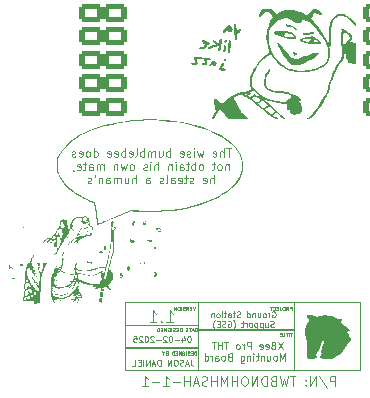
<source format=gbo>
%TF.GenerationSoftware,KiCad,Pcbnew,9.0.0*%
%TF.CreationDate,2025-04-04T06:59:08-07:00*%
%TF.ProjectId,XBee Pro THT Mounting PCB,58426565-2050-4726-9f20-544854204d6f,rev?*%
%TF.SameCoordinates,Original*%
%TF.FileFunction,Legend,Bot*%
%TF.FilePolarity,Positive*%
%FSLAX46Y46*%
G04 Gerber Fmt 4.6, Leading zero omitted, Abs format (unit mm)*
G04 Created by KiCad (PCBNEW 9.0.0) date 2025-04-04 06:59:08*
%MOMM*%
%LPD*%
G01*
G04 APERTURE LIST*
G04 Aperture macros list*
%AMRoundRect*
0 Rectangle with rounded corners*
0 $1 Rounding radius*
0 $2 $3 $4 $5 $6 $7 $8 $9 X,Y pos of 4 corners*
0 Add a 4 corners polygon primitive as box body*
4,1,4,$2,$3,$4,$5,$6,$7,$8,$9,$2,$3,0*
0 Add four circle primitives for the rounded corners*
1,1,$1+$1,$2,$3*
1,1,$1+$1,$4,$5*
1,1,$1+$1,$6,$7*
1,1,$1+$1,$8,$9*
0 Add four rect primitives between the rounded corners*
20,1,$1+$1,$2,$3,$4,$5,0*
20,1,$1+$1,$4,$5,$6,$7,0*
20,1,$1+$1,$6,$7,$8,$9,0*
20,1,$1+$1,$8,$9,$2,$3,0*%
G04 Aperture macros list end*
%ADD10C,0.100000*%
%ADD11C,0.075000*%
%ADD12C,0.000000*%
%ADD13C,6.000000*%
%ADD14R,1.700000X1.700000*%
%ADD15O,1.700000X1.700000*%
%ADD16RoundRect,0.225000X-0.775000X-0.525000X0.775000X-0.525000X0.775000X0.525000X-0.775000X0.525000X0*%
G04 APERTURE END LIST*
D10*
X114562400Y-106426109D02*
X114514781Y-106426109D01*
X114514781Y-106426109D02*
X114467162Y-106449919D01*
X114467162Y-106449919D02*
X114443352Y-106473728D01*
X114443352Y-106473728D02*
X114419543Y-106521347D01*
X114419543Y-106521347D02*
X114395733Y-106616585D01*
X114395733Y-106616585D02*
X114395733Y-106735633D01*
X114395733Y-106735633D02*
X114419543Y-106830871D01*
X114419543Y-106830871D02*
X114443352Y-106878490D01*
X114443352Y-106878490D02*
X114467162Y-106902300D01*
X114467162Y-106902300D02*
X114514781Y-106926109D01*
X114514781Y-106926109D02*
X114562400Y-106926109D01*
X114562400Y-106926109D02*
X114610019Y-106902300D01*
X114610019Y-106902300D02*
X114633828Y-106878490D01*
X114633828Y-106878490D02*
X114657638Y-106830871D01*
X114657638Y-106830871D02*
X114681447Y-106735633D01*
X114681447Y-106735633D02*
X114681447Y-106616585D01*
X114681447Y-106616585D02*
X114657638Y-106521347D01*
X114657638Y-106521347D02*
X114633828Y-106473728D01*
X114633828Y-106473728D02*
X114610019Y-106449919D01*
X114610019Y-106449919D02*
X114562400Y-106426109D01*
X113967162Y-106592776D02*
X113967162Y-106926109D01*
X114086210Y-106402300D02*
X114205257Y-106759442D01*
X114205257Y-106759442D02*
X113895734Y-106759442D01*
X113705258Y-106735633D02*
X113324306Y-106735633D01*
X112990972Y-106426109D02*
X112943353Y-106426109D01*
X112943353Y-106426109D02*
X112895734Y-106449919D01*
X112895734Y-106449919D02*
X112871924Y-106473728D01*
X112871924Y-106473728D02*
X112848115Y-106521347D01*
X112848115Y-106521347D02*
X112824305Y-106616585D01*
X112824305Y-106616585D02*
X112824305Y-106735633D01*
X112824305Y-106735633D02*
X112848115Y-106830871D01*
X112848115Y-106830871D02*
X112871924Y-106878490D01*
X112871924Y-106878490D02*
X112895734Y-106902300D01*
X112895734Y-106902300D02*
X112943353Y-106926109D01*
X112943353Y-106926109D02*
X112990972Y-106926109D01*
X112990972Y-106926109D02*
X113038591Y-106902300D01*
X113038591Y-106902300D02*
X113062400Y-106878490D01*
X113062400Y-106878490D02*
X113086210Y-106830871D01*
X113086210Y-106830871D02*
X113110019Y-106735633D01*
X113110019Y-106735633D02*
X113110019Y-106616585D01*
X113110019Y-106616585D02*
X113086210Y-106521347D01*
X113086210Y-106521347D02*
X113062400Y-106473728D01*
X113062400Y-106473728D02*
X113038591Y-106449919D01*
X113038591Y-106449919D02*
X112990972Y-106426109D01*
X112633829Y-106473728D02*
X112610020Y-106449919D01*
X112610020Y-106449919D02*
X112562401Y-106426109D01*
X112562401Y-106426109D02*
X112443353Y-106426109D01*
X112443353Y-106426109D02*
X112395734Y-106449919D01*
X112395734Y-106449919D02*
X112371925Y-106473728D01*
X112371925Y-106473728D02*
X112348115Y-106521347D01*
X112348115Y-106521347D02*
X112348115Y-106568966D01*
X112348115Y-106568966D02*
X112371925Y-106640395D01*
X112371925Y-106640395D02*
X112657639Y-106926109D01*
X112657639Y-106926109D02*
X112348115Y-106926109D01*
X112133830Y-106735633D02*
X111752878Y-106735633D01*
X111538591Y-106473728D02*
X111514782Y-106449919D01*
X111514782Y-106449919D02*
X111467163Y-106426109D01*
X111467163Y-106426109D02*
X111348115Y-106426109D01*
X111348115Y-106426109D02*
X111300496Y-106449919D01*
X111300496Y-106449919D02*
X111276687Y-106473728D01*
X111276687Y-106473728D02*
X111252877Y-106521347D01*
X111252877Y-106521347D02*
X111252877Y-106568966D01*
X111252877Y-106568966D02*
X111276687Y-106640395D01*
X111276687Y-106640395D02*
X111562401Y-106926109D01*
X111562401Y-106926109D02*
X111252877Y-106926109D01*
X110943354Y-106426109D02*
X110895735Y-106426109D01*
X110895735Y-106426109D02*
X110848116Y-106449919D01*
X110848116Y-106449919D02*
X110824306Y-106473728D01*
X110824306Y-106473728D02*
X110800497Y-106521347D01*
X110800497Y-106521347D02*
X110776687Y-106616585D01*
X110776687Y-106616585D02*
X110776687Y-106735633D01*
X110776687Y-106735633D02*
X110800497Y-106830871D01*
X110800497Y-106830871D02*
X110824306Y-106878490D01*
X110824306Y-106878490D02*
X110848116Y-106902300D01*
X110848116Y-106902300D02*
X110895735Y-106926109D01*
X110895735Y-106926109D02*
X110943354Y-106926109D01*
X110943354Y-106926109D02*
X110990973Y-106902300D01*
X110990973Y-106902300D02*
X111014782Y-106878490D01*
X111014782Y-106878490D02*
X111038592Y-106830871D01*
X111038592Y-106830871D02*
X111062401Y-106735633D01*
X111062401Y-106735633D02*
X111062401Y-106616585D01*
X111062401Y-106616585D02*
X111038592Y-106521347D01*
X111038592Y-106521347D02*
X111014782Y-106473728D01*
X111014782Y-106473728D02*
X110990973Y-106449919D01*
X110990973Y-106449919D02*
X110943354Y-106426109D01*
X110586211Y-106473728D02*
X110562402Y-106449919D01*
X110562402Y-106449919D02*
X110514783Y-106426109D01*
X110514783Y-106426109D02*
X110395735Y-106426109D01*
X110395735Y-106426109D02*
X110348116Y-106449919D01*
X110348116Y-106449919D02*
X110324307Y-106473728D01*
X110324307Y-106473728D02*
X110300497Y-106521347D01*
X110300497Y-106521347D02*
X110300497Y-106568966D01*
X110300497Y-106568966D02*
X110324307Y-106640395D01*
X110324307Y-106640395D02*
X110610021Y-106926109D01*
X110610021Y-106926109D02*
X110300497Y-106926109D01*
X109848117Y-106426109D02*
X110086212Y-106426109D01*
X110086212Y-106426109D02*
X110110021Y-106664204D01*
X110110021Y-106664204D02*
X110086212Y-106640395D01*
X110086212Y-106640395D02*
X110038593Y-106616585D01*
X110038593Y-106616585D02*
X109919545Y-106616585D01*
X109919545Y-106616585D02*
X109871926Y-106640395D01*
X109871926Y-106640395D02*
X109848117Y-106664204D01*
X109848117Y-106664204D02*
X109824307Y-106711823D01*
X109824307Y-106711823D02*
X109824307Y-106830871D01*
X109824307Y-106830871D02*
X109848117Y-106878490D01*
X109848117Y-106878490D02*
X109871926Y-106902300D01*
X109871926Y-106902300D02*
X109919545Y-106926109D01*
X109919545Y-106926109D02*
X110038593Y-106926109D01*
X110038593Y-106926109D02*
X110086212Y-106902300D01*
X110086212Y-106902300D02*
X110110021Y-106878490D01*
X122478571Y-106939388D02*
X122078571Y-107539388D01*
X122078571Y-106939388D02*
X122478571Y-107539388D01*
X121649999Y-107225102D02*
X121564285Y-107253674D01*
X121564285Y-107253674D02*
X121535714Y-107282245D01*
X121535714Y-107282245D02*
X121507142Y-107339388D01*
X121507142Y-107339388D02*
X121507142Y-107425102D01*
X121507142Y-107425102D02*
X121535714Y-107482245D01*
X121535714Y-107482245D02*
X121564285Y-107510817D01*
X121564285Y-107510817D02*
X121621428Y-107539388D01*
X121621428Y-107539388D02*
X121849999Y-107539388D01*
X121849999Y-107539388D02*
X121849999Y-106939388D01*
X121849999Y-106939388D02*
X121649999Y-106939388D01*
X121649999Y-106939388D02*
X121592857Y-106967959D01*
X121592857Y-106967959D02*
X121564285Y-106996531D01*
X121564285Y-106996531D02*
X121535714Y-107053674D01*
X121535714Y-107053674D02*
X121535714Y-107110817D01*
X121535714Y-107110817D02*
X121564285Y-107167959D01*
X121564285Y-107167959D02*
X121592857Y-107196531D01*
X121592857Y-107196531D02*
X121649999Y-107225102D01*
X121649999Y-107225102D02*
X121849999Y-107225102D01*
X121021428Y-107510817D02*
X121078571Y-107539388D01*
X121078571Y-107539388D02*
X121192857Y-107539388D01*
X121192857Y-107539388D02*
X121249999Y-107510817D01*
X121249999Y-107510817D02*
X121278571Y-107453674D01*
X121278571Y-107453674D02*
X121278571Y-107225102D01*
X121278571Y-107225102D02*
X121249999Y-107167959D01*
X121249999Y-107167959D02*
X121192857Y-107139388D01*
X121192857Y-107139388D02*
X121078571Y-107139388D01*
X121078571Y-107139388D02*
X121021428Y-107167959D01*
X121021428Y-107167959D02*
X120992857Y-107225102D01*
X120992857Y-107225102D02*
X120992857Y-107282245D01*
X120992857Y-107282245D02*
X121278571Y-107339388D01*
X120507142Y-107510817D02*
X120564285Y-107539388D01*
X120564285Y-107539388D02*
X120678571Y-107539388D01*
X120678571Y-107539388D02*
X120735713Y-107510817D01*
X120735713Y-107510817D02*
X120764285Y-107453674D01*
X120764285Y-107453674D02*
X120764285Y-107225102D01*
X120764285Y-107225102D02*
X120735713Y-107167959D01*
X120735713Y-107167959D02*
X120678571Y-107139388D01*
X120678571Y-107139388D02*
X120564285Y-107139388D01*
X120564285Y-107139388D02*
X120507142Y-107167959D01*
X120507142Y-107167959D02*
X120478571Y-107225102D01*
X120478571Y-107225102D02*
X120478571Y-107282245D01*
X120478571Y-107282245D02*
X120764285Y-107339388D01*
X119764284Y-107539388D02*
X119764284Y-106939388D01*
X119764284Y-106939388D02*
X119535713Y-106939388D01*
X119535713Y-106939388D02*
X119478570Y-106967959D01*
X119478570Y-106967959D02*
X119449999Y-106996531D01*
X119449999Y-106996531D02*
X119421427Y-107053674D01*
X119421427Y-107053674D02*
X119421427Y-107139388D01*
X119421427Y-107139388D02*
X119449999Y-107196531D01*
X119449999Y-107196531D02*
X119478570Y-107225102D01*
X119478570Y-107225102D02*
X119535713Y-107253674D01*
X119535713Y-107253674D02*
X119764284Y-107253674D01*
X119164284Y-107539388D02*
X119164284Y-107139388D01*
X119164284Y-107253674D02*
X119135713Y-107196531D01*
X119135713Y-107196531D02*
X119107142Y-107167959D01*
X119107142Y-107167959D02*
X119049999Y-107139388D01*
X119049999Y-107139388D02*
X118992856Y-107139388D01*
X118707141Y-107539388D02*
X118764284Y-107510817D01*
X118764284Y-107510817D02*
X118792855Y-107482245D01*
X118792855Y-107482245D02*
X118821427Y-107425102D01*
X118821427Y-107425102D02*
X118821427Y-107253674D01*
X118821427Y-107253674D02*
X118792855Y-107196531D01*
X118792855Y-107196531D02*
X118764284Y-107167959D01*
X118764284Y-107167959D02*
X118707141Y-107139388D01*
X118707141Y-107139388D02*
X118621427Y-107139388D01*
X118621427Y-107139388D02*
X118564284Y-107167959D01*
X118564284Y-107167959D02*
X118535713Y-107196531D01*
X118535713Y-107196531D02*
X118507141Y-107253674D01*
X118507141Y-107253674D02*
X118507141Y-107425102D01*
X118507141Y-107425102D02*
X118535713Y-107482245D01*
X118535713Y-107482245D02*
X118564284Y-107510817D01*
X118564284Y-107510817D02*
X118621427Y-107539388D01*
X118621427Y-107539388D02*
X118707141Y-107539388D01*
X117878570Y-106939388D02*
X117535713Y-106939388D01*
X117707141Y-107539388D02*
X117707141Y-106939388D01*
X117335712Y-107539388D02*
X117335712Y-106939388D01*
X117335712Y-107225102D02*
X116992855Y-107225102D01*
X116992855Y-107539388D02*
X116992855Y-106939388D01*
X116792856Y-106939388D02*
X116449999Y-106939388D01*
X116621427Y-107539388D02*
X116621427Y-106939388D01*
X122649998Y-108505354D02*
X122649998Y-107905354D01*
X122649998Y-107905354D02*
X122449998Y-108333925D01*
X122449998Y-108333925D02*
X122249998Y-107905354D01*
X122249998Y-107905354D02*
X122249998Y-108505354D01*
X121878570Y-108505354D02*
X121935713Y-108476783D01*
X121935713Y-108476783D02*
X121964284Y-108448211D01*
X121964284Y-108448211D02*
X121992856Y-108391068D01*
X121992856Y-108391068D02*
X121992856Y-108219640D01*
X121992856Y-108219640D02*
X121964284Y-108162497D01*
X121964284Y-108162497D02*
X121935713Y-108133925D01*
X121935713Y-108133925D02*
X121878570Y-108105354D01*
X121878570Y-108105354D02*
X121792856Y-108105354D01*
X121792856Y-108105354D02*
X121735713Y-108133925D01*
X121735713Y-108133925D02*
X121707142Y-108162497D01*
X121707142Y-108162497D02*
X121678570Y-108219640D01*
X121678570Y-108219640D02*
X121678570Y-108391068D01*
X121678570Y-108391068D02*
X121707142Y-108448211D01*
X121707142Y-108448211D02*
X121735713Y-108476783D01*
X121735713Y-108476783D02*
X121792856Y-108505354D01*
X121792856Y-108505354D02*
X121878570Y-108505354D01*
X121164285Y-108105354D02*
X121164285Y-108505354D01*
X121421427Y-108105354D02*
X121421427Y-108419640D01*
X121421427Y-108419640D02*
X121392856Y-108476783D01*
X121392856Y-108476783D02*
X121335713Y-108505354D01*
X121335713Y-108505354D02*
X121249999Y-108505354D01*
X121249999Y-108505354D02*
X121192856Y-108476783D01*
X121192856Y-108476783D02*
X121164285Y-108448211D01*
X120878570Y-108105354D02*
X120878570Y-108505354D01*
X120878570Y-108162497D02*
X120849999Y-108133925D01*
X120849999Y-108133925D02*
X120792856Y-108105354D01*
X120792856Y-108105354D02*
X120707142Y-108105354D01*
X120707142Y-108105354D02*
X120649999Y-108133925D01*
X120649999Y-108133925D02*
X120621428Y-108191068D01*
X120621428Y-108191068D02*
X120621428Y-108505354D01*
X120421428Y-108105354D02*
X120192856Y-108105354D01*
X120335713Y-107905354D02*
X120335713Y-108419640D01*
X120335713Y-108419640D02*
X120307142Y-108476783D01*
X120307142Y-108476783D02*
X120249999Y-108505354D01*
X120249999Y-108505354D02*
X120192856Y-108505354D01*
X119992856Y-108505354D02*
X119992856Y-108105354D01*
X119992856Y-107905354D02*
X120021428Y-107933925D01*
X120021428Y-107933925D02*
X119992856Y-107962497D01*
X119992856Y-107962497D02*
X119964285Y-107933925D01*
X119964285Y-107933925D02*
X119992856Y-107905354D01*
X119992856Y-107905354D02*
X119992856Y-107962497D01*
X119707142Y-108105354D02*
X119707142Y-108505354D01*
X119707142Y-108162497D02*
X119678571Y-108133925D01*
X119678571Y-108133925D02*
X119621428Y-108105354D01*
X119621428Y-108105354D02*
X119535714Y-108105354D01*
X119535714Y-108105354D02*
X119478571Y-108133925D01*
X119478571Y-108133925D02*
X119450000Y-108191068D01*
X119450000Y-108191068D02*
X119450000Y-108505354D01*
X118907143Y-108105354D02*
X118907143Y-108591068D01*
X118907143Y-108591068D02*
X118935714Y-108648211D01*
X118935714Y-108648211D02*
X118964285Y-108676783D01*
X118964285Y-108676783D02*
X119021428Y-108705354D01*
X119021428Y-108705354D02*
X119107143Y-108705354D01*
X119107143Y-108705354D02*
X119164285Y-108676783D01*
X118907143Y-108476783D02*
X118964285Y-108505354D01*
X118964285Y-108505354D02*
X119078571Y-108505354D01*
X119078571Y-108505354D02*
X119135714Y-108476783D01*
X119135714Y-108476783D02*
X119164285Y-108448211D01*
X119164285Y-108448211D02*
X119192857Y-108391068D01*
X119192857Y-108391068D02*
X119192857Y-108219640D01*
X119192857Y-108219640D02*
X119164285Y-108162497D01*
X119164285Y-108162497D02*
X119135714Y-108133925D01*
X119135714Y-108133925D02*
X119078571Y-108105354D01*
X119078571Y-108105354D02*
X118964285Y-108105354D01*
X118964285Y-108105354D02*
X118907143Y-108133925D01*
X117964285Y-108191068D02*
X117878571Y-108219640D01*
X117878571Y-108219640D02*
X117850000Y-108248211D01*
X117850000Y-108248211D02*
X117821428Y-108305354D01*
X117821428Y-108305354D02*
X117821428Y-108391068D01*
X117821428Y-108391068D02*
X117850000Y-108448211D01*
X117850000Y-108448211D02*
X117878571Y-108476783D01*
X117878571Y-108476783D02*
X117935714Y-108505354D01*
X117935714Y-108505354D02*
X118164285Y-108505354D01*
X118164285Y-108505354D02*
X118164285Y-107905354D01*
X118164285Y-107905354D02*
X117964285Y-107905354D01*
X117964285Y-107905354D02*
X117907143Y-107933925D01*
X117907143Y-107933925D02*
X117878571Y-107962497D01*
X117878571Y-107962497D02*
X117850000Y-108019640D01*
X117850000Y-108019640D02*
X117850000Y-108076783D01*
X117850000Y-108076783D02*
X117878571Y-108133925D01*
X117878571Y-108133925D02*
X117907143Y-108162497D01*
X117907143Y-108162497D02*
X117964285Y-108191068D01*
X117964285Y-108191068D02*
X118164285Y-108191068D01*
X117478571Y-108505354D02*
X117535714Y-108476783D01*
X117535714Y-108476783D02*
X117564285Y-108448211D01*
X117564285Y-108448211D02*
X117592857Y-108391068D01*
X117592857Y-108391068D02*
X117592857Y-108219640D01*
X117592857Y-108219640D02*
X117564285Y-108162497D01*
X117564285Y-108162497D02*
X117535714Y-108133925D01*
X117535714Y-108133925D02*
X117478571Y-108105354D01*
X117478571Y-108105354D02*
X117392857Y-108105354D01*
X117392857Y-108105354D02*
X117335714Y-108133925D01*
X117335714Y-108133925D02*
X117307143Y-108162497D01*
X117307143Y-108162497D02*
X117278571Y-108219640D01*
X117278571Y-108219640D02*
X117278571Y-108391068D01*
X117278571Y-108391068D02*
X117307143Y-108448211D01*
X117307143Y-108448211D02*
X117335714Y-108476783D01*
X117335714Y-108476783D02*
X117392857Y-108505354D01*
X117392857Y-108505354D02*
X117478571Y-108505354D01*
X116764286Y-108505354D02*
X116764286Y-108191068D01*
X116764286Y-108191068D02*
X116792857Y-108133925D01*
X116792857Y-108133925D02*
X116850000Y-108105354D01*
X116850000Y-108105354D02*
X116964286Y-108105354D01*
X116964286Y-108105354D02*
X117021428Y-108133925D01*
X116764286Y-108476783D02*
X116821428Y-108505354D01*
X116821428Y-108505354D02*
X116964286Y-108505354D01*
X116964286Y-108505354D02*
X117021428Y-108476783D01*
X117021428Y-108476783D02*
X117050000Y-108419640D01*
X117050000Y-108419640D02*
X117050000Y-108362497D01*
X117050000Y-108362497D02*
X117021428Y-108305354D01*
X117021428Y-108305354D02*
X116964286Y-108276783D01*
X116964286Y-108276783D02*
X116821428Y-108276783D01*
X116821428Y-108276783D02*
X116764286Y-108248211D01*
X116478571Y-108505354D02*
X116478571Y-108105354D01*
X116478571Y-108219640D02*
X116450000Y-108162497D01*
X116450000Y-108162497D02*
X116421429Y-108133925D01*
X116421429Y-108133925D02*
X116364286Y-108105354D01*
X116364286Y-108105354D02*
X116307143Y-108105354D01*
X115850000Y-108505354D02*
X115850000Y-107905354D01*
X115850000Y-108476783D02*
X115907142Y-108505354D01*
X115907142Y-108505354D02*
X116021428Y-108505354D01*
X116021428Y-108505354D02*
X116078571Y-108476783D01*
X116078571Y-108476783D02*
X116107142Y-108448211D01*
X116107142Y-108448211D02*
X116135714Y-108391068D01*
X116135714Y-108391068D02*
X116135714Y-108219640D01*
X116135714Y-108219640D02*
X116107142Y-108162497D01*
X116107142Y-108162497D02*
X116078571Y-108133925D01*
X116078571Y-108133925D02*
X116021428Y-108105354D01*
X116021428Y-108105354D02*
X115907142Y-108105354D01*
X115907142Y-108105354D02*
X115850000Y-108133925D01*
X121575421Y-104372433D02*
X121623040Y-104348623D01*
X121623040Y-104348623D02*
X121694469Y-104348623D01*
X121694469Y-104348623D02*
X121765897Y-104372433D01*
X121765897Y-104372433D02*
X121813516Y-104420052D01*
X121813516Y-104420052D02*
X121837326Y-104467671D01*
X121837326Y-104467671D02*
X121861135Y-104562909D01*
X121861135Y-104562909D02*
X121861135Y-104634337D01*
X121861135Y-104634337D02*
X121837326Y-104729575D01*
X121837326Y-104729575D02*
X121813516Y-104777194D01*
X121813516Y-104777194D02*
X121765897Y-104824814D01*
X121765897Y-104824814D02*
X121694469Y-104848623D01*
X121694469Y-104848623D02*
X121646850Y-104848623D01*
X121646850Y-104848623D02*
X121575421Y-104824814D01*
X121575421Y-104824814D02*
X121551612Y-104801004D01*
X121551612Y-104801004D02*
X121551612Y-104634337D01*
X121551612Y-104634337D02*
X121646850Y-104634337D01*
X121337326Y-104848623D02*
X121337326Y-104515290D01*
X121337326Y-104610528D02*
X121313516Y-104562909D01*
X121313516Y-104562909D02*
X121289707Y-104539099D01*
X121289707Y-104539099D02*
X121242088Y-104515290D01*
X121242088Y-104515290D02*
X121194469Y-104515290D01*
X120956373Y-104848623D02*
X121003992Y-104824814D01*
X121003992Y-104824814D02*
X121027802Y-104801004D01*
X121027802Y-104801004D02*
X121051611Y-104753385D01*
X121051611Y-104753385D02*
X121051611Y-104610528D01*
X121051611Y-104610528D02*
X121027802Y-104562909D01*
X121027802Y-104562909D02*
X121003992Y-104539099D01*
X121003992Y-104539099D02*
X120956373Y-104515290D01*
X120956373Y-104515290D02*
X120884945Y-104515290D01*
X120884945Y-104515290D02*
X120837326Y-104539099D01*
X120837326Y-104539099D02*
X120813516Y-104562909D01*
X120813516Y-104562909D02*
X120789707Y-104610528D01*
X120789707Y-104610528D02*
X120789707Y-104753385D01*
X120789707Y-104753385D02*
X120813516Y-104801004D01*
X120813516Y-104801004D02*
X120837326Y-104824814D01*
X120837326Y-104824814D02*
X120884945Y-104848623D01*
X120884945Y-104848623D02*
X120956373Y-104848623D01*
X120361135Y-104515290D02*
X120361135Y-104848623D01*
X120575421Y-104515290D02*
X120575421Y-104777194D01*
X120575421Y-104777194D02*
X120551611Y-104824814D01*
X120551611Y-104824814D02*
X120503992Y-104848623D01*
X120503992Y-104848623D02*
X120432564Y-104848623D01*
X120432564Y-104848623D02*
X120384945Y-104824814D01*
X120384945Y-104824814D02*
X120361135Y-104801004D01*
X120123040Y-104515290D02*
X120123040Y-104848623D01*
X120123040Y-104562909D02*
X120099230Y-104539099D01*
X120099230Y-104539099D02*
X120051611Y-104515290D01*
X120051611Y-104515290D02*
X119980183Y-104515290D01*
X119980183Y-104515290D02*
X119932564Y-104539099D01*
X119932564Y-104539099D02*
X119908754Y-104586718D01*
X119908754Y-104586718D02*
X119908754Y-104848623D01*
X119456373Y-104848623D02*
X119456373Y-104348623D01*
X119456373Y-104824814D02*
X119503992Y-104848623D01*
X119503992Y-104848623D02*
X119599230Y-104848623D01*
X119599230Y-104848623D02*
X119646849Y-104824814D01*
X119646849Y-104824814D02*
X119670659Y-104801004D01*
X119670659Y-104801004D02*
X119694468Y-104753385D01*
X119694468Y-104753385D02*
X119694468Y-104610528D01*
X119694468Y-104610528D02*
X119670659Y-104562909D01*
X119670659Y-104562909D02*
X119646849Y-104539099D01*
X119646849Y-104539099D02*
X119599230Y-104515290D01*
X119599230Y-104515290D02*
X119503992Y-104515290D01*
X119503992Y-104515290D02*
X119456373Y-104539099D01*
X118861135Y-104824814D02*
X118789707Y-104848623D01*
X118789707Y-104848623D02*
X118670659Y-104848623D01*
X118670659Y-104848623D02*
X118623040Y-104824814D01*
X118623040Y-104824814D02*
X118599231Y-104801004D01*
X118599231Y-104801004D02*
X118575421Y-104753385D01*
X118575421Y-104753385D02*
X118575421Y-104705766D01*
X118575421Y-104705766D02*
X118599231Y-104658147D01*
X118599231Y-104658147D02*
X118623040Y-104634337D01*
X118623040Y-104634337D02*
X118670659Y-104610528D01*
X118670659Y-104610528D02*
X118765897Y-104586718D01*
X118765897Y-104586718D02*
X118813516Y-104562909D01*
X118813516Y-104562909D02*
X118837326Y-104539099D01*
X118837326Y-104539099D02*
X118861135Y-104491480D01*
X118861135Y-104491480D02*
X118861135Y-104443861D01*
X118861135Y-104443861D02*
X118837326Y-104396242D01*
X118837326Y-104396242D02*
X118813516Y-104372433D01*
X118813516Y-104372433D02*
X118765897Y-104348623D01*
X118765897Y-104348623D02*
X118646850Y-104348623D01*
X118646850Y-104348623D02*
X118575421Y-104372433D01*
X118432564Y-104515290D02*
X118242088Y-104515290D01*
X118361136Y-104348623D02*
X118361136Y-104777194D01*
X118361136Y-104777194D02*
X118337326Y-104824814D01*
X118337326Y-104824814D02*
X118289707Y-104848623D01*
X118289707Y-104848623D02*
X118242088Y-104848623D01*
X117861136Y-104848623D02*
X117861136Y-104586718D01*
X117861136Y-104586718D02*
X117884946Y-104539099D01*
X117884946Y-104539099D02*
X117932565Y-104515290D01*
X117932565Y-104515290D02*
X118027803Y-104515290D01*
X118027803Y-104515290D02*
X118075422Y-104539099D01*
X117861136Y-104824814D02*
X117908755Y-104848623D01*
X117908755Y-104848623D02*
X118027803Y-104848623D01*
X118027803Y-104848623D02*
X118075422Y-104824814D01*
X118075422Y-104824814D02*
X118099231Y-104777194D01*
X118099231Y-104777194D02*
X118099231Y-104729575D01*
X118099231Y-104729575D02*
X118075422Y-104681956D01*
X118075422Y-104681956D02*
X118027803Y-104658147D01*
X118027803Y-104658147D02*
X117908755Y-104658147D01*
X117908755Y-104658147D02*
X117861136Y-104634337D01*
X117694469Y-104515290D02*
X117503993Y-104515290D01*
X117623041Y-104348623D02*
X117623041Y-104777194D01*
X117623041Y-104777194D02*
X117599231Y-104824814D01*
X117599231Y-104824814D02*
X117551612Y-104848623D01*
X117551612Y-104848623D02*
X117503993Y-104848623D01*
X117337327Y-104848623D02*
X117337327Y-104515290D01*
X117337327Y-104348623D02*
X117361136Y-104372433D01*
X117361136Y-104372433D02*
X117337327Y-104396242D01*
X117337327Y-104396242D02*
X117313517Y-104372433D01*
X117313517Y-104372433D02*
X117337327Y-104348623D01*
X117337327Y-104348623D02*
X117337327Y-104396242D01*
X117027803Y-104848623D02*
X117075422Y-104824814D01*
X117075422Y-104824814D02*
X117099232Y-104801004D01*
X117099232Y-104801004D02*
X117123041Y-104753385D01*
X117123041Y-104753385D02*
X117123041Y-104610528D01*
X117123041Y-104610528D02*
X117099232Y-104562909D01*
X117099232Y-104562909D02*
X117075422Y-104539099D01*
X117075422Y-104539099D02*
X117027803Y-104515290D01*
X117027803Y-104515290D02*
X116956375Y-104515290D01*
X116956375Y-104515290D02*
X116908756Y-104539099D01*
X116908756Y-104539099D02*
X116884946Y-104562909D01*
X116884946Y-104562909D02*
X116861137Y-104610528D01*
X116861137Y-104610528D02*
X116861137Y-104753385D01*
X116861137Y-104753385D02*
X116884946Y-104801004D01*
X116884946Y-104801004D02*
X116908756Y-104824814D01*
X116908756Y-104824814D02*
X116956375Y-104848623D01*
X116956375Y-104848623D02*
X117027803Y-104848623D01*
X116646851Y-104515290D02*
X116646851Y-104848623D01*
X116646851Y-104562909D02*
X116623041Y-104539099D01*
X116623041Y-104539099D02*
X116575422Y-104515290D01*
X116575422Y-104515290D02*
X116503994Y-104515290D01*
X116503994Y-104515290D02*
X116456375Y-104539099D01*
X116456375Y-104539099D02*
X116432565Y-104586718D01*
X116432565Y-104586718D02*
X116432565Y-104848623D01*
X121718277Y-105629786D02*
X121646849Y-105653595D01*
X121646849Y-105653595D02*
X121527801Y-105653595D01*
X121527801Y-105653595D02*
X121480182Y-105629786D01*
X121480182Y-105629786D02*
X121456373Y-105605976D01*
X121456373Y-105605976D02*
X121432563Y-105558357D01*
X121432563Y-105558357D02*
X121432563Y-105510738D01*
X121432563Y-105510738D02*
X121456373Y-105463119D01*
X121456373Y-105463119D02*
X121480182Y-105439309D01*
X121480182Y-105439309D02*
X121527801Y-105415500D01*
X121527801Y-105415500D02*
X121623039Y-105391690D01*
X121623039Y-105391690D02*
X121670658Y-105367881D01*
X121670658Y-105367881D02*
X121694468Y-105344071D01*
X121694468Y-105344071D02*
X121718277Y-105296452D01*
X121718277Y-105296452D02*
X121718277Y-105248833D01*
X121718277Y-105248833D02*
X121694468Y-105201214D01*
X121694468Y-105201214D02*
X121670658Y-105177405D01*
X121670658Y-105177405D02*
X121623039Y-105153595D01*
X121623039Y-105153595D02*
X121503992Y-105153595D01*
X121503992Y-105153595D02*
X121432563Y-105177405D01*
X121003992Y-105320262D02*
X121003992Y-105653595D01*
X121218278Y-105320262D02*
X121218278Y-105582166D01*
X121218278Y-105582166D02*
X121194468Y-105629786D01*
X121194468Y-105629786D02*
X121146849Y-105653595D01*
X121146849Y-105653595D02*
X121075421Y-105653595D01*
X121075421Y-105653595D02*
X121027802Y-105629786D01*
X121027802Y-105629786D02*
X121003992Y-105605976D01*
X120765897Y-105320262D02*
X120765897Y-105820262D01*
X120765897Y-105344071D02*
X120718278Y-105320262D01*
X120718278Y-105320262D02*
X120623040Y-105320262D01*
X120623040Y-105320262D02*
X120575421Y-105344071D01*
X120575421Y-105344071D02*
X120551611Y-105367881D01*
X120551611Y-105367881D02*
X120527802Y-105415500D01*
X120527802Y-105415500D02*
X120527802Y-105558357D01*
X120527802Y-105558357D02*
X120551611Y-105605976D01*
X120551611Y-105605976D02*
X120575421Y-105629786D01*
X120575421Y-105629786D02*
X120623040Y-105653595D01*
X120623040Y-105653595D02*
X120718278Y-105653595D01*
X120718278Y-105653595D02*
X120765897Y-105629786D01*
X120313516Y-105320262D02*
X120313516Y-105820262D01*
X120313516Y-105344071D02*
X120265897Y-105320262D01*
X120265897Y-105320262D02*
X120170659Y-105320262D01*
X120170659Y-105320262D02*
X120123040Y-105344071D01*
X120123040Y-105344071D02*
X120099230Y-105367881D01*
X120099230Y-105367881D02*
X120075421Y-105415500D01*
X120075421Y-105415500D02*
X120075421Y-105558357D01*
X120075421Y-105558357D02*
X120099230Y-105605976D01*
X120099230Y-105605976D02*
X120123040Y-105629786D01*
X120123040Y-105629786D02*
X120170659Y-105653595D01*
X120170659Y-105653595D02*
X120265897Y-105653595D01*
X120265897Y-105653595D02*
X120313516Y-105629786D01*
X119789706Y-105653595D02*
X119837325Y-105629786D01*
X119837325Y-105629786D02*
X119861135Y-105605976D01*
X119861135Y-105605976D02*
X119884944Y-105558357D01*
X119884944Y-105558357D02*
X119884944Y-105415500D01*
X119884944Y-105415500D02*
X119861135Y-105367881D01*
X119861135Y-105367881D02*
X119837325Y-105344071D01*
X119837325Y-105344071D02*
X119789706Y-105320262D01*
X119789706Y-105320262D02*
X119718278Y-105320262D01*
X119718278Y-105320262D02*
X119670659Y-105344071D01*
X119670659Y-105344071D02*
X119646849Y-105367881D01*
X119646849Y-105367881D02*
X119623040Y-105415500D01*
X119623040Y-105415500D02*
X119623040Y-105558357D01*
X119623040Y-105558357D02*
X119646849Y-105605976D01*
X119646849Y-105605976D02*
X119670659Y-105629786D01*
X119670659Y-105629786D02*
X119718278Y-105653595D01*
X119718278Y-105653595D02*
X119789706Y-105653595D01*
X119408754Y-105653595D02*
X119408754Y-105320262D01*
X119408754Y-105415500D02*
X119384944Y-105367881D01*
X119384944Y-105367881D02*
X119361135Y-105344071D01*
X119361135Y-105344071D02*
X119313516Y-105320262D01*
X119313516Y-105320262D02*
X119265897Y-105320262D01*
X119170658Y-105320262D02*
X118980182Y-105320262D01*
X119099230Y-105153595D02*
X119099230Y-105582166D01*
X119099230Y-105582166D02*
X119075420Y-105629786D01*
X119075420Y-105629786D02*
X119027801Y-105653595D01*
X119027801Y-105653595D02*
X118980182Y-105653595D01*
X118289707Y-105844071D02*
X118313516Y-105820262D01*
X118313516Y-105820262D02*
X118361135Y-105748833D01*
X118361135Y-105748833D02*
X118384945Y-105701214D01*
X118384945Y-105701214D02*
X118408754Y-105629786D01*
X118408754Y-105629786D02*
X118432564Y-105510738D01*
X118432564Y-105510738D02*
X118432564Y-105415500D01*
X118432564Y-105415500D02*
X118408754Y-105296452D01*
X118408754Y-105296452D02*
X118384945Y-105225024D01*
X118384945Y-105225024D02*
X118361135Y-105177405D01*
X118361135Y-105177405D02*
X118313516Y-105105976D01*
X118313516Y-105105976D02*
X118289707Y-105082166D01*
X117837326Y-105177405D02*
X117884945Y-105153595D01*
X117884945Y-105153595D02*
X117956374Y-105153595D01*
X117956374Y-105153595D02*
X118027802Y-105177405D01*
X118027802Y-105177405D02*
X118075421Y-105225024D01*
X118075421Y-105225024D02*
X118099231Y-105272643D01*
X118099231Y-105272643D02*
X118123040Y-105367881D01*
X118123040Y-105367881D02*
X118123040Y-105439309D01*
X118123040Y-105439309D02*
X118099231Y-105534547D01*
X118099231Y-105534547D02*
X118075421Y-105582166D01*
X118075421Y-105582166D02*
X118027802Y-105629786D01*
X118027802Y-105629786D02*
X117956374Y-105653595D01*
X117956374Y-105653595D02*
X117908755Y-105653595D01*
X117908755Y-105653595D02*
X117837326Y-105629786D01*
X117837326Y-105629786D02*
X117813517Y-105605976D01*
X117813517Y-105605976D02*
X117813517Y-105439309D01*
X117813517Y-105439309D02*
X117908755Y-105439309D01*
X117623040Y-105629786D02*
X117551612Y-105653595D01*
X117551612Y-105653595D02*
X117432564Y-105653595D01*
X117432564Y-105653595D02*
X117384945Y-105629786D01*
X117384945Y-105629786D02*
X117361136Y-105605976D01*
X117361136Y-105605976D02*
X117337326Y-105558357D01*
X117337326Y-105558357D02*
X117337326Y-105510738D01*
X117337326Y-105510738D02*
X117361136Y-105463119D01*
X117361136Y-105463119D02*
X117384945Y-105439309D01*
X117384945Y-105439309D02*
X117432564Y-105415500D01*
X117432564Y-105415500D02*
X117527802Y-105391690D01*
X117527802Y-105391690D02*
X117575421Y-105367881D01*
X117575421Y-105367881D02*
X117599231Y-105344071D01*
X117599231Y-105344071D02*
X117623040Y-105296452D01*
X117623040Y-105296452D02*
X117623040Y-105248833D01*
X117623040Y-105248833D02*
X117599231Y-105201214D01*
X117599231Y-105201214D02*
X117575421Y-105177405D01*
X117575421Y-105177405D02*
X117527802Y-105153595D01*
X117527802Y-105153595D02*
X117408755Y-105153595D01*
X117408755Y-105153595D02*
X117337326Y-105177405D01*
X117123041Y-105391690D02*
X116956374Y-105391690D01*
X116884946Y-105653595D02*
X117123041Y-105653595D01*
X117123041Y-105653595D02*
X117123041Y-105153595D01*
X117123041Y-105153595D02*
X116884946Y-105153595D01*
X116718279Y-105844071D02*
X116694469Y-105820262D01*
X116694469Y-105820262D02*
X116646850Y-105748833D01*
X116646850Y-105748833D02*
X116623041Y-105701214D01*
X116623041Y-105701214D02*
X116599231Y-105629786D01*
X116599231Y-105629786D02*
X116575422Y-105510738D01*
X116575422Y-105510738D02*
X116575422Y-105415500D01*
X116575422Y-105415500D02*
X116599231Y-105296452D01*
X116599231Y-105296452D02*
X116623041Y-105225024D01*
X116623041Y-105225024D02*
X116646850Y-105177405D01*
X116646850Y-105177405D02*
X116694469Y-105105976D01*
X116694469Y-105105976D02*
X116718279Y-105082166D01*
X118091664Y-90541672D02*
X117691664Y-90541672D01*
X117891664Y-91241672D02*
X117891664Y-90541672D01*
X117458331Y-91241672D02*
X117458331Y-90541672D01*
X117158331Y-91241672D02*
X117158331Y-90875005D01*
X117158331Y-90875005D02*
X117191664Y-90808339D01*
X117191664Y-90808339D02*
X117258331Y-90775005D01*
X117258331Y-90775005D02*
X117358331Y-90775005D01*
X117358331Y-90775005D02*
X117424998Y-90808339D01*
X117424998Y-90808339D02*
X117458331Y-90841672D01*
X116558331Y-91208339D02*
X116624998Y-91241672D01*
X116624998Y-91241672D02*
X116758331Y-91241672D01*
X116758331Y-91241672D02*
X116824998Y-91208339D01*
X116824998Y-91208339D02*
X116858331Y-91141672D01*
X116858331Y-91141672D02*
X116858331Y-90875005D01*
X116858331Y-90875005D02*
X116824998Y-90808339D01*
X116824998Y-90808339D02*
X116758331Y-90775005D01*
X116758331Y-90775005D02*
X116624998Y-90775005D01*
X116624998Y-90775005D02*
X116558331Y-90808339D01*
X116558331Y-90808339D02*
X116524998Y-90875005D01*
X116524998Y-90875005D02*
X116524998Y-90941672D01*
X116524998Y-90941672D02*
X116858331Y-91008339D01*
X115758332Y-90775005D02*
X115624998Y-91241672D01*
X115624998Y-91241672D02*
X115491665Y-90908339D01*
X115491665Y-90908339D02*
X115358332Y-91241672D01*
X115358332Y-91241672D02*
X115224998Y-90775005D01*
X114958332Y-91241672D02*
X114958332Y-90775005D01*
X114958332Y-90541672D02*
X114991665Y-90575005D01*
X114991665Y-90575005D02*
X114958332Y-90608339D01*
X114958332Y-90608339D02*
X114924999Y-90575005D01*
X114924999Y-90575005D02*
X114958332Y-90541672D01*
X114958332Y-90541672D02*
X114958332Y-90608339D01*
X114658332Y-91208339D02*
X114591666Y-91241672D01*
X114591666Y-91241672D02*
X114458332Y-91241672D01*
X114458332Y-91241672D02*
X114391666Y-91208339D01*
X114391666Y-91208339D02*
X114358332Y-91141672D01*
X114358332Y-91141672D02*
X114358332Y-91108339D01*
X114358332Y-91108339D02*
X114391666Y-91041672D01*
X114391666Y-91041672D02*
X114458332Y-91008339D01*
X114458332Y-91008339D02*
X114558332Y-91008339D01*
X114558332Y-91008339D02*
X114624999Y-90975005D01*
X114624999Y-90975005D02*
X114658332Y-90908339D01*
X114658332Y-90908339D02*
X114658332Y-90875005D01*
X114658332Y-90875005D02*
X114624999Y-90808339D01*
X114624999Y-90808339D02*
X114558332Y-90775005D01*
X114558332Y-90775005D02*
X114458332Y-90775005D01*
X114458332Y-90775005D02*
X114391666Y-90808339D01*
X113791665Y-91208339D02*
X113858332Y-91241672D01*
X113858332Y-91241672D02*
X113991665Y-91241672D01*
X113991665Y-91241672D02*
X114058332Y-91208339D01*
X114058332Y-91208339D02*
X114091665Y-91141672D01*
X114091665Y-91141672D02*
X114091665Y-90875005D01*
X114091665Y-90875005D02*
X114058332Y-90808339D01*
X114058332Y-90808339D02*
X113991665Y-90775005D01*
X113991665Y-90775005D02*
X113858332Y-90775005D01*
X113858332Y-90775005D02*
X113791665Y-90808339D01*
X113791665Y-90808339D02*
X113758332Y-90875005D01*
X113758332Y-90875005D02*
X113758332Y-90941672D01*
X113758332Y-90941672D02*
X114091665Y-91008339D01*
X112924999Y-91241672D02*
X112924999Y-90541672D01*
X112924999Y-90808339D02*
X112858332Y-90775005D01*
X112858332Y-90775005D02*
X112724999Y-90775005D01*
X112724999Y-90775005D02*
X112658332Y-90808339D01*
X112658332Y-90808339D02*
X112624999Y-90841672D01*
X112624999Y-90841672D02*
X112591666Y-90908339D01*
X112591666Y-90908339D02*
X112591666Y-91108339D01*
X112591666Y-91108339D02*
X112624999Y-91175005D01*
X112624999Y-91175005D02*
X112658332Y-91208339D01*
X112658332Y-91208339D02*
X112724999Y-91241672D01*
X112724999Y-91241672D02*
X112858332Y-91241672D01*
X112858332Y-91241672D02*
X112924999Y-91208339D01*
X111991666Y-90775005D02*
X111991666Y-91241672D01*
X112291666Y-90775005D02*
X112291666Y-91141672D01*
X112291666Y-91141672D02*
X112258333Y-91208339D01*
X112258333Y-91208339D02*
X112191666Y-91241672D01*
X112191666Y-91241672D02*
X112091666Y-91241672D01*
X112091666Y-91241672D02*
X112024999Y-91208339D01*
X112024999Y-91208339D02*
X111991666Y-91175005D01*
X111658333Y-91241672D02*
X111658333Y-90775005D01*
X111658333Y-90841672D02*
X111625000Y-90808339D01*
X111625000Y-90808339D02*
X111558333Y-90775005D01*
X111558333Y-90775005D02*
X111458333Y-90775005D01*
X111458333Y-90775005D02*
X111391666Y-90808339D01*
X111391666Y-90808339D02*
X111358333Y-90875005D01*
X111358333Y-90875005D02*
X111358333Y-91241672D01*
X111358333Y-90875005D02*
X111325000Y-90808339D01*
X111325000Y-90808339D02*
X111258333Y-90775005D01*
X111258333Y-90775005D02*
X111158333Y-90775005D01*
X111158333Y-90775005D02*
X111091666Y-90808339D01*
X111091666Y-90808339D02*
X111058333Y-90875005D01*
X111058333Y-90875005D02*
X111058333Y-91241672D01*
X110725000Y-91241672D02*
X110725000Y-90541672D01*
X110725000Y-90808339D02*
X110658333Y-90775005D01*
X110658333Y-90775005D02*
X110525000Y-90775005D01*
X110525000Y-90775005D02*
X110458333Y-90808339D01*
X110458333Y-90808339D02*
X110425000Y-90841672D01*
X110425000Y-90841672D02*
X110391667Y-90908339D01*
X110391667Y-90908339D02*
X110391667Y-91108339D01*
X110391667Y-91108339D02*
X110425000Y-91175005D01*
X110425000Y-91175005D02*
X110458333Y-91208339D01*
X110458333Y-91208339D02*
X110525000Y-91241672D01*
X110525000Y-91241672D02*
X110658333Y-91241672D01*
X110658333Y-91241672D02*
X110725000Y-91208339D01*
X109991667Y-91241672D02*
X110058334Y-91208339D01*
X110058334Y-91208339D02*
X110091667Y-91141672D01*
X110091667Y-91141672D02*
X110091667Y-90541672D01*
X109458333Y-91208339D02*
X109525000Y-91241672D01*
X109525000Y-91241672D02*
X109658333Y-91241672D01*
X109658333Y-91241672D02*
X109725000Y-91208339D01*
X109725000Y-91208339D02*
X109758333Y-91141672D01*
X109758333Y-91141672D02*
X109758333Y-90875005D01*
X109758333Y-90875005D02*
X109725000Y-90808339D01*
X109725000Y-90808339D02*
X109658333Y-90775005D01*
X109658333Y-90775005D02*
X109525000Y-90775005D01*
X109525000Y-90775005D02*
X109458333Y-90808339D01*
X109458333Y-90808339D02*
X109425000Y-90875005D01*
X109425000Y-90875005D02*
X109425000Y-90941672D01*
X109425000Y-90941672D02*
X109758333Y-91008339D01*
X109125000Y-91241672D02*
X109125000Y-90541672D01*
X109125000Y-90808339D02*
X109058333Y-90775005D01*
X109058333Y-90775005D02*
X108925000Y-90775005D01*
X108925000Y-90775005D02*
X108858333Y-90808339D01*
X108858333Y-90808339D02*
X108825000Y-90841672D01*
X108825000Y-90841672D02*
X108791667Y-90908339D01*
X108791667Y-90908339D02*
X108791667Y-91108339D01*
X108791667Y-91108339D02*
X108825000Y-91175005D01*
X108825000Y-91175005D02*
X108858333Y-91208339D01*
X108858333Y-91208339D02*
X108925000Y-91241672D01*
X108925000Y-91241672D02*
X109058333Y-91241672D01*
X109058333Y-91241672D02*
X109125000Y-91208339D01*
X108225000Y-91208339D02*
X108291667Y-91241672D01*
X108291667Y-91241672D02*
X108425000Y-91241672D01*
X108425000Y-91241672D02*
X108491667Y-91208339D01*
X108491667Y-91208339D02*
X108525000Y-91141672D01*
X108525000Y-91141672D02*
X108525000Y-90875005D01*
X108525000Y-90875005D02*
X108491667Y-90808339D01*
X108491667Y-90808339D02*
X108425000Y-90775005D01*
X108425000Y-90775005D02*
X108291667Y-90775005D01*
X108291667Y-90775005D02*
X108225000Y-90808339D01*
X108225000Y-90808339D02*
X108191667Y-90875005D01*
X108191667Y-90875005D02*
X108191667Y-90941672D01*
X108191667Y-90941672D02*
X108525000Y-91008339D01*
X107625000Y-91208339D02*
X107691667Y-91241672D01*
X107691667Y-91241672D02*
X107825000Y-91241672D01*
X107825000Y-91241672D02*
X107891667Y-91208339D01*
X107891667Y-91208339D02*
X107925000Y-91141672D01*
X107925000Y-91141672D02*
X107925000Y-90875005D01*
X107925000Y-90875005D02*
X107891667Y-90808339D01*
X107891667Y-90808339D02*
X107825000Y-90775005D01*
X107825000Y-90775005D02*
X107691667Y-90775005D01*
X107691667Y-90775005D02*
X107625000Y-90808339D01*
X107625000Y-90808339D02*
X107591667Y-90875005D01*
X107591667Y-90875005D02*
X107591667Y-90941672D01*
X107591667Y-90941672D02*
X107925000Y-91008339D01*
X106458334Y-91241672D02*
X106458334Y-90541672D01*
X106458334Y-91208339D02*
X106525001Y-91241672D01*
X106525001Y-91241672D02*
X106658334Y-91241672D01*
X106658334Y-91241672D02*
X106725001Y-91208339D01*
X106725001Y-91208339D02*
X106758334Y-91175005D01*
X106758334Y-91175005D02*
X106791667Y-91108339D01*
X106791667Y-91108339D02*
X106791667Y-90908339D01*
X106791667Y-90908339D02*
X106758334Y-90841672D01*
X106758334Y-90841672D02*
X106725001Y-90808339D01*
X106725001Y-90808339D02*
X106658334Y-90775005D01*
X106658334Y-90775005D02*
X106525001Y-90775005D01*
X106525001Y-90775005D02*
X106458334Y-90808339D01*
X106025001Y-91241672D02*
X106091668Y-91208339D01*
X106091668Y-91208339D02*
X106125001Y-91175005D01*
X106125001Y-91175005D02*
X106158334Y-91108339D01*
X106158334Y-91108339D02*
X106158334Y-90908339D01*
X106158334Y-90908339D02*
X106125001Y-90841672D01*
X106125001Y-90841672D02*
X106091668Y-90808339D01*
X106091668Y-90808339D02*
X106025001Y-90775005D01*
X106025001Y-90775005D02*
X105925001Y-90775005D01*
X105925001Y-90775005D02*
X105858334Y-90808339D01*
X105858334Y-90808339D02*
X105825001Y-90841672D01*
X105825001Y-90841672D02*
X105791668Y-90908339D01*
X105791668Y-90908339D02*
X105791668Y-91108339D01*
X105791668Y-91108339D02*
X105825001Y-91175005D01*
X105825001Y-91175005D02*
X105858334Y-91208339D01*
X105858334Y-91208339D02*
X105925001Y-91241672D01*
X105925001Y-91241672D02*
X106025001Y-91241672D01*
X105225001Y-91208339D02*
X105291668Y-91241672D01*
X105291668Y-91241672D02*
X105425001Y-91241672D01*
X105425001Y-91241672D02*
X105491668Y-91208339D01*
X105491668Y-91208339D02*
X105525001Y-91141672D01*
X105525001Y-91141672D02*
X105525001Y-90875005D01*
X105525001Y-90875005D02*
X105491668Y-90808339D01*
X105491668Y-90808339D02*
X105425001Y-90775005D01*
X105425001Y-90775005D02*
X105291668Y-90775005D01*
X105291668Y-90775005D02*
X105225001Y-90808339D01*
X105225001Y-90808339D02*
X105191668Y-90875005D01*
X105191668Y-90875005D02*
X105191668Y-90941672D01*
X105191668Y-90941672D02*
X105525001Y-91008339D01*
X104925001Y-91208339D02*
X104858335Y-91241672D01*
X104858335Y-91241672D02*
X104725001Y-91241672D01*
X104725001Y-91241672D02*
X104658335Y-91208339D01*
X104658335Y-91208339D02*
X104625001Y-91141672D01*
X104625001Y-91141672D02*
X104625001Y-91108339D01*
X104625001Y-91108339D02*
X104658335Y-91041672D01*
X104658335Y-91041672D02*
X104725001Y-91008339D01*
X104725001Y-91008339D02*
X104825001Y-91008339D01*
X104825001Y-91008339D02*
X104891668Y-90975005D01*
X104891668Y-90975005D02*
X104925001Y-90908339D01*
X104925001Y-90908339D02*
X104925001Y-90875005D01*
X104925001Y-90875005D02*
X104891668Y-90808339D01*
X104891668Y-90808339D02*
X104825001Y-90775005D01*
X104825001Y-90775005D02*
X104725001Y-90775005D01*
X104725001Y-90775005D02*
X104658335Y-90808339D01*
X117908330Y-91901966D02*
X117908330Y-92368633D01*
X117908330Y-91968633D02*
X117874997Y-91935300D01*
X117874997Y-91935300D02*
X117808330Y-91901966D01*
X117808330Y-91901966D02*
X117708330Y-91901966D01*
X117708330Y-91901966D02*
X117641663Y-91935300D01*
X117641663Y-91935300D02*
X117608330Y-92001966D01*
X117608330Y-92001966D02*
X117608330Y-92368633D01*
X117174997Y-92368633D02*
X117241664Y-92335300D01*
X117241664Y-92335300D02*
X117274997Y-92301966D01*
X117274997Y-92301966D02*
X117308330Y-92235300D01*
X117308330Y-92235300D02*
X117308330Y-92035300D01*
X117308330Y-92035300D02*
X117274997Y-91968633D01*
X117274997Y-91968633D02*
X117241664Y-91935300D01*
X117241664Y-91935300D02*
X117174997Y-91901966D01*
X117174997Y-91901966D02*
X117074997Y-91901966D01*
X117074997Y-91901966D02*
X117008330Y-91935300D01*
X117008330Y-91935300D02*
X116974997Y-91968633D01*
X116974997Y-91968633D02*
X116941664Y-92035300D01*
X116941664Y-92035300D02*
X116941664Y-92235300D01*
X116941664Y-92235300D02*
X116974997Y-92301966D01*
X116974997Y-92301966D02*
X117008330Y-92335300D01*
X117008330Y-92335300D02*
X117074997Y-92368633D01*
X117074997Y-92368633D02*
X117174997Y-92368633D01*
X116741664Y-91901966D02*
X116474997Y-91901966D01*
X116641664Y-91668633D02*
X116641664Y-92268633D01*
X116641664Y-92268633D02*
X116608331Y-92335300D01*
X116608331Y-92335300D02*
X116541664Y-92368633D01*
X116541664Y-92368633D02*
X116474997Y-92368633D01*
X115608331Y-92368633D02*
X115674998Y-92335300D01*
X115674998Y-92335300D02*
X115708331Y-92301966D01*
X115708331Y-92301966D02*
X115741664Y-92235300D01*
X115741664Y-92235300D02*
X115741664Y-92035300D01*
X115741664Y-92035300D02*
X115708331Y-91968633D01*
X115708331Y-91968633D02*
X115674998Y-91935300D01*
X115674998Y-91935300D02*
X115608331Y-91901966D01*
X115608331Y-91901966D02*
X115508331Y-91901966D01*
X115508331Y-91901966D02*
X115441664Y-91935300D01*
X115441664Y-91935300D02*
X115408331Y-91968633D01*
X115408331Y-91968633D02*
X115374998Y-92035300D01*
X115374998Y-92035300D02*
X115374998Y-92235300D01*
X115374998Y-92235300D02*
X115408331Y-92301966D01*
X115408331Y-92301966D02*
X115441664Y-92335300D01*
X115441664Y-92335300D02*
X115508331Y-92368633D01*
X115508331Y-92368633D02*
X115608331Y-92368633D01*
X115074998Y-92368633D02*
X115074998Y-91668633D01*
X115074998Y-91935300D02*
X115008331Y-91901966D01*
X115008331Y-91901966D02*
X114874998Y-91901966D01*
X114874998Y-91901966D02*
X114808331Y-91935300D01*
X114808331Y-91935300D02*
X114774998Y-91968633D01*
X114774998Y-91968633D02*
X114741665Y-92035300D01*
X114741665Y-92035300D02*
X114741665Y-92235300D01*
X114741665Y-92235300D02*
X114774998Y-92301966D01*
X114774998Y-92301966D02*
X114808331Y-92335300D01*
X114808331Y-92335300D02*
X114874998Y-92368633D01*
X114874998Y-92368633D02*
X115008331Y-92368633D01*
X115008331Y-92368633D02*
X115074998Y-92335300D01*
X114541665Y-91901966D02*
X114274998Y-91901966D01*
X114441665Y-91668633D02*
X114441665Y-92268633D01*
X114441665Y-92268633D02*
X114408332Y-92335300D01*
X114408332Y-92335300D02*
X114341665Y-92368633D01*
X114341665Y-92368633D02*
X114274998Y-92368633D01*
X113741665Y-92368633D02*
X113741665Y-92001966D01*
X113741665Y-92001966D02*
X113774998Y-91935300D01*
X113774998Y-91935300D02*
X113841665Y-91901966D01*
X113841665Y-91901966D02*
X113974998Y-91901966D01*
X113974998Y-91901966D02*
X114041665Y-91935300D01*
X113741665Y-92335300D02*
X113808332Y-92368633D01*
X113808332Y-92368633D02*
X113974998Y-92368633D01*
X113974998Y-92368633D02*
X114041665Y-92335300D01*
X114041665Y-92335300D02*
X114074998Y-92268633D01*
X114074998Y-92268633D02*
X114074998Y-92201966D01*
X114074998Y-92201966D02*
X114041665Y-92135300D01*
X114041665Y-92135300D02*
X113974998Y-92101966D01*
X113974998Y-92101966D02*
X113808332Y-92101966D01*
X113808332Y-92101966D02*
X113741665Y-92068633D01*
X113408332Y-92368633D02*
X113408332Y-91901966D01*
X113408332Y-91668633D02*
X113441665Y-91701966D01*
X113441665Y-91701966D02*
X113408332Y-91735300D01*
X113408332Y-91735300D02*
X113374999Y-91701966D01*
X113374999Y-91701966D02*
X113408332Y-91668633D01*
X113408332Y-91668633D02*
X113408332Y-91735300D01*
X113074999Y-91901966D02*
X113074999Y-92368633D01*
X113074999Y-91968633D02*
X113041666Y-91935300D01*
X113041666Y-91935300D02*
X112974999Y-91901966D01*
X112974999Y-91901966D02*
X112874999Y-91901966D01*
X112874999Y-91901966D02*
X112808332Y-91935300D01*
X112808332Y-91935300D02*
X112774999Y-92001966D01*
X112774999Y-92001966D02*
X112774999Y-92368633D01*
X111908333Y-92368633D02*
X111908333Y-91668633D01*
X111608333Y-92368633D02*
X111608333Y-92001966D01*
X111608333Y-92001966D02*
X111641666Y-91935300D01*
X111641666Y-91935300D02*
X111708333Y-91901966D01*
X111708333Y-91901966D02*
X111808333Y-91901966D01*
X111808333Y-91901966D02*
X111875000Y-91935300D01*
X111875000Y-91935300D02*
X111908333Y-91968633D01*
X111275000Y-92368633D02*
X111275000Y-91901966D01*
X111275000Y-91668633D02*
X111308333Y-91701966D01*
X111308333Y-91701966D02*
X111275000Y-91735300D01*
X111275000Y-91735300D02*
X111241667Y-91701966D01*
X111241667Y-91701966D02*
X111275000Y-91668633D01*
X111275000Y-91668633D02*
X111275000Y-91735300D01*
X110975000Y-92335300D02*
X110908334Y-92368633D01*
X110908334Y-92368633D02*
X110775000Y-92368633D01*
X110775000Y-92368633D02*
X110708334Y-92335300D01*
X110708334Y-92335300D02*
X110675000Y-92268633D01*
X110675000Y-92268633D02*
X110675000Y-92235300D01*
X110675000Y-92235300D02*
X110708334Y-92168633D01*
X110708334Y-92168633D02*
X110775000Y-92135300D01*
X110775000Y-92135300D02*
X110875000Y-92135300D01*
X110875000Y-92135300D02*
X110941667Y-92101966D01*
X110941667Y-92101966D02*
X110975000Y-92035300D01*
X110975000Y-92035300D02*
X110975000Y-92001966D01*
X110975000Y-92001966D02*
X110941667Y-91935300D01*
X110941667Y-91935300D02*
X110875000Y-91901966D01*
X110875000Y-91901966D02*
X110775000Y-91901966D01*
X110775000Y-91901966D02*
X110708334Y-91935300D01*
X109741667Y-92368633D02*
X109808334Y-92335300D01*
X109808334Y-92335300D02*
X109841667Y-92301966D01*
X109841667Y-92301966D02*
X109875000Y-92235300D01*
X109875000Y-92235300D02*
X109875000Y-92035300D01*
X109875000Y-92035300D02*
X109841667Y-91968633D01*
X109841667Y-91968633D02*
X109808334Y-91935300D01*
X109808334Y-91935300D02*
X109741667Y-91901966D01*
X109741667Y-91901966D02*
X109641667Y-91901966D01*
X109641667Y-91901966D02*
X109575000Y-91935300D01*
X109575000Y-91935300D02*
X109541667Y-91968633D01*
X109541667Y-91968633D02*
X109508334Y-92035300D01*
X109508334Y-92035300D02*
X109508334Y-92235300D01*
X109508334Y-92235300D02*
X109541667Y-92301966D01*
X109541667Y-92301966D02*
X109575000Y-92335300D01*
X109575000Y-92335300D02*
X109641667Y-92368633D01*
X109641667Y-92368633D02*
X109741667Y-92368633D01*
X109275001Y-91901966D02*
X109141667Y-92368633D01*
X109141667Y-92368633D02*
X109008334Y-92035300D01*
X109008334Y-92035300D02*
X108875001Y-92368633D01*
X108875001Y-92368633D02*
X108741667Y-91901966D01*
X108475001Y-91901966D02*
X108475001Y-92368633D01*
X108475001Y-91968633D02*
X108441668Y-91935300D01*
X108441668Y-91935300D02*
X108375001Y-91901966D01*
X108375001Y-91901966D02*
X108275001Y-91901966D01*
X108275001Y-91901966D02*
X108208334Y-91935300D01*
X108208334Y-91935300D02*
X108175001Y-92001966D01*
X108175001Y-92001966D02*
X108175001Y-92368633D01*
X107308335Y-92368633D02*
X107308335Y-91901966D01*
X107308335Y-91968633D02*
X107275002Y-91935300D01*
X107275002Y-91935300D02*
X107208335Y-91901966D01*
X107208335Y-91901966D02*
X107108335Y-91901966D01*
X107108335Y-91901966D02*
X107041668Y-91935300D01*
X107041668Y-91935300D02*
X107008335Y-92001966D01*
X107008335Y-92001966D02*
X107008335Y-92368633D01*
X107008335Y-92001966D02*
X106975002Y-91935300D01*
X106975002Y-91935300D02*
X106908335Y-91901966D01*
X106908335Y-91901966D02*
X106808335Y-91901966D01*
X106808335Y-91901966D02*
X106741668Y-91935300D01*
X106741668Y-91935300D02*
X106708335Y-92001966D01*
X106708335Y-92001966D02*
X106708335Y-92368633D01*
X106075002Y-92368633D02*
X106075002Y-92001966D01*
X106075002Y-92001966D02*
X106108335Y-91935300D01*
X106108335Y-91935300D02*
X106175002Y-91901966D01*
X106175002Y-91901966D02*
X106308335Y-91901966D01*
X106308335Y-91901966D02*
X106375002Y-91935300D01*
X106075002Y-92335300D02*
X106141669Y-92368633D01*
X106141669Y-92368633D02*
X106308335Y-92368633D01*
X106308335Y-92368633D02*
X106375002Y-92335300D01*
X106375002Y-92335300D02*
X106408335Y-92268633D01*
X106408335Y-92268633D02*
X106408335Y-92201966D01*
X106408335Y-92201966D02*
X106375002Y-92135300D01*
X106375002Y-92135300D02*
X106308335Y-92101966D01*
X106308335Y-92101966D02*
X106141669Y-92101966D01*
X106141669Y-92101966D02*
X106075002Y-92068633D01*
X105841669Y-91901966D02*
X105575002Y-91901966D01*
X105741669Y-91668633D02*
X105741669Y-92268633D01*
X105741669Y-92268633D02*
X105708336Y-92335300D01*
X105708336Y-92335300D02*
X105641669Y-92368633D01*
X105641669Y-92368633D02*
X105575002Y-92368633D01*
X105075002Y-92335300D02*
X105141669Y-92368633D01*
X105141669Y-92368633D02*
X105275002Y-92368633D01*
X105275002Y-92368633D02*
X105341669Y-92335300D01*
X105341669Y-92335300D02*
X105375002Y-92268633D01*
X105375002Y-92268633D02*
X105375002Y-92001966D01*
X105375002Y-92001966D02*
X105341669Y-91935300D01*
X105341669Y-91935300D02*
X105275002Y-91901966D01*
X105275002Y-91901966D02*
X105141669Y-91901966D01*
X105141669Y-91901966D02*
X105075002Y-91935300D01*
X105075002Y-91935300D02*
X105041669Y-92001966D01*
X105041669Y-92001966D02*
X105041669Y-92068633D01*
X105041669Y-92068633D02*
X105375002Y-92135300D01*
X104708336Y-92335300D02*
X104708336Y-92368633D01*
X104708336Y-92368633D02*
X104741669Y-92435300D01*
X104741669Y-92435300D02*
X104775002Y-92468633D01*
X116641665Y-93495594D02*
X116641665Y-92795594D01*
X116341665Y-93495594D02*
X116341665Y-93128927D01*
X116341665Y-93128927D02*
X116374998Y-93062261D01*
X116374998Y-93062261D02*
X116441665Y-93028927D01*
X116441665Y-93028927D02*
X116541665Y-93028927D01*
X116541665Y-93028927D02*
X116608332Y-93062261D01*
X116608332Y-93062261D02*
X116641665Y-93095594D01*
X115741665Y-93462261D02*
X115808332Y-93495594D01*
X115808332Y-93495594D02*
X115941665Y-93495594D01*
X115941665Y-93495594D02*
X116008332Y-93462261D01*
X116008332Y-93462261D02*
X116041665Y-93395594D01*
X116041665Y-93395594D02*
X116041665Y-93128927D01*
X116041665Y-93128927D02*
X116008332Y-93062261D01*
X116008332Y-93062261D02*
X115941665Y-93028927D01*
X115941665Y-93028927D02*
X115808332Y-93028927D01*
X115808332Y-93028927D02*
X115741665Y-93062261D01*
X115741665Y-93062261D02*
X115708332Y-93128927D01*
X115708332Y-93128927D02*
X115708332Y-93195594D01*
X115708332Y-93195594D02*
X116041665Y-93262261D01*
X114908332Y-93462261D02*
X114841666Y-93495594D01*
X114841666Y-93495594D02*
X114708332Y-93495594D01*
X114708332Y-93495594D02*
X114641666Y-93462261D01*
X114641666Y-93462261D02*
X114608332Y-93395594D01*
X114608332Y-93395594D02*
X114608332Y-93362261D01*
X114608332Y-93362261D02*
X114641666Y-93295594D01*
X114641666Y-93295594D02*
X114708332Y-93262261D01*
X114708332Y-93262261D02*
X114808332Y-93262261D01*
X114808332Y-93262261D02*
X114874999Y-93228927D01*
X114874999Y-93228927D02*
X114908332Y-93162261D01*
X114908332Y-93162261D02*
X114908332Y-93128927D01*
X114908332Y-93128927D02*
X114874999Y-93062261D01*
X114874999Y-93062261D02*
X114808332Y-93028927D01*
X114808332Y-93028927D02*
X114708332Y-93028927D01*
X114708332Y-93028927D02*
X114641666Y-93062261D01*
X114408332Y-93028927D02*
X114141665Y-93028927D01*
X114308332Y-92795594D02*
X114308332Y-93395594D01*
X114308332Y-93395594D02*
X114274999Y-93462261D01*
X114274999Y-93462261D02*
X114208332Y-93495594D01*
X114208332Y-93495594D02*
X114141665Y-93495594D01*
X113641665Y-93462261D02*
X113708332Y-93495594D01*
X113708332Y-93495594D02*
X113841665Y-93495594D01*
X113841665Y-93495594D02*
X113908332Y-93462261D01*
X113908332Y-93462261D02*
X113941665Y-93395594D01*
X113941665Y-93395594D02*
X113941665Y-93128927D01*
X113941665Y-93128927D02*
X113908332Y-93062261D01*
X113908332Y-93062261D02*
X113841665Y-93028927D01*
X113841665Y-93028927D02*
X113708332Y-93028927D01*
X113708332Y-93028927D02*
X113641665Y-93062261D01*
X113641665Y-93062261D02*
X113608332Y-93128927D01*
X113608332Y-93128927D02*
X113608332Y-93195594D01*
X113608332Y-93195594D02*
X113941665Y-93262261D01*
X113008332Y-93495594D02*
X113008332Y-93128927D01*
X113008332Y-93128927D02*
X113041665Y-93062261D01*
X113041665Y-93062261D02*
X113108332Y-93028927D01*
X113108332Y-93028927D02*
X113241665Y-93028927D01*
X113241665Y-93028927D02*
X113308332Y-93062261D01*
X113008332Y-93462261D02*
X113074999Y-93495594D01*
X113074999Y-93495594D02*
X113241665Y-93495594D01*
X113241665Y-93495594D02*
X113308332Y-93462261D01*
X113308332Y-93462261D02*
X113341665Y-93395594D01*
X113341665Y-93395594D02*
X113341665Y-93328927D01*
X113341665Y-93328927D02*
X113308332Y-93262261D01*
X113308332Y-93262261D02*
X113241665Y-93228927D01*
X113241665Y-93228927D02*
X113074999Y-93228927D01*
X113074999Y-93228927D02*
X113008332Y-93195594D01*
X112574999Y-93495594D02*
X112641666Y-93462261D01*
X112641666Y-93462261D02*
X112674999Y-93395594D01*
X112674999Y-93395594D02*
X112674999Y-92795594D01*
X112341665Y-93462261D02*
X112274999Y-93495594D01*
X112274999Y-93495594D02*
X112141665Y-93495594D01*
X112141665Y-93495594D02*
X112074999Y-93462261D01*
X112074999Y-93462261D02*
X112041665Y-93395594D01*
X112041665Y-93395594D02*
X112041665Y-93362261D01*
X112041665Y-93362261D02*
X112074999Y-93295594D01*
X112074999Y-93295594D02*
X112141665Y-93262261D01*
X112141665Y-93262261D02*
X112241665Y-93262261D01*
X112241665Y-93262261D02*
X112308332Y-93228927D01*
X112308332Y-93228927D02*
X112341665Y-93162261D01*
X112341665Y-93162261D02*
X112341665Y-93128927D01*
X112341665Y-93128927D02*
X112308332Y-93062261D01*
X112308332Y-93062261D02*
X112241665Y-93028927D01*
X112241665Y-93028927D02*
X112141665Y-93028927D01*
X112141665Y-93028927D02*
X112074999Y-93062261D01*
X110908332Y-93495594D02*
X110908332Y-93128927D01*
X110908332Y-93128927D02*
X110941665Y-93062261D01*
X110941665Y-93062261D02*
X111008332Y-93028927D01*
X111008332Y-93028927D02*
X111141665Y-93028927D01*
X111141665Y-93028927D02*
X111208332Y-93062261D01*
X110908332Y-93462261D02*
X110974999Y-93495594D01*
X110974999Y-93495594D02*
X111141665Y-93495594D01*
X111141665Y-93495594D02*
X111208332Y-93462261D01*
X111208332Y-93462261D02*
X111241665Y-93395594D01*
X111241665Y-93395594D02*
X111241665Y-93328927D01*
X111241665Y-93328927D02*
X111208332Y-93262261D01*
X111208332Y-93262261D02*
X111141665Y-93228927D01*
X111141665Y-93228927D02*
X110974999Y-93228927D01*
X110974999Y-93228927D02*
X110908332Y-93195594D01*
X110041666Y-93495594D02*
X110041666Y-92795594D01*
X109741666Y-93495594D02*
X109741666Y-93128927D01*
X109741666Y-93128927D02*
X109774999Y-93062261D01*
X109774999Y-93062261D02*
X109841666Y-93028927D01*
X109841666Y-93028927D02*
X109941666Y-93028927D01*
X109941666Y-93028927D02*
X110008333Y-93062261D01*
X110008333Y-93062261D02*
X110041666Y-93095594D01*
X109108333Y-93028927D02*
X109108333Y-93495594D01*
X109408333Y-93028927D02*
X109408333Y-93395594D01*
X109408333Y-93395594D02*
X109375000Y-93462261D01*
X109375000Y-93462261D02*
X109308333Y-93495594D01*
X109308333Y-93495594D02*
X109208333Y-93495594D01*
X109208333Y-93495594D02*
X109141666Y-93462261D01*
X109141666Y-93462261D02*
X109108333Y-93428927D01*
X108775000Y-93495594D02*
X108775000Y-93028927D01*
X108775000Y-93095594D02*
X108741667Y-93062261D01*
X108741667Y-93062261D02*
X108675000Y-93028927D01*
X108675000Y-93028927D02*
X108575000Y-93028927D01*
X108575000Y-93028927D02*
X108508333Y-93062261D01*
X108508333Y-93062261D02*
X108475000Y-93128927D01*
X108475000Y-93128927D02*
X108475000Y-93495594D01*
X108475000Y-93128927D02*
X108441667Y-93062261D01*
X108441667Y-93062261D02*
X108375000Y-93028927D01*
X108375000Y-93028927D02*
X108275000Y-93028927D01*
X108275000Y-93028927D02*
X108208333Y-93062261D01*
X108208333Y-93062261D02*
X108175000Y-93128927D01*
X108175000Y-93128927D02*
X108175000Y-93495594D01*
X107541667Y-93495594D02*
X107541667Y-93128927D01*
X107541667Y-93128927D02*
X107575000Y-93062261D01*
X107575000Y-93062261D02*
X107641667Y-93028927D01*
X107641667Y-93028927D02*
X107775000Y-93028927D01*
X107775000Y-93028927D02*
X107841667Y-93062261D01*
X107541667Y-93462261D02*
X107608334Y-93495594D01*
X107608334Y-93495594D02*
X107775000Y-93495594D01*
X107775000Y-93495594D02*
X107841667Y-93462261D01*
X107841667Y-93462261D02*
X107875000Y-93395594D01*
X107875000Y-93395594D02*
X107875000Y-93328927D01*
X107875000Y-93328927D02*
X107841667Y-93262261D01*
X107841667Y-93262261D02*
X107775000Y-93228927D01*
X107775000Y-93228927D02*
X107608334Y-93228927D01*
X107608334Y-93228927D02*
X107541667Y-93195594D01*
X107208334Y-93028927D02*
X107208334Y-93495594D01*
X107208334Y-93095594D02*
X107175001Y-93062261D01*
X107175001Y-93062261D02*
X107108334Y-93028927D01*
X107108334Y-93028927D02*
X107008334Y-93028927D01*
X107008334Y-93028927D02*
X106941667Y-93062261D01*
X106941667Y-93062261D02*
X106908334Y-93128927D01*
X106908334Y-93128927D02*
X106908334Y-93495594D01*
X106541668Y-92795594D02*
X106608334Y-92928927D01*
X106275001Y-93462261D02*
X106208335Y-93495594D01*
X106208335Y-93495594D02*
X106075001Y-93495594D01*
X106075001Y-93495594D02*
X106008335Y-93462261D01*
X106008335Y-93462261D02*
X105975001Y-93395594D01*
X105975001Y-93395594D02*
X105975001Y-93362261D01*
X105975001Y-93362261D02*
X106008335Y-93295594D01*
X106008335Y-93295594D02*
X106075001Y-93262261D01*
X106075001Y-93262261D02*
X106175001Y-93262261D01*
X106175001Y-93262261D02*
X106241668Y-93228927D01*
X106241668Y-93228927D02*
X106275001Y-93162261D01*
X106275001Y-93162261D02*
X106275001Y-93128927D01*
X106275001Y-93128927D02*
X106241668Y-93062261D01*
X106241668Y-93062261D02*
X106175001Y-93028927D01*
X106175001Y-93028927D02*
X106075001Y-93028927D01*
X106075001Y-93028927D02*
X106008335Y-93062261D01*
X114694047Y-108426109D02*
X114694047Y-108783252D01*
X114694047Y-108783252D02*
X114717856Y-108854680D01*
X114717856Y-108854680D02*
X114765475Y-108902300D01*
X114765475Y-108902300D02*
X114836904Y-108926109D01*
X114836904Y-108926109D02*
X114884523Y-108926109D01*
X114479761Y-108783252D02*
X114241666Y-108783252D01*
X114527380Y-108926109D02*
X114360714Y-108426109D01*
X114360714Y-108426109D02*
X114194047Y-108926109D01*
X114051190Y-108902300D02*
X113979762Y-108926109D01*
X113979762Y-108926109D02*
X113860714Y-108926109D01*
X113860714Y-108926109D02*
X113813095Y-108902300D01*
X113813095Y-108902300D02*
X113789286Y-108878490D01*
X113789286Y-108878490D02*
X113765476Y-108830871D01*
X113765476Y-108830871D02*
X113765476Y-108783252D01*
X113765476Y-108783252D02*
X113789286Y-108735633D01*
X113789286Y-108735633D02*
X113813095Y-108711823D01*
X113813095Y-108711823D02*
X113860714Y-108688014D01*
X113860714Y-108688014D02*
X113955952Y-108664204D01*
X113955952Y-108664204D02*
X114003571Y-108640395D01*
X114003571Y-108640395D02*
X114027381Y-108616585D01*
X114027381Y-108616585D02*
X114051190Y-108568966D01*
X114051190Y-108568966D02*
X114051190Y-108521347D01*
X114051190Y-108521347D02*
X114027381Y-108473728D01*
X114027381Y-108473728D02*
X114003571Y-108449919D01*
X114003571Y-108449919D02*
X113955952Y-108426109D01*
X113955952Y-108426109D02*
X113836905Y-108426109D01*
X113836905Y-108426109D02*
X113765476Y-108449919D01*
X113455953Y-108426109D02*
X113360715Y-108426109D01*
X113360715Y-108426109D02*
X113313096Y-108449919D01*
X113313096Y-108449919D02*
X113265477Y-108497538D01*
X113265477Y-108497538D02*
X113241667Y-108592776D01*
X113241667Y-108592776D02*
X113241667Y-108759442D01*
X113241667Y-108759442D02*
X113265477Y-108854680D01*
X113265477Y-108854680D02*
X113313096Y-108902300D01*
X113313096Y-108902300D02*
X113360715Y-108926109D01*
X113360715Y-108926109D02*
X113455953Y-108926109D01*
X113455953Y-108926109D02*
X113503572Y-108902300D01*
X113503572Y-108902300D02*
X113551191Y-108854680D01*
X113551191Y-108854680D02*
X113575000Y-108759442D01*
X113575000Y-108759442D02*
X113575000Y-108592776D01*
X113575000Y-108592776D02*
X113551191Y-108497538D01*
X113551191Y-108497538D02*
X113503572Y-108449919D01*
X113503572Y-108449919D02*
X113455953Y-108426109D01*
X113027381Y-108926109D02*
X113027381Y-108426109D01*
X113027381Y-108426109D02*
X112741667Y-108926109D01*
X112741667Y-108926109D02*
X112741667Y-108426109D01*
X112122619Y-108926109D02*
X112122619Y-108426109D01*
X112122619Y-108426109D02*
X112003571Y-108426109D01*
X112003571Y-108426109D02*
X111932143Y-108449919D01*
X111932143Y-108449919D02*
X111884524Y-108497538D01*
X111884524Y-108497538D02*
X111860714Y-108545157D01*
X111860714Y-108545157D02*
X111836905Y-108640395D01*
X111836905Y-108640395D02*
X111836905Y-108711823D01*
X111836905Y-108711823D02*
X111860714Y-108807061D01*
X111860714Y-108807061D02*
X111884524Y-108854680D01*
X111884524Y-108854680D02*
X111932143Y-108902300D01*
X111932143Y-108902300D02*
X112003571Y-108926109D01*
X112003571Y-108926109D02*
X112122619Y-108926109D01*
X111646428Y-108783252D02*
X111408333Y-108783252D01*
X111694047Y-108926109D02*
X111527381Y-108426109D01*
X111527381Y-108426109D02*
X111360714Y-108926109D01*
X111194048Y-108926109D02*
X111194048Y-108426109D01*
X111194048Y-108426109D02*
X110908334Y-108926109D01*
X110908334Y-108926109D02*
X110908334Y-108426109D01*
X110670238Y-108926109D02*
X110670238Y-108426109D01*
X110432143Y-108664204D02*
X110265476Y-108664204D01*
X110194048Y-108926109D02*
X110432143Y-108926109D01*
X110432143Y-108926109D02*
X110432143Y-108426109D01*
X110432143Y-108426109D02*
X110194048Y-108426109D01*
X109741667Y-108926109D02*
X109979762Y-108926109D01*
X109979762Y-108926109D02*
X109979762Y-108426109D01*
X126896331Y-110632895D02*
X126896331Y-109832895D01*
X126896331Y-109832895D02*
X126591569Y-109832895D01*
X126591569Y-109832895D02*
X126515379Y-109870990D01*
X126515379Y-109870990D02*
X126477284Y-109909085D01*
X126477284Y-109909085D02*
X126439188Y-109985276D01*
X126439188Y-109985276D02*
X126439188Y-110099561D01*
X126439188Y-110099561D02*
X126477284Y-110175752D01*
X126477284Y-110175752D02*
X126515379Y-110213847D01*
X126515379Y-110213847D02*
X126591569Y-110251942D01*
X126591569Y-110251942D02*
X126896331Y-110251942D01*
X125524903Y-109794800D02*
X126210617Y-110823371D01*
X125258236Y-110632895D02*
X125258236Y-109832895D01*
X125258236Y-109832895D02*
X124801093Y-110632895D01*
X124801093Y-110632895D02*
X124801093Y-109832895D01*
X124420141Y-110556704D02*
X124382046Y-110594800D01*
X124382046Y-110594800D02*
X124420141Y-110632895D01*
X124420141Y-110632895D02*
X124458237Y-110594800D01*
X124458237Y-110594800D02*
X124420141Y-110556704D01*
X124420141Y-110556704D02*
X124420141Y-110632895D01*
X124420141Y-110137657D02*
X124382046Y-110175752D01*
X124382046Y-110175752D02*
X124420141Y-110213847D01*
X124420141Y-110213847D02*
X124458237Y-110175752D01*
X124458237Y-110175752D02*
X124420141Y-110137657D01*
X124420141Y-110137657D02*
X124420141Y-110213847D01*
X123543951Y-109832895D02*
X123086808Y-109832895D01*
X123315380Y-110632895D02*
X123315380Y-109832895D01*
X122896332Y-109832895D02*
X122705856Y-110632895D01*
X122705856Y-110632895D02*
X122553475Y-110061466D01*
X122553475Y-110061466D02*
X122401094Y-110632895D01*
X122401094Y-110632895D02*
X122210618Y-109832895D01*
X121639189Y-110213847D02*
X121524903Y-110251942D01*
X121524903Y-110251942D02*
X121486808Y-110290038D01*
X121486808Y-110290038D02*
X121448712Y-110366228D01*
X121448712Y-110366228D02*
X121448712Y-110480514D01*
X121448712Y-110480514D02*
X121486808Y-110556704D01*
X121486808Y-110556704D02*
X121524903Y-110594800D01*
X121524903Y-110594800D02*
X121601093Y-110632895D01*
X121601093Y-110632895D02*
X121905855Y-110632895D01*
X121905855Y-110632895D02*
X121905855Y-109832895D01*
X121905855Y-109832895D02*
X121639189Y-109832895D01*
X121639189Y-109832895D02*
X121562998Y-109870990D01*
X121562998Y-109870990D02*
X121524903Y-109909085D01*
X121524903Y-109909085D02*
X121486808Y-109985276D01*
X121486808Y-109985276D02*
X121486808Y-110061466D01*
X121486808Y-110061466D02*
X121524903Y-110137657D01*
X121524903Y-110137657D02*
X121562998Y-110175752D01*
X121562998Y-110175752D02*
X121639189Y-110213847D01*
X121639189Y-110213847D02*
X121905855Y-110213847D01*
X121105855Y-110632895D02*
X121105855Y-109832895D01*
X121105855Y-109832895D02*
X120915379Y-109832895D01*
X120915379Y-109832895D02*
X120801093Y-109870990D01*
X120801093Y-109870990D02*
X120724903Y-109947180D01*
X120724903Y-109947180D02*
X120686808Y-110023371D01*
X120686808Y-110023371D02*
X120648712Y-110175752D01*
X120648712Y-110175752D02*
X120648712Y-110290038D01*
X120648712Y-110290038D02*
X120686808Y-110442419D01*
X120686808Y-110442419D02*
X120724903Y-110518609D01*
X120724903Y-110518609D02*
X120801093Y-110594800D01*
X120801093Y-110594800D02*
X120915379Y-110632895D01*
X120915379Y-110632895D02*
X121105855Y-110632895D01*
X120305855Y-110632895D02*
X120305855Y-109832895D01*
X120305855Y-109832895D02*
X119848712Y-110632895D01*
X119848712Y-110632895D02*
X119848712Y-109832895D01*
X119315379Y-109832895D02*
X119162998Y-109832895D01*
X119162998Y-109832895D02*
X119086808Y-109870990D01*
X119086808Y-109870990D02*
X119010617Y-109947180D01*
X119010617Y-109947180D02*
X118972522Y-110099561D01*
X118972522Y-110099561D02*
X118972522Y-110366228D01*
X118972522Y-110366228D02*
X119010617Y-110518609D01*
X119010617Y-110518609D02*
X119086808Y-110594800D01*
X119086808Y-110594800D02*
X119162998Y-110632895D01*
X119162998Y-110632895D02*
X119315379Y-110632895D01*
X119315379Y-110632895D02*
X119391570Y-110594800D01*
X119391570Y-110594800D02*
X119467760Y-110518609D01*
X119467760Y-110518609D02*
X119505856Y-110366228D01*
X119505856Y-110366228D02*
X119505856Y-110099561D01*
X119505856Y-110099561D02*
X119467760Y-109947180D01*
X119467760Y-109947180D02*
X119391570Y-109870990D01*
X119391570Y-109870990D02*
X119315379Y-109832895D01*
X118629665Y-110632895D02*
X118629665Y-109832895D01*
X118629665Y-110213847D02*
X118172522Y-110213847D01*
X118172522Y-110632895D02*
X118172522Y-109832895D01*
X117791570Y-110632895D02*
X117791570Y-109832895D01*
X117791570Y-109832895D02*
X117524904Y-110404323D01*
X117524904Y-110404323D02*
X117258237Y-109832895D01*
X117258237Y-109832895D02*
X117258237Y-110632895D01*
X116877284Y-110632895D02*
X116877284Y-109832895D01*
X116877284Y-110213847D02*
X116420141Y-110213847D01*
X116420141Y-110632895D02*
X116420141Y-109832895D01*
X116077285Y-110594800D02*
X115962999Y-110632895D01*
X115962999Y-110632895D02*
X115772523Y-110632895D01*
X115772523Y-110632895D02*
X115696332Y-110594800D01*
X115696332Y-110594800D02*
X115658237Y-110556704D01*
X115658237Y-110556704D02*
X115620142Y-110480514D01*
X115620142Y-110480514D02*
X115620142Y-110404323D01*
X115620142Y-110404323D02*
X115658237Y-110328133D01*
X115658237Y-110328133D02*
X115696332Y-110290038D01*
X115696332Y-110290038D02*
X115772523Y-110251942D01*
X115772523Y-110251942D02*
X115924904Y-110213847D01*
X115924904Y-110213847D02*
X116001094Y-110175752D01*
X116001094Y-110175752D02*
X116039189Y-110137657D01*
X116039189Y-110137657D02*
X116077285Y-110061466D01*
X116077285Y-110061466D02*
X116077285Y-109985276D01*
X116077285Y-109985276D02*
X116039189Y-109909085D01*
X116039189Y-109909085D02*
X116001094Y-109870990D01*
X116001094Y-109870990D02*
X115924904Y-109832895D01*
X115924904Y-109832895D02*
X115734427Y-109832895D01*
X115734427Y-109832895D02*
X115620142Y-109870990D01*
X115315380Y-110404323D02*
X114934427Y-110404323D01*
X115391570Y-110632895D02*
X115124903Y-109832895D01*
X115124903Y-109832895D02*
X114858237Y-110632895D01*
X114591570Y-110632895D02*
X114591570Y-109832895D01*
X114591570Y-110213847D02*
X114134427Y-110213847D01*
X114134427Y-110632895D02*
X114134427Y-109832895D01*
X113753475Y-110328133D02*
X113143952Y-110328133D01*
X112343952Y-110632895D02*
X112801095Y-110632895D01*
X112572523Y-110632895D02*
X112572523Y-109832895D01*
X112572523Y-109832895D02*
X112648714Y-109947180D01*
X112648714Y-109947180D02*
X112724904Y-110023371D01*
X112724904Y-110023371D02*
X112801095Y-110061466D01*
X112001094Y-110328133D02*
X111391571Y-110328133D01*
X110591571Y-110632895D02*
X111048714Y-110632895D01*
X110820142Y-110632895D02*
X110820142Y-109832895D01*
X110820142Y-109832895D02*
X110896333Y-109947180D01*
X110896333Y-109947180D02*
X110972523Y-110023371D01*
X110972523Y-110023371D02*
X111048714Y-110061466D01*
X112628571Y-105257419D02*
X113199999Y-105257419D01*
X112914285Y-105257419D02*
X112914285Y-104257419D01*
X112914285Y-104257419D02*
X113009523Y-104400276D01*
X113009523Y-104400276D02*
X113104761Y-104495514D01*
X113104761Y-104495514D02*
X113199999Y-104543133D01*
X112199999Y-105162180D02*
X112152380Y-105209800D01*
X112152380Y-105209800D02*
X112199999Y-105257419D01*
X112199999Y-105257419D02*
X112247618Y-105209800D01*
X112247618Y-105209800D02*
X112199999Y-105162180D01*
X112199999Y-105162180D02*
X112199999Y-105257419D01*
X111200000Y-105257419D02*
X111771428Y-105257419D01*
X111485714Y-105257419D02*
X111485714Y-104257419D01*
X111485714Y-104257419D02*
X111580952Y-104400276D01*
X111580952Y-104400276D02*
X111676190Y-104495514D01*
X111676190Y-104495514D02*
X111771428Y-104543133D01*
D11*
X115039285Y-103934885D02*
X114939285Y-104234885D01*
X114939285Y-104234885D02*
X114839285Y-103934885D01*
X114739285Y-104077742D02*
X114639285Y-104077742D01*
X114596428Y-104234885D02*
X114739285Y-104234885D01*
X114739285Y-104234885D02*
X114739285Y-103934885D01*
X114739285Y-103934885D02*
X114596428Y-103934885D01*
X114296427Y-104234885D02*
X114396427Y-104092028D01*
X114467856Y-104234885D02*
X114467856Y-103934885D01*
X114467856Y-103934885D02*
X114353570Y-103934885D01*
X114353570Y-103934885D02*
X114324999Y-103949171D01*
X114324999Y-103949171D02*
X114310713Y-103963457D01*
X114310713Y-103963457D02*
X114296427Y-103992028D01*
X114296427Y-103992028D02*
X114296427Y-104034885D01*
X114296427Y-104034885D02*
X114310713Y-104063457D01*
X114310713Y-104063457D02*
X114324999Y-104077742D01*
X114324999Y-104077742D02*
X114353570Y-104092028D01*
X114353570Y-104092028D02*
X114467856Y-104092028D01*
X114182142Y-104220600D02*
X114139285Y-104234885D01*
X114139285Y-104234885D02*
X114067856Y-104234885D01*
X114067856Y-104234885D02*
X114039285Y-104220600D01*
X114039285Y-104220600D02*
X114024999Y-104206314D01*
X114024999Y-104206314D02*
X114010713Y-104177742D01*
X114010713Y-104177742D02*
X114010713Y-104149171D01*
X114010713Y-104149171D02*
X114024999Y-104120600D01*
X114024999Y-104120600D02*
X114039285Y-104106314D01*
X114039285Y-104106314D02*
X114067856Y-104092028D01*
X114067856Y-104092028D02*
X114124999Y-104077742D01*
X114124999Y-104077742D02*
X114153570Y-104063457D01*
X114153570Y-104063457D02*
X114167856Y-104049171D01*
X114167856Y-104049171D02*
X114182142Y-104020600D01*
X114182142Y-104020600D02*
X114182142Y-103992028D01*
X114182142Y-103992028D02*
X114167856Y-103963457D01*
X114167856Y-103963457D02*
X114153570Y-103949171D01*
X114153570Y-103949171D02*
X114124999Y-103934885D01*
X114124999Y-103934885D02*
X114053570Y-103934885D01*
X114053570Y-103934885D02*
X114010713Y-103949171D01*
X113882142Y-104234885D02*
X113882142Y-103934885D01*
X113682142Y-103934885D02*
X113624999Y-103934885D01*
X113624999Y-103934885D02*
X113596428Y-103949171D01*
X113596428Y-103949171D02*
X113567856Y-103977742D01*
X113567856Y-103977742D02*
X113553571Y-104034885D01*
X113553571Y-104034885D02*
X113553571Y-104134885D01*
X113553571Y-104134885D02*
X113567856Y-104192028D01*
X113567856Y-104192028D02*
X113596428Y-104220600D01*
X113596428Y-104220600D02*
X113624999Y-104234885D01*
X113624999Y-104234885D02*
X113682142Y-104234885D01*
X113682142Y-104234885D02*
X113710714Y-104220600D01*
X113710714Y-104220600D02*
X113739285Y-104192028D01*
X113739285Y-104192028D02*
X113753571Y-104134885D01*
X113753571Y-104134885D02*
X113753571Y-104034885D01*
X113753571Y-104034885D02*
X113739285Y-103977742D01*
X113739285Y-103977742D02*
X113710714Y-103949171D01*
X113710714Y-103949171D02*
X113682142Y-103934885D01*
X113424999Y-104234885D02*
X113424999Y-103934885D01*
X113424999Y-103934885D02*
X113253570Y-104234885D01*
X113253570Y-104234885D02*
X113253570Y-103934885D01*
X115189285Y-106034885D02*
X115189285Y-105734885D01*
X115189285Y-105734885D02*
X115117856Y-105734885D01*
X115117856Y-105734885D02*
X115074999Y-105749171D01*
X115074999Y-105749171D02*
X115046428Y-105777742D01*
X115046428Y-105777742D02*
X115032142Y-105806314D01*
X115032142Y-105806314D02*
X115017856Y-105863457D01*
X115017856Y-105863457D02*
X115017856Y-105906314D01*
X115017856Y-105906314D02*
X115032142Y-105963457D01*
X115032142Y-105963457D02*
X115046428Y-105992028D01*
X115046428Y-105992028D02*
X115074999Y-106020600D01*
X115074999Y-106020600D02*
X115117856Y-106034885D01*
X115117856Y-106034885D02*
X115189285Y-106034885D01*
X114903571Y-105949171D02*
X114760714Y-105949171D01*
X114932142Y-106034885D02*
X114832142Y-105734885D01*
X114832142Y-105734885D02*
X114732142Y-106034885D01*
X114674999Y-105734885D02*
X114503571Y-105734885D01*
X114589285Y-106034885D02*
X114589285Y-105734885D01*
X114403571Y-105877742D02*
X114303571Y-105877742D01*
X114260714Y-106034885D02*
X114403571Y-106034885D01*
X114403571Y-106034885D02*
X114403571Y-105734885D01*
X114403571Y-105734885D02*
X114260714Y-105734885D01*
X113903571Y-106034885D02*
X113903571Y-105734885D01*
X113903571Y-105734885D02*
X113832142Y-105734885D01*
X113832142Y-105734885D02*
X113789285Y-105749171D01*
X113789285Y-105749171D02*
X113760714Y-105777742D01*
X113760714Y-105777742D02*
X113746428Y-105806314D01*
X113746428Y-105806314D02*
X113732142Y-105863457D01*
X113732142Y-105863457D02*
X113732142Y-105906314D01*
X113732142Y-105906314D02*
X113746428Y-105963457D01*
X113746428Y-105963457D02*
X113760714Y-105992028D01*
X113760714Y-105992028D02*
X113789285Y-106020600D01*
X113789285Y-106020600D02*
X113832142Y-106034885D01*
X113832142Y-106034885D02*
X113903571Y-106034885D01*
X113603571Y-105877742D02*
X113503571Y-105877742D01*
X113460714Y-106034885D02*
X113603571Y-106034885D01*
X113603571Y-106034885D02*
X113603571Y-105734885D01*
X113603571Y-105734885D02*
X113460714Y-105734885D01*
X113346428Y-106020600D02*
X113303571Y-106034885D01*
X113303571Y-106034885D02*
X113232142Y-106034885D01*
X113232142Y-106034885D02*
X113203571Y-106020600D01*
X113203571Y-106020600D02*
X113189285Y-106006314D01*
X113189285Y-106006314D02*
X113174999Y-105977742D01*
X113174999Y-105977742D02*
X113174999Y-105949171D01*
X113174999Y-105949171D02*
X113189285Y-105920600D01*
X113189285Y-105920600D02*
X113203571Y-105906314D01*
X113203571Y-105906314D02*
X113232142Y-105892028D01*
X113232142Y-105892028D02*
X113289285Y-105877742D01*
X113289285Y-105877742D02*
X113317856Y-105863457D01*
X113317856Y-105863457D02*
X113332142Y-105849171D01*
X113332142Y-105849171D02*
X113346428Y-105820600D01*
X113346428Y-105820600D02*
X113346428Y-105792028D01*
X113346428Y-105792028D02*
X113332142Y-105763457D01*
X113332142Y-105763457D02*
X113317856Y-105749171D01*
X113317856Y-105749171D02*
X113289285Y-105734885D01*
X113289285Y-105734885D02*
X113217856Y-105734885D01*
X113217856Y-105734885D02*
X113174999Y-105749171D01*
X113046428Y-106034885D02*
X113046428Y-105734885D01*
X112746428Y-105749171D02*
X112775000Y-105734885D01*
X112775000Y-105734885D02*
X112817857Y-105734885D01*
X112817857Y-105734885D02*
X112860714Y-105749171D01*
X112860714Y-105749171D02*
X112889285Y-105777742D01*
X112889285Y-105777742D02*
X112903571Y-105806314D01*
X112903571Y-105806314D02*
X112917857Y-105863457D01*
X112917857Y-105863457D02*
X112917857Y-105906314D01*
X112917857Y-105906314D02*
X112903571Y-105963457D01*
X112903571Y-105963457D02*
X112889285Y-105992028D01*
X112889285Y-105992028D02*
X112860714Y-106020600D01*
X112860714Y-106020600D02*
X112817857Y-106034885D01*
X112817857Y-106034885D02*
X112789285Y-106034885D01*
X112789285Y-106034885D02*
X112746428Y-106020600D01*
X112746428Y-106020600D02*
X112732142Y-106006314D01*
X112732142Y-106006314D02*
X112732142Y-105906314D01*
X112732142Y-105906314D02*
X112789285Y-105906314D01*
X112603571Y-106034885D02*
X112603571Y-105734885D01*
X112603571Y-105734885D02*
X112432142Y-106034885D01*
X112432142Y-106034885D02*
X112432142Y-105734885D01*
X112289285Y-105877742D02*
X112189285Y-105877742D01*
X112146428Y-106034885D02*
X112289285Y-106034885D01*
X112289285Y-106034885D02*
X112289285Y-105734885D01*
X112289285Y-105734885D02*
X112146428Y-105734885D01*
X112017856Y-106034885D02*
X112017856Y-105734885D01*
X112017856Y-105734885D02*
X111946427Y-105734885D01*
X111946427Y-105734885D02*
X111903570Y-105749171D01*
X111903570Y-105749171D02*
X111874999Y-105777742D01*
X111874999Y-105777742D02*
X111860713Y-105806314D01*
X111860713Y-105806314D02*
X111846427Y-105863457D01*
X111846427Y-105863457D02*
X111846427Y-105906314D01*
X111846427Y-105906314D02*
X111860713Y-105963457D01*
X111860713Y-105963457D02*
X111874999Y-105992028D01*
X111874999Y-105992028D02*
X111903570Y-106020600D01*
X111903570Y-106020600D02*
X111946427Y-106034885D01*
X111946427Y-106034885D02*
X112017856Y-106034885D01*
X115139285Y-108034885D02*
X115139285Y-107734885D01*
X115139285Y-107734885D02*
X115067856Y-107734885D01*
X115067856Y-107734885D02*
X115024999Y-107749171D01*
X115024999Y-107749171D02*
X114996428Y-107777742D01*
X114996428Y-107777742D02*
X114982142Y-107806314D01*
X114982142Y-107806314D02*
X114967856Y-107863457D01*
X114967856Y-107863457D02*
X114967856Y-107906314D01*
X114967856Y-107906314D02*
X114982142Y-107963457D01*
X114982142Y-107963457D02*
X114996428Y-107992028D01*
X114996428Y-107992028D02*
X115024999Y-108020600D01*
X115024999Y-108020600D02*
X115067856Y-108034885D01*
X115067856Y-108034885D02*
X115139285Y-108034885D01*
X114839285Y-107877742D02*
X114739285Y-107877742D01*
X114696428Y-108034885D02*
X114839285Y-108034885D01*
X114839285Y-108034885D02*
X114839285Y-107734885D01*
X114839285Y-107734885D02*
X114696428Y-107734885D01*
X114582142Y-108020600D02*
X114539285Y-108034885D01*
X114539285Y-108034885D02*
X114467856Y-108034885D01*
X114467856Y-108034885D02*
X114439285Y-108020600D01*
X114439285Y-108020600D02*
X114424999Y-108006314D01*
X114424999Y-108006314D02*
X114410713Y-107977742D01*
X114410713Y-107977742D02*
X114410713Y-107949171D01*
X114410713Y-107949171D02*
X114424999Y-107920600D01*
X114424999Y-107920600D02*
X114439285Y-107906314D01*
X114439285Y-107906314D02*
X114467856Y-107892028D01*
X114467856Y-107892028D02*
X114524999Y-107877742D01*
X114524999Y-107877742D02*
X114553570Y-107863457D01*
X114553570Y-107863457D02*
X114567856Y-107849171D01*
X114567856Y-107849171D02*
X114582142Y-107820600D01*
X114582142Y-107820600D02*
X114582142Y-107792028D01*
X114582142Y-107792028D02*
X114567856Y-107763457D01*
X114567856Y-107763457D02*
X114553570Y-107749171D01*
X114553570Y-107749171D02*
X114524999Y-107734885D01*
X114524999Y-107734885D02*
X114453570Y-107734885D01*
X114453570Y-107734885D02*
X114410713Y-107749171D01*
X114282142Y-108034885D02*
X114282142Y-107734885D01*
X113982142Y-107749171D02*
X114010714Y-107734885D01*
X114010714Y-107734885D02*
X114053571Y-107734885D01*
X114053571Y-107734885D02*
X114096428Y-107749171D01*
X114096428Y-107749171D02*
X114124999Y-107777742D01*
X114124999Y-107777742D02*
X114139285Y-107806314D01*
X114139285Y-107806314D02*
X114153571Y-107863457D01*
X114153571Y-107863457D02*
X114153571Y-107906314D01*
X114153571Y-107906314D02*
X114139285Y-107963457D01*
X114139285Y-107963457D02*
X114124999Y-107992028D01*
X114124999Y-107992028D02*
X114096428Y-108020600D01*
X114096428Y-108020600D02*
X114053571Y-108034885D01*
X114053571Y-108034885D02*
X114024999Y-108034885D01*
X114024999Y-108034885D02*
X113982142Y-108020600D01*
X113982142Y-108020600D02*
X113967856Y-108006314D01*
X113967856Y-108006314D02*
X113967856Y-107906314D01*
X113967856Y-107906314D02*
X114024999Y-107906314D01*
X113839285Y-108034885D02*
X113839285Y-107734885D01*
X113839285Y-107734885D02*
X113667856Y-108034885D01*
X113667856Y-108034885D02*
X113667856Y-107734885D01*
X113524999Y-107877742D02*
X113424999Y-107877742D01*
X113382142Y-108034885D02*
X113524999Y-108034885D01*
X113524999Y-108034885D02*
X113524999Y-107734885D01*
X113524999Y-107734885D02*
X113382142Y-107734885D01*
X113253570Y-108034885D02*
X113253570Y-107734885D01*
X113253570Y-107734885D02*
X113182141Y-107734885D01*
X113182141Y-107734885D02*
X113139284Y-107749171D01*
X113139284Y-107749171D02*
X113110713Y-107777742D01*
X113110713Y-107777742D02*
X113096427Y-107806314D01*
X113096427Y-107806314D02*
X113082141Y-107863457D01*
X113082141Y-107863457D02*
X113082141Y-107906314D01*
X113082141Y-107906314D02*
X113096427Y-107963457D01*
X113096427Y-107963457D02*
X113110713Y-107992028D01*
X113110713Y-107992028D02*
X113139284Y-108020600D01*
X113139284Y-108020600D02*
X113182141Y-108034885D01*
X113182141Y-108034885D02*
X113253570Y-108034885D01*
X112624999Y-107877742D02*
X112582142Y-107892028D01*
X112582142Y-107892028D02*
X112567856Y-107906314D01*
X112567856Y-107906314D02*
X112553570Y-107934885D01*
X112553570Y-107934885D02*
X112553570Y-107977742D01*
X112553570Y-107977742D02*
X112567856Y-108006314D01*
X112567856Y-108006314D02*
X112582142Y-108020600D01*
X112582142Y-108020600D02*
X112610713Y-108034885D01*
X112610713Y-108034885D02*
X112724999Y-108034885D01*
X112724999Y-108034885D02*
X112724999Y-107734885D01*
X112724999Y-107734885D02*
X112624999Y-107734885D01*
X112624999Y-107734885D02*
X112596428Y-107749171D01*
X112596428Y-107749171D02*
X112582142Y-107763457D01*
X112582142Y-107763457D02*
X112567856Y-107792028D01*
X112567856Y-107792028D02*
X112567856Y-107820600D01*
X112567856Y-107820600D02*
X112582142Y-107849171D01*
X112582142Y-107849171D02*
X112596428Y-107863457D01*
X112596428Y-107863457D02*
X112624999Y-107877742D01*
X112624999Y-107877742D02*
X112724999Y-107877742D01*
X112367856Y-107892028D02*
X112367856Y-108034885D01*
X112467856Y-107734885D02*
X112367856Y-107892028D01*
X112367856Y-107892028D02*
X112267856Y-107734885D01*
X123224999Y-104234885D02*
X123224999Y-103934885D01*
X123224999Y-103934885D02*
X123110713Y-103934885D01*
X123110713Y-103934885D02*
X123082142Y-103949171D01*
X123082142Y-103949171D02*
X123067856Y-103963457D01*
X123067856Y-103963457D02*
X123053570Y-103992028D01*
X123053570Y-103992028D02*
X123053570Y-104034885D01*
X123053570Y-104034885D02*
X123067856Y-104063457D01*
X123067856Y-104063457D02*
X123082142Y-104077742D01*
X123082142Y-104077742D02*
X123110713Y-104092028D01*
X123110713Y-104092028D02*
X123224999Y-104092028D01*
X122753570Y-104234885D02*
X122853570Y-104092028D01*
X122924999Y-104234885D02*
X122924999Y-103934885D01*
X122924999Y-103934885D02*
X122810713Y-103934885D01*
X122810713Y-103934885D02*
X122782142Y-103949171D01*
X122782142Y-103949171D02*
X122767856Y-103963457D01*
X122767856Y-103963457D02*
X122753570Y-103992028D01*
X122753570Y-103992028D02*
X122753570Y-104034885D01*
X122753570Y-104034885D02*
X122767856Y-104063457D01*
X122767856Y-104063457D02*
X122782142Y-104077742D01*
X122782142Y-104077742D02*
X122810713Y-104092028D01*
X122810713Y-104092028D02*
X122924999Y-104092028D01*
X122567856Y-103934885D02*
X122510713Y-103934885D01*
X122510713Y-103934885D02*
X122482142Y-103949171D01*
X122482142Y-103949171D02*
X122453570Y-103977742D01*
X122453570Y-103977742D02*
X122439285Y-104034885D01*
X122439285Y-104034885D02*
X122439285Y-104134885D01*
X122439285Y-104134885D02*
X122453570Y-104192028D01*
X122453570Y-104192028D02*
X122482142Y-104220600D01*
X122482142Y-104220600D02*
X122510713Y-104234885D01*
X122510713Y-104234885D02*
X122567856Y-104234885D01*
X122567856Y-104234885D02*
X122596428Y-104220600D01*
X122596428Y-104220600D02*
X122624999Y-104192028D01*
X122624999Y-104192028D02*
X122639285Y-104134885D01*
X122639285Y-104134885D02*
X122639285Y-104034885D01*
X122639285Y-104034885D02*
X122624999Y-103977742D01*
X122624999Y-103977742D02*
X122596428Y-103949171D01*
X122596428Y-103949171D02*
X122567856Y-103934885D01*
X122224999Y-103934885D02*
X122224999Y-104149171D01*
X122224999Y-104149171D02*
X122239284Y-104192028D01*
X122239284Y-104192028D02*
X122267856Y-104220600D01*
X122267856Y-104220600D02*
X122310713Y-104234885D01*
X122310713Y-104234885D02*
X122339284Y-104234885D01*
X122082142Y-104077742D02*
X121982142Y-104077742D01*
X121939285Y-104234885D02*
X122082142Y-104234885D01*
X122082142Y-104234885D02*
X122082142Y-103934885D01*
X122082142Y-103934885D02*
X121939285Y-103934885D01*
X121639284Y-104206314D02*
X121653570Y-104220600D01*
X121653570Y-104220600D02*
X121696427Y-104234885D01*
X121696427Y-104234885D02*
X121724999Y-104234885D01*
X121724999Y-104234885D02*
X121767856Y-104220600D01*
X121767856Y-104220600D02*
X121796427Y-104192028D01*
X121796427Y-104192028D02*
X121810713Y-104163457D01*
X121810713Y-104163457D02*
X121824999Y-104106314D01*
X121824999Y-104106314D02*
X121824999Y-104063457D01*
X121824999Y-104063457D02*
X121810713Y-104006314D01*
X121810713Y-104006314D02*
X121796427Y-103977742D01*
X121796427Y-103977742D02*
X121767856Y-103949171D01*
X121767856Y-103949171D02*
X121724999Y-103934885D01*
X121724999Y-103934885D02*
X121696427Y-103934885D01*
X121696427Y-103934885D02*
X121653570Y-103949171D01*
X121653570Y-103949171D02*
X121639284Y-103963457D01*
X121553570Y-103934885D02*
X121382142Y-103934885D01*
X121467856Y-104234885D02*
X121467856Y-103934885D01*
X123253570Y-106134885D02*
X123082142Y-106134885D01*
X123167856Y-106434885D02*
X123167856Y-106134885D01*
X122982142Y-106434885D02*
X122982142Y-106134885D01*
X122882142Y-106134885D02*
X122710714Y-106134885D01*
X122796428Y-106434885D02*
X122796428Y-106134885D01*
X122467857Y-106434885D02*
X122610714Y-106434885D01*
X122610714Y-106434885D02*
X122610714Y-106134885D01*
X122367857Y-106277742D02*
X122267857Y-106277742D01*
X122225000Y-106434885D02*
X122367857Y-106434885D01*
X122367857Y-106434885D02*
X122367857Y-106134885D01*
X122367857Y-106134885D02*
X122225000Y-106134885D01*
D12*
%TO.C,G\u002A\u002A\u002A*%
G36*
X128350065Y-81188779D02*
G01*
X128321446Y-81285502D01*
X128251003Y-81400535D01*
X128240998Y-81414902D01*
X128208834Y-81467538D01*
X128200970Y-81492856D01*
X128214561Y-81498378D01*
X128269875Y-81515327D01*
X128351048Y-81537611D01*
X128392341Y-81548948D01*
X128502952Y-81582666D01*
X128596087Y-81615119D01*
X128701103Y-81655805D01*
X128701103Y-82517504D01*
X128701103Y-83379202D01*
X128620101Y-83412755D01*
X128545466Y-83432799D01*
X128459075Y-83437155D01*
X128457862Y-83437015D01*
X128405372Y-83422767D01*
X128373985Y-83385119D01*
X128350091Y-83307934D01*
X128321129Y-83187865D01*
X128258238Y-83272929D01*
X128221356Y-83313327D01*
X128149203Y-83353483D01*
X128080820Y-83350937D01*
X128029983Y-83303825D01*
X128025380Y-83293781D01*
X128008020Y-83223042D01*
X128000993Y-83135799D01*
X128000975Y-83127569D01*
X127996313Y-83058549D01*
X127977148Y-83028508D01*
X127934411Y-83021940D01*
X127887450Y-83013784D01*
X127834669Y-82981984D01*
X127816440Y-82943639D01*
X127802231Y-82855916D01*
X127802475Y-82746293D01*
X127818085Y-82633885D01*
X127823252Y-82606340D01*
X127819017Y-82544377D01*
X127778284Y-82496254D01*
X127756708Y-82475189D01*
X127726561Y-82412954D01*
X127716366Y-82314828D01*
X127714446Y-82270881D01*
X127706290Y-82206943D01*
X127694574Y-82181808D01*
X127688375Y-82196270D01*
X127680694Y-82256181D01*
X127674694Y-82351849D01*
X127671313Y-82471617D01*
X127668243Y-82578463D01*
X127652229Y-82746446D01*
X127617702Y-82888793D01*
X127558639Y-83021003D01*
X127469017Y-83158574D01*
X127342814Y-83317005D01*
X127266585Y-83411241D01*
X127197212Y-83505069D01*
X127150176Y-83578251D01*
X127132857Y-83620130D01*
X127127451Y-83648559D01*
X127099018Y-83719903D01*
X127054359Y-83802966D01*
X127030841Y-83842980D01*
X126955240Y-83989263D01*
X126875853Y-84169935D01*
X126791156Y-84389086D01*
X126699626Y-84650804D01*
X126599740Y-84959180D01*
X126489975Y-85318301D01*
X126438985Y-85486873D01*
X126391607Y-85635604D01*
X126347813Y-85760582D01*
X126301678Y-85877675D01*
X126247274Y-86002747D01*
X126178676Y-86151665D01*
X126168871Y-86172331D01*
X126064353Y-86369269D01*
X125929645Y-86592065D01*
X125772652Y-86829874D01*
X125601277Y-87071853D01*
X125423426Y-87307158D01*
X125247003Y-87524946D01*
X125079911Y-87714371D01*
X124930057Y-87864592D01*
X124925521Y-87868746D01*
X124837008Y-87948235D01*
X124773848Y-87997144D01*
X124721133Y-88022855D01*
X124663956Y-88032746D01*
X124587406Y-88034197D01*
X124430431Y-88033665D01*
X124570453Y-87945908D01*
X124678981Y-87866755D01*
X124834697Y-87724822D01*
X125011598Y-87536762D01*
X125207689Y-87304845D01*
X125420974Y-87031341D01*
X125649455Y-86718522D01*
X125663942Y-86698005D01*
X125911227Y-86307295D01*
X126109550Y-85906337D01*
X126265491Y-85481922D01*
X126279264Y-85437618D01*
X126334699Y-85259365D01*
X126398016Y-85055839D01*
X126462430Y-84848847D01*
X126521157Y-84660198D01*
X126541178Y-84597396D01*
X126605241Y-84410243D01*
X126675986Y-84219533D01*
X126746134Y-84044426D01*
X126808408Y-83904079D01*
X126865283Y-83785006D01*
X126923283Y-83662592D01*
X126970364Y-83562188D01*
X126999823Y-83498015D01*
X127006168Y-83484994D01*
X127052483Y-83410032D01*
X127121318Y-83315251D01*
X127200275Y-83217971D01*
X127221310Y-83193357D01*
X127314940Y-83076097D01*
X127386489Y-82966766D01*
X127437808Y-82856336D01*
X127470748Y-82735782D01*
X127487159Y-82596076D01*
X127488891Y-82428190D01*
X127477795Y-82223099D01*
X127455721Y-81971774D01*
X127431253Y-81712266D01*
X127411107Y-81476315D01*
X127397663Y-81283533D01*
X127390761Y-81127449D01*
X127390724Y-81118489D01*
X127578303Y-81118489D01*
X127583845Y-81294987D01*
X127599565Y-81481697D01*
X127608673Y-81572397D01*
X127614268Y-81647930D01*
X127614368Y-81684729D01*
X127613801Y-81688209D01*
X127633052Y-81705733D01*
X127645710Y-81723706D01*
X127643790Y-81775744D01*
X127638423Y-81808295D01*
X127640131Y-81841251D01*
X127660857Y-81823231D01*
X127701717Y-81753813D01*
X127725858Y-81716414D01*
X127786521Y-81637364D01*
X127868061Y-81540437D01*
X127959725Y-81438764D01*
X128027574Y-81363266D01*
X128100411Y-81274287D01*
X128150129Y-81203718D01*
X128168619Y-81162290D01*
X128147320Y-81092094D01*
X128083350Y-81000615D01*
X127983481Y-80898263D01*
X127854540Y-80793065D01*
X127842415Y-80784182D01*
X127759920Y-80726104D01*
X127696143Y-80685102D01*
X127664031Y-80669569D01*
X127644952Y-80678005D01*
X127616264Y-80731961D01*
X127595162Y-80828806D01*
X127582292Y-80960372D01*
X127578303Y-81118489D01*
X127390724Y-81118489D01*
X127390242Y-81001590D01*
X127395946Y-80899485D01*
X127407714Y-80814663D01*
X127425387Y-80740650D01*
X127435808Y-80703811D01*
X127455229Y-80616944D01*
X127455643Y-80558424D01*
X127438043Y-80510197D01*
X127417428Y-80451826D01*
X127435316Y-80411917D01*
X127466209Y-80398795D01*
X127522580Y-80409338D01*
X127614584Y-80447489D01*
X127741285Y-80511862D01*
X127930347Y-80630100D01*
X128095033Y-80760388D01*
X128225298Y-80894418D01*
X128311100Y-81023876D01*
X128339393Y-81094483D01*
X128347067Y-81162290D01*
X128350065Y-81188779D01*
G37*
G36*
X126500123Y-82612075D02*
G01*
X126490535Y-82762665D01*
X126485757Y-82792694D01*
X126416935Y-83031009D01*
X126297165Y-83249320D01*
X126128088Y-83446488D01*
X125911343Y-83621374D01*
X125648571Y-83772839D01*
X125341412Y-83899743D01*
X124991505Y-84000949D01*
X124600490Y-84075316D01*
X124547345Y-84082583D01*
X124294640Y-84104438D01*
X124027405Y-84109725D01*
X123762814Y-84099020D01*
X123518039Y-84072900D01*
X123310255Y-84031943D01*
X123153044Y-83982329D01*
X122939274Y-83895983D01*
X122719744Y-83790310D01*
X122514367Y-83675030D01*
X122343056Y-83559863D01*
X122169819Y-83416966D01*
X121963487Y-83217160D01*
X121778443Y-83005756D01*
X121629990Y-82799083D01*
X121595376Y-82745942D01*
X121532392Y-82658655D01*
X121480348Y-82598240D01*
X121447961Y-82575406D01*
X121386839Y-82591719D01*
X121294996Y-82639079D01*
X121184223Y-82710335D01*
X121065652Y-82798317D01*
X120950418Y-82895855D01*
X120874084Y-82967730D01*
X120669807Y-83185224D01*
X120481817Y-83421601D01*
X120312923Y-83670589D01*
X120165929Y-83925918D01*
X120043645Y-84181316D01*
X119948878Y-84430514D01*
X119884433Y-84667239D01*
X119853119Y-84885222D01*
X119857743Y-85078191D01*
X119901111Y-85239876D01*
X119946141Y-85318411D01*
X120032839Y-85433988D01*
X120147931Y-85566163D01*
X120282722Y-85705557D01*
X120428517Y-85842792D01*
X120576623Y-85968491D01*
X120671501Y-86041179D01*
X120849322Y-86158411D01*
X120870142Y-86172137D01*
X121078505Y-86278396D01*
X121308079Y-86364617D01*
X121570353Y-86435455D01*
X121876818Y-86495568D01*
X122004028Y-86517777D01*
X122158816Y-86546306D01*
X122297350Y-86573350D01*
X122400111Y-86595192D01*
X122493434Y-86613290D01*
X122582696Y-86623826D01*
X122638149Y-86622282D01*
X122641628Y-86621093D01*
X122687146Y-86592105D01*
X122761774Y-86532887D01*
X122855972Y-86451345D01*
X122960199Y-86355386D01*
X123066320Y-86254098D01*
X123138836Y-86181718D01*
X123180521Y-86133343D01*
X123196505Y-86101831D01*
X123191924Y-86080041D01*
X123171908Y-86060833D01*
X123081390Y-86005291D01*
X122918809Y-85945906D01*
X122706399Y-85902749D01*
X122442118Y-85875299D01*
X122229772Y-85859226D01*
X121949991Y-85830619D01*
X121716707Y-85795022D01*
X121524247Y-85750259D01*
X121366938Y-85694154D01*
X121239106Y-85624529D01*
X121135078Y-85539209D01*
X121049181Y-85436017D01*
X120975740Y-85312777D01*
X120935713Y-85230116D01*
X120905315Y-85143112D01*
X120891279Y-85050581D01*
X120887873Y-84927389D01*
X120896849Y-84756444D01*
X120930322Y-84579230D01*
X120993135Y-84396387D01*
X121090048Y-84190561D01*
X121110654Y-84151137D01*
X121191585Y-84005788D01*
X121256756Y-83907441D01*
X121309427Y-83851674D01*
X121352857Y-83834068D01*
X121378355Y-83837544D01*
X121401956Y-83864089D01*
X121394116Y-83920672D01*
X121353735Y-84011926D01*
X121279715Y-84142482D01*
X121229983Y-84227807D01*
X121139723Y-84407101D01*
X121081879Y-84571746D01*
X121051220Y-84739029D01*
X121042512Y-84926240D01*
X121043697Y-85006388D01*
X121052008Y-85118545D01*
X121070948Y-85203206D01*
X121103677Y-85278566D01*
X121166066Y-85374759D01*
X121269233Y-85475462D01*
X121404402Y-85554313D01*
X121577237Y-85613714D01*
X121793401Y-85656069D01*
X122058558Y-85683781D01*
X122218738Y-85696043D01*
X122463709Y-85718515D01*
X122665264Y-85743478D01*
X122831456Y-85772787D01*
X122970338Y-85808299D01*
X123089964Y-85851866D01*
X123198388Y-85905346D01*
X123303662Y-85970592D01*
X123307874Y-85973383D01*
X123370490Y-86004739D01*
X123415679Y-86011104D01*
X123461833Y-86015440D01*
X123541596Y-86042337D01*
X123639528Y-86084986D01*
X123740779Y-86136365D01*
X123830502Y-86189451D01*
X123893846Y-86237223D01*
X123936683Y-86281958D01*
X124000769Y-86369630D01*
X124038322Y-86450976D01*
X124041274Y-86511017D01*
X124006875Y-86538585D01*
X123942381Y-86550496D01*
X123858637Y-86550496D01*
X123981247Y-86784895D01*
X124020905Y-86863439D01*
X124088902Y-87023802D01*
X124122377Y-87157174D01*
X124123276Y-87273955D01*
X124093547Y-87384539D01*
X124081824Y-87411100D01*
X124027358Y-87499635D01*
X123961211Y-87572444D01*
X123895459Y-87617989D01*
X123842178Y-87624729D01*
X123829396Y-87614804D01*
X123802085Y-87557940D01*
X123782444Y-87465274D01*
X123763361Y-87321419D01*
X123715023Y-87433035D01*
X123700941Y-87461785D01*
X123639484Y-87556251D01*
X123566630Y-87640048D01*
X123553551Y-87652405D01*
X123494732Y-87701579D01*
X123456072Y-87715358D01*
X123423420Y-87699629D01*
X123399697Y-87674799D01*
X123379837Y-87632237D01*
X123377425Y-87615470D01*
X123355355Y-87562702D01*
X123343318Y-87547941D01*
X123312079Y-87543504D01*
X123256331Y-87573866D01*
X123205145Y-87600802D01*
X123161633Y-87600153D01*
X123135449Y-87558773D01*
X123123929Y-87471831D01*
X123124411Y-87334496D01*
X123125336Y-87302758D01*
X123125942Y-87204818D01*
X123122844Y-87136348D01*
X123116510Y-87110584D01*
X123106212Y-87116218D01*
X123065788Y-87152182D01*
X123009518Y-87210381D01*
X122992073Y-87228488D01*
X122921139Y-87282272D01*
X122865330Y-87294749D01*
X122832804Y-87266486D01*
X122831720Y-87198047D01*
X122834541Y-87182130D01*
X122845630Y-87079716D01*
X122851564Y-86954613D01*
X122850895Y-86834314D01*
X122846862Y-86799619D01*
X122828803Y-86780476D01*
X122783046Y-86777718D01*
X122695718Y-86787126D01*
X122648728Y-86791661D01*
X122552255Y-86791576D01*
X122489658Y-86777492D01*
X122457049Y-86766571D01*
X122375087Y-86746589D01*
X122256329Y-86721316D01*
X122110921Y-86692893D01*
X121949013Y-86663459D01*
X121841555Y-86643661D01*
X121658805Y-86606149D01*
X121484530Y-86566087D01*
X121334361Y-86527149D01*
X121223926Y-86493010D01*
X121221801Y-86492250D01*
X121075738Y-86440482D01*
X120975701Y-86406252D01*
X120915302Y-86387584D01*
X120888154Y-86382500D01*
X120887873Y-86389027D01*
X120901753Y-86401066D01*
X120952591Y-86442484D01*
X121030658Y-86504904D01*
X121125911Y-86580257D01*
X121141430Y-86592505D01*
X121444737Y-86842339D01*
X121463288Y-86858679D01*
X121766116Y-87125420D01*
X122092063Y-87429874D01*
X122195719Y-87529049D01*
X122362441Y-87685831D01*
X122497855Y-87808861D01*
X122606810Y-87902499D01*
X122694158Y-87971104D01*
X122778171Y-88032955D01*
X122656568Y-88033842D01*
X122613618Y-88033521D01*
X122573789Y-88029021D01*
X122533744Y-88016024D01*
X122487717Y-87990227D01*
X122429941Y-87947329D01*
X122354652Y-87883030D01*
X122256083Y-87793028D01*
X122128468Y-87673021D01*
X121966043Y-87518709D01*
X121910780Y-87466150D01*
X121745441Y-87309246D01*
X121614886Y-87186402D01*
X121514709Y-87094007D01*
X121440506Y-87028452D01*
X121387872Y-86986127D01*
X121352403Y-86963423D01*
X121329692Y-86956730D01*
X121315335Y-86962437D01*
X121304928Y-86976936D01*
X121304321Y-86977975D01*
X121267650Y-87016430D01*
X121198598Y-87072472D01*
X121111597Y-87134348D01*
X120943563Y-87246557D01*
X121174759Y-87419643D01*
X121271889Y-87492087D01*
X121375307Y-87566108D01*
X121449626Y-87610935D01*
X121503999Y-87629128D01*
X121547583Y-87623250D01*
X121589532Y-87595862D01*
X121639002Y-87549525D01*
X121715169Y-87486244D01*
X121787023Y-87449688D01*
X121835687Y-87447858D01*
X121853908Y-87477147D01*
X121834433Y-87533951D01*
X121770012Y-87614663D01*
X121730855Y-87658719D01*
X121691785Y-87716832D01*
X121684441Y-87752164D01*
X121692349Y-87760611D01*
X121740553Y-87796739D01*
X121820109Y-87848675D01*
X121918692Y-87908210D01*
X122134069Y-88033718D01*
X121983078Y-88034223D01*
X121913312Y-88031870D01*
X121849437Y-88020226D01*
X121781475Y-87993717D01*
X121695357Y-87946790D01*
X121577014Y-87873890D01*
X121348603Y-87723995D01*
X121034305Y-87495279D01*
X120725756Y-87241873D01*
X120407125Y-86951295D01*
X120298468Y-86849388D01*
X120161617Y-86724985D01*
X120032609Y-86611678D01*
X119922157Y-86518842D01*
X119840974Y-86455854D01*
X119765342Y-86404767D01*
X119649162Y-86333795D01*
X119534748Y-86270212D01*
X119865712Y-86270212D01*
X119991732Y-86375114D01*
X120041664Y-86418202D01*
X120130553Y-86497523D01*
X120242888Y-86599500D01*
X120369282Y-86715605D01*
X120500348Y-86837306D01*
X120501693Y-86838562D01*
X120622770Y-86950830D01*
X120729741Y-87048532D01*
X120815947Y-87125703D01*
X120874724Y-87176379D01*
X120899411Y-87194597D01*
X120906756Y-87190254D01*
X120915877Y-87153498D01*
X120915879Y-87153327D01*
X120937186Y-87116616D01*
X120992490Y-87060160D01*
X121069902Y-86996109D01*
X121072250Y-86994334D01*
X121148748Y-86933579D01*
X121203190Y-86884896D01*
X121223926Y-86858679D01*
X121217416Y-86847376D01*
X121176071Y-86806860D01*
X121106553Y-86748294D01*
X121020519Y-86680527D01*
X120929625Y-86612411D01*
X120845526Y-86552799D01*
X120779879Y-86510540D01*
X120744340Y-86494487D01*
X120724329Y-86501335D01*
X120669964Y-86538181D01*
X120603984Y-86596256D01*
X120579073Y-86619511D01*
X120506018Y-86672089D01*
X120455780Y-86681149D01*
X120453212Y-86680131D01*
X120415549Y-86643635D01*
X120429764Y-86586354D01*
X120495811Y-86508489D01*
X120514217Y-86490042D01*
X120561058Y-86433548D01*
X120579825Y-86394569D01*
X120567798Y-86375492D01*
X120515133Y-86336581D01*
X120433134Y-86290005D01*
X120335596Y-86242365D01*
X120236308Y-86200260D01*
X120149065Y-86170291D01*
X120087658Y-86159056D01*
X120013146Y-86174319D01*
X119935723Y-86214946D01*
X119865712Y-86270212D01*
X119534748Y-86270212D01*
X119529055Y-86267048D01*
X119417706Y-86211155D01*
X119327799Y-86172747D01*
X119272022Y-86158456D01*
X119250255Y-86152270D01*
X119190012Y-86121792D01*
X119113937Y-86074421D01*
X119092725Y-86061189D01*
X119530154Y-86061189D01*
X119545465Y-86097457D01*
X119614101Y-86138996D01*
X119634768Y-86148732D01*
X119693191Y-86174684D01*
X119719639Y-86183798D01*
X119731988Y-86177655D01*
X119790465Y-86143010D01*
X119868326Y-86092897D01*
X119946220Y-86039994D01*
X120004794Y-85996979D01*
X120052141Y-85962665D01*
X120092473Y-85951165D01*
X120129075Y-85972021D01*
X120156272Y-85990904D01*
X120226912Y-86030041D01*
X120317149Y-86074303D01*
X120409767Y-86115749D01*
X120487548Y-86146439D01*
X120533277Y-86158434D01*
X120533740Y-86158411D01*
X120526600Y-86140192D01*
X120486227Y-86093560D01*
X120421266Y-86026659D01*
X120340365Y-85947630D01*
X120252169Y-85864618D01*
X120165324Y-85785764D01*
X120088476Y-85719211D01*
X120030270Y-85673103D01*
X119999353Y-85655582D01*
X119968098Y-85662888D01*
X119898635Y-85689689D01*
X119811558Y-85729594D01*
X119808475Y-85731107D01*
X119726974Y-85772760D01*
X119688781Y-85799684D01*
X119686546Y-85820342D01*
X119712922Y-85843200D01*
X119738011Y-85863291D01*
X119748805Y-85883055D01*
X119764677Y-85912116D01*
X119735565Y-85955941D01*
X119650684Y-85994751D01*
X119569031Y-86026793D01*
X119530154Y-86061189D01*
X119092725Y-86061189D01*
X119065326Y-86044098D01*
X118988466Y-86005501D01*
X118935129Y-85990407D01*
X118919794Y-85991383D01*
X118840761Y-86007564D01*
X118733378Y-86039077D01*
X118615181Y-86079979D01*
X118503705Y-86124328D01*
X118416484Y-86166182D01*
X118375896Y-86193171D01*
X118325165Y-86247309D01*
X118308472Y-86297649D01*
X118332471Y-86331128D01*
X118362921Y-86359923D01*
X118419039Y-86439730D01*
X118497045Y-86568376D01*
X118596245Y-86744714D01*
X118715949Y-86967594D01*
X118805386Y-87135224D01*
X118897307Y-87299090D01*
X118980121Y-87431293D01*
X119062309Y-87542006D01*
X119152352Y-87641406D01*
X119258734Y-87739666D01*
X119389936Y-87846963D01*
X119554439Y-87973471D01*
X119635228Y-88034729D01*
X118756313Y-88033684D01*
X117877399Y-88032639D01*
X117807388Y-87937833D01*
X117776552Y-87897004D01*
X117703039Y-87802593D01*
X117610919Y-87686451D01*
X117510799Y-87561758D01*
X117413288Y-87441698D01*
X117328992Y-87339450D01*
X117268519Y-87268198D01*
X117191723Y-87180595D01*
X117134627Y-87250606D01*
X117074216Y-87329080D01*
X116994718Y-87441362D01*
X116912438Y-87564986D01*
X116834498Y-87688606D01*
X116768022Y-87800881D01*
X116720133Y-87890466D01*
X116697953Y-87946018D01*
X116682769Y-87999623D01*
X116650278Y-88028580D01*
X116582699Y-88034729D01*
X116539987Y-88033212D01*
X116501933Y-88020679D01*
X116502187Y-87990432D01*
X116509556Y-87967723D01*
X116519185Y-87910889D01*
X116524326Y-87893080D01*
X116552960Y-87832628D01*
X116601094Y-87744253D01*
X116662290Y-87640136D01*
X116805394Y-87404630D01*
X116741691Y-87096582D01*
X116709575Y-86937333D01*
X116668826Y-86716324D01*
X116643626Y-86548704D01*
X116633940Y-86434224D01*
X116639732Y-86372632D01*
X116647117Y-86357966D01*
X116697027Y-86327648D01*
X116777565Y-86337555D01*
X116884195Y-86385787D01*
X117012380Y-86470443D01*
X117157584Y-86589622D01*
X117187594Y-86616191D01*
X117265147Y-86682764D01*
X117322715Y-86729127D01*
X117349588Y-86746526D01*
X117367883Y-86735217D01*
X117421137Y-86693560D01*
X117499472Y-86628423D01*
X117593568Y-86547414D01*
X117776924Y-86391929D01*
X117958767Y-86251443D01*
X118133302Y-86135137D01*
X118311022Y-86037928D01*
X118502421Y-85954735D01*
X118523797Y-85947371D01*
X119224067Y-85947371D01*
X119254559Y-85974676D01*
X119329994Y-86017073D01*
X119383392Y-86030720D01*
X119403639Y-86012737D01*
X119415415Y-85978909D01*
X119452647Y-85926181D01*
X119473047Y-85902602D01*
X119480775Y-85883055D01*
X119451306Y-85880912D01*
X119375635Y-85892201D01*
X119283920Y-85909358D01*
X119231853Y-85926961D01*
X119224067Y-85947371D01*
X118523797Y-85947371D01*
X118717990Y-85880472D01*
X118968225Y-85810057D01*
X119263617Y-85738408D01*
X119398007Y-85703693D01*
X119532657Y-85662327D01*
X119656108Y-85618574D01*
X119757605Y-85576538D01*
X119826391Y-85540324D01*
X119851710Y-85514035D01*
X119845566Y-85494872D01*
X119818368Y-85437222D01*
X119776809Y-85359371D01*
X119722878Y-85230806D01*
X119688269Y-85033648D01*
X119693215Y-84808878D01*
X119736115Y-84561609D01*
X119815366Y-84296952D01*
X119929368Y-84020020D01*
X120076517Y-83735925D01*
X120255213Y-83449780D01*
X120463853Y-83166697D01*
X120631164Y-82972006D01*
X120827294Y-82776140D01*
X121023573Y-82611429D01*
X121208862Y-82488021D01*
X121288621Y-82440900D01*
X121332392Y-82405241D01*
X121345324Y-82371476D01*
X121337103Y-82327479D01*
X121331300Y-82307896D01*
X121307895Y-82230213D01*
X121275342Y-82123152D01*
X121238820Y-82003781D01*
X121197433Y-81859063D01*
X121123506Y-81510456D01*
X121090330Y-81179987D01*
X121092703Y-81083858D01*
X121283934Y-81083858D01*
X121288487Y-81277422D01*
X121306185Y-81467695D01*
X121322306Y-81576250D01*
X121414212Y-81979560D01*
X121551734Y-82354010D01*
X121733209Y-82697209D01*
X121956974Y-83006765D01*
X122221366Y-83280287D01*
X122524722Y-83515383D01*
X122865379Y-83709663D01*
X123038015Y-83787633D01*
X123235413Y-83858952D01*
X123438181Y-83909227D01*
X123671459Y-83945825D01*
X123784092Y-83958080D01*
X123993599Y-83969408D01*
X124209123Y-83964368D01*
X124446302Y-83942317D01*
X124720778Y-83902610D01*
X124779188Y-83892611D01*
X125109771Y-83817555D01*
X125409094Y-83717516D01*
X125673193Y-83594945D01*
X125898100Y-83452290D01*
X126079849Y-83292003D01*
X126214475Y-83116533D01*
X126298009Y-82928330D01*
X126301561Y-82915518D01*
X126324626Y-82774659D01*
X126332256Y-82599472D01*
X126325032Y-82407341D01*
X126303535Y-82215651D01*
X126268348Y-82041785D01*
X126218399Y-81878917D01*
X126132680Y-81658844D01*
X126028934Y-81437668D01*
X125914405Y-81229398D01*
X125796335Y-81048042D01*
X125681965Y-80907607D01*
X125632618Y-80845458D01*
X125584099Y-80767585D01*
X125553960Y-80718487D01*
X125480341Y-80618442D01*
X125381426Y-80496966D01*
X125266481Y-80364378D01*
X125144768Y-80230999D01*
X125025551Y-80107150D01*
X124918094Y-80003150D01*
X124831661Y-79929320D01*
X124727053Y-79858536D01*
X124600995Y-79787323D01*
X124469685Y-79723888D01*
X124346126Y-79673993D01*
X124243320Y-79643402D01*
X124174270Y-79637882D01*
X124165154Y-79640775D01*
X124117886Y-79679583D01*
X124073905Y-79745506D01*
X124069492Y-79754284D01*
X123995684Y-79862847D01*
X123905831Y-79922805D01*
X123790228Y-79940840D01*
X123705422Y-79932683D01*
X123583290Y-79895831D01*
X123442064Y-79825616D01*
X123272421Y-79718024D01*
X123228014Y-79688635D01*
X123035915Y-79586380D01*
X122849521Y-79533131D01*
X122656191Y-79526542D01*
X122443282Y-79564269D01*
X122370634Y-79585865D01*
X122167214Y-79672140D01*
X121969550Y-79790173D01*
X121790135Y-79930637D01*
X121641465Y-80084203D01*
X121536034Y-80241546D01*
X121517538Y-80275455D01*
X121472195Y-80343811D01*
X121435197Y-80381553D01*
X121419569Y-80393258D01*
X121375017Y-80463312D01*
X121338069Y-80576730D01*
X121309833Y-80724181D01*
X121291419Y-80896334D01*
X121283934Y-81083858D01*
X121092703Y-81083858D01*
X121097916Y-80872716D01*
X121146274Y-80593702D01*
X121235414Y-80348007D01*
X121266030Y-80272910D01*
X121304778Y-80146160D01*
X121331167Y-80021728D01*
X121331991Y-80016366D01*
X121369281Y-79854909D01*
X121426695Y-79698146D01*
X121496805Y-79563168D01*
X121572186Y-79467066D01*
X121641395Y-79402048D01*
X121589249Y-79300693D01*
X121583513Y-79289832D01*
X121490490Y-79160579D01*
X121370747Y-79056294D01*
X121238083Y-78986671D01*
X121106298Y-78961405D01*
X121087747Y-78962119D01*
X120969357Y-78994485D01*
X120860148Y-79065573D01*
X120781219Y-79162342D01*
X120776483Y-79170894D01*
X120721784Y-79255233D01*
X120658433Y-79336785D01*
X120612883Y-79384152D01*
X120572101Y-79405223D01*
X120532413Y-79392544D01*
X120499467Y-79358875D01*
X120473473Y-79292965D01*
X120472973Y-79265155D01*
X120493433Y-79169703D01*
X120538867Y-79057367D01*
X120600878Y-78946708D01*
X120671067Y-78856284D01*
X120758838Y-78765270D01*
X121170601Y-78765270D01*
X121582363Y-78765270D01*
X121725195Y-78921551D01*
X121736022Y-78933510D01*
X121802935Y-79013057D01*
X121850148Y-79078822D01*
X121868027Y-79117581D01*
X121868562Y-79129646D01*
X121879122Y-79151217D01*
X121910252Y-79150226D01*
X121971128Y-79124630D01*
X122070928Y-79072384D01*
X122163547Y-79025566D01*
X122435843Y-78918654D01*
X122726771Y-78843110D01*
X123018294Y-78802926D01*
X123292377Y-78802092D01*
X123429945Y-78818516D01*
X123698402Y-78877083D01*
X123972456Y-78966590D01*
X124231850Y-79079938D01*
X124456328Y-79210028D01*
X124538235Y-79265688D01*
X124774257Y-79015479D01*
X125010280Y-78765270D01*
X125252439Y-78766154D01*
X125254468Y-78766162D01*
X125388861Y-78770144D01*
X125484852Y-78786543D01*
X125559705Y-78823937D01*
X125630684Y-78890904D01*
X125715051Y-78996022D01*
X125740656Y-79031669D01*
X125777254Y-79106395D01*
X125777216Y-79171049D01*
X125772859Y-79186763D01*
X125754836Y-79221768D01*
X125722891Y-79235578D01*
X125667913Y-79227366D01*
X125580791Y-79196306D01*
X125452414Y-79141571D01*
X125408874Y-79122948D01*
X125306081Y-79083163D01*
X125224752Y-79057442D01*
X125179504Y-79050653D01*
X125162870Y-79061692D01*
X125120269Y-79113861D01*
X125065907Y-79198332D01*
X125007541Y-79303690D01*
X124881563Y-79547871D01*
X125077855Y-79751664D01*
X125152284Y-79832198D01*
X125268330Y-79969908D01*
X125395770Y-80135379D01*
X125538512Y-80333936D01*
X125700466Y-80570901D01*
X125885540Y-80851598D01*
X125914666Y-80896140D01*
X125992808Y-81013221D01*
X126059883Y-81110310D01*
X126109534Y-81178336D01*
X126135405Y-81208225D01*
X126147180Y-81217478D01*
X126145732Y-81229229D01*
X126144043Y-81230363D01*
X126150959Y-81262065D01*
X126178820Y-81328450D01*
X126222744Y-81417583D01*
X126228440Y-81428600D01*
X126275285Y-81527011D01*
X126308631Y-81610719D01*
X126321580Y-81662621D01*
X126322458Y-81692158D01*
X126329935Y-81703152D01*
X126354305Y-81664779D01*
X126361466Y-81643354D01*
X126372955Y-81563897D01*
X126382559Y-81435352D01*
X126389984Y-81262139D01*
X126394941Y-81048682D01*
X126398098Y-80866160D01*
X126403432Y-80639906D01*
X126410144Y-80456788D01*
X126418852Y-80309145D01*
X126430174Y-80189317D01*
X126444729Y-80089643D01*
X126463135Y-80002465D01*
X126486009Y-79920120D01*
X126556779Y-79731646D01*
X126664403Y-79546564D01*
X126806043Y-79388746D01*
X126810912Y-79384272D01*
X126951486Y-79269262D01*
X127082714Y-79196116D01*
X127221537Y-79157764D01*
X127384896Y-79147134D01*
X127494180Y-79150569D01*
X127590666Y-79164489D01*
X127686000Y-79194762D01*
X127804962Y-79247297D01*
X127909671Y-79299159D01*
X128047326Y-79377858D01*
X128180465Y-79469388D01*
X128322905Y-79583504D01*
X128488465Y-79729967D01*
X128525994Y-79764309D01*
X128609170Y-79842791D01*
X128660717Y-79899417D01*
X128688188Y-79945651D01*
X128699133Y-79992957D01*
X128701103Y-80052800D01*
X128701103Y-80181526D01*
X128400056Y-79886463D01*
X128399344Y-79885765D01*
X128265792Y-79757844D01*
X128156273Y-79661329D01*
X128057423Y-79586035D01*
X127955878Y-79521779D01*
X127838275Y-79458379D01*
X127736103Y-79407366D01*
X127638473Y-79364023D01*
X127559648Y-79339225D01*
X127482916Y-79327995D01*
X127391565Y-79325358D01*
X127330744Y-79326227D01*
X127234517Y-79336058D01*
X127154509Y-79362589D01*
X127064207Y-79412911D01*
X126955937Y-79488395D01*
X126852260Y-79585371D01*
X126767857Y-79699372D01*
X126701082Y-79835890D01*
X126650288Y-80000418D01*
X126613830Y-80198447D01*
X126590062Y-80435469D01*
X126577337Y-80716977D01*
X126574009Y-81048463D01*
X126571506Y-81305918D01*
X126561848Y-81525350D01*
X126544713Y-81692803D01*
X126519823Y-81810124D01*
X126486899Y-81879162D01*
X126445664Y-81901763D01*
X126433272Y-81902764D01*
X126409545Y-81922166D01*
X126409381Y-81973718D01*
X126431977Y-82067109D01*
X126435841Y-82080936D01*
X126470779Y-82247499D01*
X126492872Y-82432449D01*
X126499614Y-82599472D01*
X126500123Y-82612075D01*
G37*
G36*
X117503870Y-83295254D02*
G01*
X117527344Y-83346512D01*
X117527318Y-83347460D01*
X117511225Y-83392174D01*
X117471102Y-83466202D01*
X117415326Y-83554024D01*
X117412128Y-83558747D01*
X117357184Y-83644483D01*
X117318155Y-83713800D01*
X117303309Y-83752081D01*
X117308026Y-83763228D01*
X117351862Y-83775312D01*
X117445256Y-83771546D01*
X117490714Y-83769285D01*
X117582984Y-83781301D01*
X117641219Y-83812325D01*
X117660242Y-83854647D01*
X117634875Y-83900557D01*
X117559941Y-83942344D01*
X117521942Y-83954983D01*
X117438027Y-83969561D01*
X117345927Y-83961806D01*
X117224378Y-83930998D01*
X117174835Y-83915580D01*
X117112935Y-83889111D01*
X117085667Y-83858214D01*
X117079779Y-83811980D01*
X117082191Y-83794262D01*
X117106785Y-83722832D01*
X117151448Y-83625655D01*
X117208117Y-83517612D01*
X117268730Y-83413587D01*
X117325225Y-83328462D01*
X117369537Y-83277118D01*
X117389680Y-83265609D01*
X117449804Y-83264690D01*
X117503870Y-83295254D01*
G37*
G36*
X116696894Y-83121772D02*
G01*
X116758219Y-83146038D01*
X116833115Y-83214047D01*
X116870540Y-83305641D01*
X116854215Y-83406166D01*
X116783808Y-83510901D01*
X116767080Y-83527711D01*
X116691605Y-83574334D01*
X116623806Y-83571548D01*
X116572386Y-83519018D01*
X116551213Y-83479400D01*
X116524764Y-83449075D01*
X116492718Y-83459602D01*
X116437508Y-83509779D01*
X116423783Y-83522518D01*
X116356226Y-83567476D01*
X116297778Y-83568860D01*
X116251536Y-83538897D01*
X116243588Y-83481878D01*
X116284014Y-83403124D01*
X116372162Y-83304949D01*
X116436927Y-83239229D01*
X116486295Y-83181552D01*
X116505183Y-83148724D01*
X116510948Y-83135052D01*
X116553806Y-83116485D01*
X116622272Y-83111990D01*
X116696894Y-83121772D01*
G37*
G36*
X115926334Y-82862891D02*
G01*
X116048256Y-82874560D01*
X116217552Y-82893356D01*
X116227579Y-82894629D01*
X116313968Y-82920979D01*
X116356599Y-82966351D01*
X116349585Y-83024880D01*
X116348834Y-83026261D01*
X116318584Y-83057915D01*
X116263076Y-83073675D01*
X116167159Y-83077949D01*
X116093187Y-83078851D01*
X116043382Y-83085035D01*
X116029978Y-83101223D01*
X116042125Y-83132116D01*
X116048354Y-83144632D01*
X116072657Y-83243720D01*
X116063043Y-83344254D01*
X116023770Y-83428464D01*
X115959097Y-83478580D01*
X115915688Y-83489326D01*
X115825344Y-83490191D01*
X115739818Y-83469503D01*
X115676067Y-83432456D01*
X115651048Y-83384243D01*
X115651076Y-83382193D01*
X115676689Y-83325766D01*
X115737480Y-83292403D01*
X115814547Y-83292686D01*
X115857241Y-83292354D01*
X115874862Y-83254642D01*
X115856512Y-83178661D01*
X115802322Y-83066835D01*
X115776876Y-83016075D01*
X115749916Y-82940439D01*
X115746804Y-82891711D01*
X115748850Y-82886923D01*
X115763043Y-82870367D01*
X115791904Y-82860823D01*
X115843609Y-82858322D01*
X115926334Y-82862891D01*
G37*
G36*
X115443044Y-82797046D02*
G01*
X115551975Y-82804887D01*
X115634114Y-82817977D01*
X115676107Y-82836362D01*
X115694350Y-82889059D01*
X115678024Y-82942549D01*
X115634050Y-82969432D01*
X115619939Y-82970940D01*
X115567035Y-82979933D01*
X115536553Y-82983420D01*
X115463311Y-82987492D01*
X115368008Y-82990435D01*
X115290078Y-82993061D01*
X115232916Y-83000410D01*
X115212305Y-83015774D01*
X115217375Y-83042943D01*
X115223399Y-83061048D01*
X115239008Y-83133086D01*
X115251737Y-83222883D01*
X115252658Y-83231729D01*
X115255641Y-83315706D01*
X115238341Y-83372110D01*
X115193611Y-83425914D01*
X115188512Y-83430875D01*
X115089537Y-83487252D01*
X114963749Y-83494624D01*
X114811483Y-83452967D01*
X114766334Y-83432841D01*
X114713788Y-83393272D01*
X114698898Y-83343946D01*
X114716238Y-83285460D01*
X114770348Y-83259321D01*
X114854989Y-83274765D01*
X114893277Y-83287444D01*
X114978181Y-83301400D01*
X115039421Y-83291951D01*
X115062956Y-83260089D01*
X115056306Y-83221545D01*
X115035097Y-83143959D01*
X115004381Y-83048936D01*
X114978935Y-82965437D01*
X114961987Y-82885261D01*
X114961495Y-82838791D01*
X114963912Y-82834993D01*
X115006487Y-82817268D01*
X115089042Y-82804565D01*
X115198223Y-82796930D01*
X115320675Y-82794409D01*
X115443044Y-82797046D01*
G37*
G36*
X117638463Y-82948348D02*
G01*
X117681862Y-82999140D01*
X117698467Y-83060826D01*
X117676701Y-83115288D01*
X117670082Y-83120852D01*
X117612720Y-83134831D01*
X117546503Y-83119270D01*
X117500425Y-83079977D01*
X117484290Y-83032118D01*
X117498640Y-82967579D01*
X117557778Y-82929177D01*
X117579849Y-82926567D01*
X117638463Y-82948348D01*
G37*
G36*
X118171445Y-82447849D02*
G01*
X118157443Y-82461852D01*
X118143441Y-82447849D01*
X118157443Y-82433847D01*
X118171445Y-82447849D01*
G37*
G36*
X118045138Y-81380919D02*
G01*
X118092098Y-81423466D01*
X118103681Y-81476254D01*
X118100474Y-81492493D01*
X118092111Y-81560615D01*
X118081736Y-81668018D01*
X118070365Y-81803761D01*
X118059015Y-81956902D01*
X118058936Y-81958046D01*
X118043872Y-82143718D01*
X118027907Y-82283423D01*
X118011510Y-82373814D01*
X117995152Y-82411545D01*
X117948828Y-82430235D01*
X117884351Y-82425929D01*
X117843894Y-82387603D01*
X117840605Y-82365321D01*
X117838722Y-82291802D01*
X117840434Y-82179817D01*
X117845535Y-82039873D01*
X117853818Y-81882480D01*
X117855817Y-81849774D01*
X117867828Y-81676277D01*
X117879831Y-81549970D01*
X117892924Y-81463266D01*
X117908204Y-81408577D01*
X117926771Y-81378317D01*
X117956492Y-81352999D01*
X117990955Y-81350326D01*
X118045138Y-81380919D01*
G37*
G36*
X117621977Y-81801947D02*
G01*
X117671027Y-81856609D01*
X117680983Y-81898309D01*
X117682668Y-81989974D01*
X117671766Y-82101352D01*
X117651194Y-82213513D01*
X117623872Y-82307530D01*
X117592717Y-82364474D01*
X117565951Y-82386768D01*
X117501869Y-82402621D01*
X117442593Y-82362948D01*
X117429497Y-82343242D01*
X117421447Y-82292716D01*
X117439164Y-82212675D01*
X117443939Y-82195363D01*
X117463431Y-82088805D01*
X117471335Y-81981127D01*
X117472417Y-81948842D01*
X117484254Y-81870526D01*
X117504940Y-81823351D01*
X117557017Y-81793304D01*
X117621977Y-81801947D01*
G37*
G36*
X117695370Y-82251819D02*
G01*
X117681368Y-82265821D01*
X117667366Y-82251819D01*
X117681368Y-82237816D01*
X117695370Y-82251819D01*
G37*
G36*
X117264328Y-81258716D02*
G01*
X117331624Y-81277688D01*
X117368442Y-81312703D01*
X117362096Y-81353611D01*
X117347135Y-81391115D01*
X117326183Y-81473560D01*
X117302697Y-81587460D01*
X117279232Y-81720348D01*
X117258344Y-81859757D01*
X117257499Y-81865999D01*
X117245368Y-81955524D01*
X117232242Y-82052294D01*
X117230202Y-82066135D01*
X117211795Y-82150962D01*
X117189414Y-82213319D01*
X117147895Y-82254210D01*
X117083726Y-82261905D01*
X117024216Y-82224961D01*
X117005486Y-82173969D01*
X117010609Y-82082603D01*
X117042203Y-81947752D01*
X117046531Y-81926509D01*
X117036487Y-81908504D01*
X116995444Y-81905906D01*
X116911302Y-81915758D01*
X116872614Y-81922893D01*
X116764201Y-81951883D01*
X116634834Y-81994659D01*
X116504763Y-82044797D01*
X116430877Y-82074959D01*
X116324900Y-82115580D01*
X116243664Y-82143452D01*
X116200490Y-82153803D01*
X116158295Y-82132726D01*
X116117294Y-82082548D01*
X116099119Y-82028342D01*
X116102461Y-82023309D01*
X116142390Y-81997485D01*
X116217881Y-81958387D01*
X116316852Y-81911467D01*
X116427217Y-81862177D01*
X116536892Y-81815970D01*
X116633793Y-81778296D01*
X116705836Y-81754609D01*
X116822476Y-81723393D01*
X116664740Y-81577747D01*
X116651613Y-81565592D01*
X116577517Y-81493884D01*
X116539165Y-81446857D01*
X116530266Y-81414521D01*
X116544528Y-81386889D01*
X116557558Y-81372813D01*
X116613162Y-81343928D01*
X116682855Y-81355390D01*
X116772390Y-81409221D01*
X116887520Y-81507445D01*
X117065271Y-81673215D01*
X117085985Y-81556596D01*
X117089664Y-81533219D01*
X117096275Y-81446748D01*
X117091151Y-81383825D01*
X117090931Y-81383027D01*
X117085259Y-81349268D01*
X117101739Y-81365340D01*
X117107894Y-81373338D01*
X117128391Y-81377160D01*
X117146114Y-81330334D01*
X117148742Y-81320631D01*
X117179508Y-81270916D01*
X117242232Y-81257662D01*
X117264328Y-81258716D01*
G37*
G36*
X115823103Y-81313151D02*
G01*
X115894822Y-81348770D01*
X115909427Y-81357907D01*
X115978538Y-81414731D01*
X116022146Y-81471963D01*
X116051196Y-81512539D01*
X116119457Y-81537706D01*
X116203536Y-81551181D01*
X116269870Y-81591503D01*
X116295150Y-81649724D01*
X116273744Y-81703741D01*
X116209971Y-81745791D01*
X116117440Y-81761741D01*
X116066317Y-81772409D01*
X116055299Y-81810749D01*
X116054050Y-81837770D01*
X116024780Y-81911828D01*
X115969813Y-81994310D01*
X115901873Y-82067766D01*
X115833683Y-82114741D01*
X115800609Y-82127398D01*
X115691794Y-82149581D01*
X115583816Y-82148061D01*
X115490086Y-82125514D01*
X115424013Y-82084616D01*
X115399009Y-82028040D01*
X115399715Y-82013364D01*
X115424602Y-81961248D01*
X115488740Y-81939920D01*
X115597113Y-81947350D01*
X115636203Y-81951997D01*
X115722463Y-81941624D01*
X115786216Y-81890952D01*
X115839714Y-81792145D01*
X115862572Y-81730215D01*
X115862113Y-81694387D01*
X115835049Y-81671552D01*
X115753690Y-81612363D01*
X115690165Y-81532031D01*
X115663038Y-81449813D01*
X115675627Y-81376816D01*
X115731252Y-81324148D01*
X115770581Y-81309334D01*
X115823103Y-81313151D01*
G37*
G36*
X116071115Y-82013781D02*
G01*
X116069094Y-82028607D01*
X116052445Y-82032451D01*
X116049093Y-82028346D01*
X116052445Y-81995111D01*
X116060868Y-81990730D01*
X116071115Y-82013781D01*
G37*
G36*
X116463176Y-81803748D02*
G01*
X116449174Y-81817750D01*
X116435172Y-81803748D01*
X116449174Y-81789746D01*
X116463176Y-81803748D01*
G37*
G36*
X116155128Y-81803748D02*
G01*
X116141126Y-81817750D01*
X116127123Y-81803748D01*
X116141126Y-81789746D01*
X116155128Y-81803748D01*
G37*
G36*
X116379163Y-81719735D02*
G01*
X116365161Y-81733737D01*
X116351159Y-81719735D01*
X116365161Y-81705733D01*
X116379163Y-81719735D01*
G37*
G36*
X116743220Y-81663726D02*
G01*
X116729218Y-81677728D01*
X116715216Y-81663726D01*
X116729218Y-81649724D01*
X116743220Y-81663726D01*
G37*
G36*
X116659207Y-81663726D02*
G01*
X116645205Y-81677728D01*
X116631203Y-81663726D01*
X116645205Y-81649724D01*
X116659207Y-81663726D01*
G37*
G36*
X116379163Y-81635722D02*
G01*
X116365161Y-81649724D01*
X116351159Y-81635722D01*
X116365161Y-81621719D01*
X116379163Y-81635722D01*
G37*
G36*
X117717774Y-81375281D02*
G01*
X117742539Y-81410468D01*
X117742898Y-81478490D01*
X117688628Y-81552606D01*
X117625877Y-81611483D01*
X117558067Y-81548605D01*
X117556635Y-81547277D01*
X117513224Y-81501585D01*
X117508160Y-81465765D01*
X117537450Y-81413702D01*
X117586082Y-81362580D01*
X117653610Y-81343343D01*
X117717774Y-81375281D01*
G37*
G36*
X118535503Y-81439691D02*
G01*
X118521500Y-81453693D01*
X118507498Y-81439691D01*
X118521500Y-81425688D01*
X118535503Y-81439691D01*
G37*
G36*
X116491181Y-81439691D02*
G01*
X116477178Y-81453693D01*
X116463176Y-81439691D01*
X116477178Y-81425688D01*
X116491181Y-81439691D01*
G37*
G36*
X118504781Y-80023788D02*
G01*
X118519708Y-80056916D01*
X118537207Y-80132778D01*
X118555077Y-80237872D01*
X118571304Y-80358804D01*
X118583868Y-80482182D01*
X118590753Y-80594611D01*
X118591527Y-80602001D01*
X118611311Y-80618723D01*
X118647725Y-80601084D01*
X118687545Y-80558789D01*
X118717551Y-80501543D01*
X118727809Y-80473828D01*
X118763762Y-80418999D01*
X118814993Y-80403527D01*
X118869193Y-80414395D01*
X118913250Y-80460224D01*
X118921434Y-80533102D01*
X118893338Y-80623441D01*
X118828551Y-80721657D01*
X118820810Y-80730441D01*
X118751105Y-80787194D01*
X118681520Y-80814829D01*
X118673854Y-80815725D01*
X118640470Y-80822554D01*
X118619929Y-80840676D01*
X118608744Y-80881265D01*
X118603430Y-80955500D01*
X118600500Y-81074556D01*
X118600497Y-81074680D01*
X118595915Y-81201220D01*
X118586798Y-81283456D01*
X118570941Y-81333034D01*
X118546140Y-81361601D01*
X118514505Y-81383226D01*
X118474484Y-81395001D01*
X118431108Y-81374984D01*
X118423589Y-81365030D01*
X118410060Y-81312340D01*
X118398796Y-81213518D01*
X118389480Y-81065278D01*
X118381795Y-80864332D01*
X118378188Y-80747710D01*
X118372748Y-80576696D01*
X118367634Y-80421256D01*
X118363293Y-80294861D01*
X118360170Y-80210980D01*
X118358386Y-80146779D01*
X118362552Y-80079519D01*
X118379033Y-80043750D01*
X118411984Y-80024518D01*
X118453018Y-80015704D01*
X118504781Y-80023788D01*
G37*
G36*
X116827234Y-81383682D02*
G01*
X116813231Y-81397684D01*
X116799229Y-81383682D01*
X116813231Y-81369680D01*
X116827234Y-81383682D01*
G37*
G36*
X115539031Y-81383682D02*
G01*
X115525029Y-81397684D01*
X115511026Y-81383682D01*
X115525029Y-81369680D01*
X115539031Y-81383682D01*
G37*
G36*
X116435172Y-81355677D02*
G01*
X116421170Y-81369680D01*
X116407167Y-81355677D01*
X116421170Y-81341675D01*
X116435172Y-81355677D01*
G37*
G36*
X116043110Y-81355677D02*
G01*
X116029108Y-81369680D01*
X116015106Y-81355677D01*
X116029108Y-81341675D01*
X116043110Y-81355677D01*
G37*
G36*
X118059428Y-81299669D02*
G01*
X118045425Y-81313671D01*
X118031423Y-81299669D01*
X118045425Y-81285666D01*
X118059428Y-81299669D01*
G37*
G36*
X116743220Y-81299669D02*
G01*
X116729218Y-81313671D01*
X116715216Y-81299669D01*
X116729218Y-81285666D01*
X116743220Y-81299669D01*
G37*
G36*
X115669718Y-81295001D02*
G01*
X115674099Y-81303424D01*
X115651048Y-81313671D01*
X115636223Y-81311650D01*
X115632379Y-81295001D01*
X115636483Y-81291650D01*
X115669718Y-81295001D01*
G37*
G36*
X126208711Y-81243660D02*
G01*
X126194709Y-81257662D01*
X126180707Y-81243660D01*
X126194709Y-81229658D01*
X126208711Y-81243660D01*
G37*
G36*
X118087432Y-81243660D02*
G01*
X118073430Y-81257662D01*
X118059428Y-81243660D01*
X118073430Y-81229658D01*
X118087432Y-81243660D01*
G37*
G36*
X118003419Y-81243660D02*
G01*
X117989417Y-81257662D01*
X117975414Y-81243660D01*
X117989417Y-81229658D01*
X118003419Y-81243660D01*
G37*
G36*
X117695370Y-81243660D02*
G01*
X117681368Y-81257662D01*
X117667366Y-81243660D01*
X117681368Y-81229658D01*
X117695370Y-81243660D01*
G37*
G36*
X117387322Y-81243660D02*
G01*
X117373320Y-81257662D01*
X117359317Y-81243660D01*
X117373320Y-81229658D01*
X117387322Y-81243660D01*
G37*
G36*
X116715216Y-81243660D02*
G01*
X116701214Y-81257662D01*
X116687212Y-81243660D01*
X116701214Y-81229658D01*
X116715216Y-81243660D01*
G37*
G36*
X116463176Y-81243660D02*
G01*
X116449174Y-81257662D01*
X116435172Y-81243660D01*
X116449174Y-81229658D01*
X116463176Y-81243660D01*
G37*
G36*
X115651048Y-81243660D02*
G01*
X115637046Y-81257662D01*
X115623044Y-81243660D01*
X115637046Y-81229658D01*
X115651048Y-81243660D01*
G37*
G36*
X126152702Y-81103638D02*
G01*
X126138700Y-81117640D01*
X126124698Y-81103638D01*
X126138700Y-81089636D01*
X126152702Y-81103638D01*
G37*
G36*
X118230451Y-80423600D02*
G01*
X118213510Y-80521725D01*
X118143383Y-80617927D01*
X118088030Y-80667024D01*
X118034626Y-80688806D01*
X117968355Y-80682471D01*
X117889379Y-80660262D01*
X117821390Y-80632302D01*
X117783178Y-80614833D01*
X117745386Y-80607275D01*
X117737421Y-80604238D01*
X117741381Y-80571218D01*
X117745441Y-80549969D01*
X117728278Y-80529547D01*
X117713717Y-80534803D01*
X117673204Y-80571760D01*
X117630222Y-80627705D01*
X117598782Y-80683095D01*
X117592897Y-80718386D01*
X117594679Y-80725217D01*
X117571382Y-80739546D01*
X117520861Y-80743506D01*
X117464161Y-80736936D01*
X117422327Y-80719677D01*
X117394045Y-80681866D01*
X117394709Y-80631174D01*
X117429222Y-80562998D01*
X117500696Y-80471279D01*
X117545824Y-80422197D01*
X117919406Y-80422197D01*
X117928191Y-80453468D01*
X117975414Y-80473539D01*
X118020241Y-80456675D01*
X118028305Y-80414597D01*
X117993841Y-80365193D01*
X117966524Y-80349286D01*
X117932077Y-80361764D01*
X117919406Y-80422197D01*
X117545824Y-80422197D01*
X117612245Y-80349957D01*
X117646734Y-80314251D01*
X117758116Y-80204777D01*
X117844407Y-80135355D01*
X117914095Y-80103598D01*
X117975671Y-80107119D01*
X118037621Y-80143533D01*
X118108435Y-80210451D01*
X118193853Y-80319459D01*
X118227287Y-80414597D01*
X118230451Y-80423600D01*
G37*
G36*
X117359317Y-80683572D02*
G01*
X117345315Y-80697574D01*
X117331313Y-80683572D01*
X117345315Y-80669569D01*
X117359317Y-80683572D01*
G37*
G36*
X118955569Y-80655567D02*
G01*
X118941567Y-80669569D01*
X118927564Y-80655567D01*
X118941567Y-80641565D01*
X118955569Y-80655567D01*
G37*
G36*
X117639361Y-80235501D02*
G01*
X117625359Y-80249503D01*
X117611357Y-80235501D01*
X117625359Y-80221499D01*
X117639361Y-80235501D01*
G37*
G36*
X127664940Y-81607717D02*
G01*
X127650938Y-81621719D01*
X127636936Y-81607717D01*
X127650938Y-81593715D01*
X127664940Y-81607717D01*
G37*
G36*
X127804962Y-81551708D02*
G01*
X127790960Y-81565711D01*
X127776958Y-81551708D01*
X127790960Y-81537706D01*
X127804962Y-81551708D01*
G37*
G36*
X127832967Y-81467695D02*
G01*
X127818965Y-81481697D01*
X127804962Y-81467695D01*
X127818965Y-81453693D01*
X127832967Y-81467695D01*
G37*
G36*
X127776958Y-81467695D02*
G01*
X127762956Y-81481697D01*
X127748954Y-81467695D01*
X127762956Y-81453693D01*
X127776958Y-81467695D01*
G37*
G36*
X127944984Y-81355677D02*
G01*
X127930982Y-81369680D01*
X127916980Y-81355677D01*
X127930982Y-81341675D01*
X127944984Y-81355677D01*
G37*
G36*
X128085006Y-81243660D02*
G01*
X128071004Y-81257662D01*
X128057002Y-81243660D01*
X128071004Y-81229658D01*
X128085006Y-81243660D01*
G37*
G36*
X128085006Y-81173649D02*
G01*
X128082985Y-81188474D01*
X128066337Y-81192318D01*
X128062985Y-81188214D01*
X128066337Y-81154979D01*
X128074760Y-81150598D01*
X128085006Y-81173649D01*
G37*
G36*
X128113011Y-81103638D02*
G01*
X128099009Y-81117640D01*
X128085006Y-81103638D01*
X128099009Y-81089636D01*
X128113011Y-81103638D01*
G37*
G36*
X127944984Y-80935611D02*
G01*
X127930982Y-80949613D01*
X127916980Y-80935611D01*
X127930982Y-80921609D01*
X127944984Y-80935611D01*
G37*
G36*
X122081781Y-81594530D02*
G01*
X122115584Y-81613062D01*
X122167223Y-81658669D01*
X122239919Y-81734851D01*
X122336889Y-81845102D01*
X122461351Y-81992922D01*
X122616523Y-82181808D01*
X122712335Y-82298111D01*
X122884129Y-82497912D01*
X123032917Y-82656426D01*
X123163574Y-82777527D01*
X123280976Y-82865092D01*
X123390001Y-82922995D01*
X123495524Y-82955111D01*
X123602420Y-82965316D01*
X123664643Y-82959599D01*
X123787532Y-82933418D01*
X123942833Y-82889251D01*
X124119969Y-82830656D01*
X124308366Y-82761190D01*
X124497448Y-82684413D01*
X124676639Y-82603882D01*
X124686216Y-82599336D01*
X124834155Y-82532867D01*
X124954822Y-82488665D01*
X125067891Y-82460579D01*
X125193037Y-82442459D01*
X125225894Y-82439009D01*
X125359406Y-82430803D01*
X125446660Y-82438648D01*
X125494207Y-82463904D01*
X125508601Y-82507928D01*
X125490535Y-82569595D01*
X125424854Y-82656346D01*
X125316766Y-82754046D01*
X125172194Y-82859265D01*
X124997062Y-82968574D01*
X124797294Y-83078543D01*
X124578814Y-83185743D01*
X124347546Y-83286742D01*
X124109415Y-83378112D01*
X123870343Y-83456423D01*
X123832648Y-83467345D01*
X123633143Y-83512567D01*
X123468657Y-83524236D01*
X123330685Y-83502225D01*
X123210721Y-83446403D01*
X123181062Y-83426667D01*
X123059259Y-83329184D01*
X122934167Y-83201639D01*
X122803110Y-83040280D01*
X122663413Y-82841359D01*
X122512401Y-82601125D01*
X122347397Y-82315828D01*
X122165727Y-81981718D01*
X122100728Y-81853983D01*
X122049029Y-81734445D01*
X122028156Y-81653742D01*
X122037231Y-81608092D01*
X122075373Y-81593715D01*
X122081781Y-81594530D01*
G37*
G36*
X123469251Y-82387379D02*
G01*
X123502410Y-82419845D01*
X123528384Y-82446542D01*
X123587086Y-82461852D01*
X123615339Y-82463805D01*
X123661432Y-82488408D01*
X123659711Y-82538089D01*
X123609570Y-82608875D01*
X123598678Y-82620175D01*
X123543919Y-82666925D01*
X123504267Y-82685887D01*
X123499787Y-82685645D01*
X123452134Y-82656168D01*
X123410475Y-82589466D01*
X123382785Y-82502653D01*
X123377041Y-82412844D01*
X123383445Y-82396212D01*
X123420921Y-82379016D01*
X123469251Y-82387379D01*
G37*
G36*
X125406703Y-81262112D02*
G01*
X125556947Y-81365185D01*
X125656022Y-81458014D01*
X125701380Y-81536223D01*
X125703367Y-81539650D01*
X125698423Y-81609145D01*
X125640631Y-81665551D01*
X125529431Y-81707920D01*
X125519712Y-81710198D01*
X125411392Y-81722585D01*
X125262007Y-81724253D01*
X125083723Y-81716396D01*
X124888702Y-81700206D01*
X124689108Y-81676878D01*
X124497105Y-81647604D01*
X124324855Y-81613577D01*
X124184523Y-81575991D01*
X124166020Y-81569664D01*
X124062752Y-81522876D01*
X123972510Y-81464847D01*
X123908605Y-81405402D01*
X123884345Y-81354369D01*
X123884510Y-81352430D01*
X124153015Y-81352430D01*
X124154898Y-81387006D01*
X124212341Y-81422123D01*
X124213535Y-81422609D01*
X124281345Y-81444062D01*
X124382383Y-81469334D01*
X124495241Y-81493058D01*
X124567117Y-81506459D01*
X124643848Y-81518108D01*
X124686804Y-81517019D01*
X124708964Y-81501982D01*
X124723306Y-81471786D01*
X124724028Y-81469985D01*
X125116539Y-81469985D01*
X125116539Y-81565711D01*
X125310917Y-81565711D01*
X125314612Y-81565706D01*
X125412987Y-81562192D01*
X125486861Y-81553382D01*
X125520491Y-81541124D01*
X125521675Y-81536223D01*
X125498496Y-81502444D01*
X125437118Y-81452513D01*
X125347172Y-81393546D01*
X125238288Y-81332657D01*
X125176704Y-81308206D01*
X125139231Y-81318015D01*
X125121200Y-81369659D01*
X125116539Y-81469985D01*
X124724028Y-81469985D01*
X124724259Y-81469410D01*
X124762391Y-81407758D01*
X124819521Y-81343795D01*
X124828442Y-81335363D01*
X124873963Y-81287153D01*
X124892504Y-81258039D01*
X124892207Y-81256886D01*
X124861605Y-81249260D01*
X124790020Y-81247404D01*
X124690704Y-81250495D01*
X124576909Y-81257713D01*
X124461889Y-81268237D01*
X124358895Y-81281245D01*
X124281181Y-81295916D01*
X124206243Y-81319217D01*
X124153015Y-81352430D01*
X123884510Y-81352430D01*
X123884897Y-81347879D01*
X123918112Y-81299563D01*
X123995412Y-81249444D01*
X124106601Y-81200889D01*
X124241482Y-81157265D01*
X124389857Y-81121937D01*
X124541529Y-81098272D01*
X124686302Y-81089636D01*
X124708128Y-81089389D01*
X124818970Y-81077159D01*
X124882636Y-81047495D01*
X124883632Y-81046510D01*
X124907440Y-81030982D01*
X124940870Y-81030046D01*
X124993799Y-81046776D01*
X125076106Y-81084246D01*
X125197668Y-81145530D01*
X125205847Y-81149743D01*
X125399423Y-81258039D01*
X125406703Y-81262112D01*
G37*
G36*
X123627759Y-81172384D02*
G01*
X123619641Y-81243348D01*
X123569295Y-81286624D01*
X123560539Y-81289906D01*
X123480029Y-81302896D01*
X123361038Y-81305378D01*
X123217520Y-81298348D01*
X123063429Y-81282805D01*
X122912720Y-81259746D01*
X122779346Y-81230167D01*
X122775963Y-81229247D01*
X122664456Y-81195784D01*
X122525629Y-81149655D01*
X122370984Y-81095177D01*
X122212021Y-81036668D01*
X122085115Y-80987985D01*
X122566266Y-80987985D01*
X122575463Y-81004346D01*
X122611152Y-81022016D01*
X122680236Y-81044290D01*
X122789617Y-81074462D01*
X122946197Y-81115829D01*
X123026296Y-81130159D01*
X123141574Y-81141203D01*
X123262141Y-81145488D01*
X123466068Y-81145644D01*
X123429875Y-81076569D01*
X123389970Y-81019837D01*
X123304842Y-80943475D01*
X123206507Y-80887396D01*
X123115784Y-80865586D01*
X123075113Y-80861817D01*
X122982380Y-80841538D01*
X122882887Y-80809577D01*
X122840504Y-80793781D01*
X122744649Y-80763163D01*
X122687283Y-80757563D01*
X122659439Y-80777525D01*
X122656581Y-80795589D01*
X122652151Y-80823594D01*
X122638846Y-80882286D01*
X122605200Y-80935611D01*
X122596748Y-80949007D01*
X122576658Y-80969637D01*
X122566266Y-80987985D01*
X122085115Y-80987985D01*
X122060241Y-80978443D01*
X121953926Y-80935611D01*
X122428116Y-80935611D01*
X122442118Y-80949613D01*
X122456120Y-80935611D01*
X122442118Y-80921609D01*
X122428116Y-80935611D01*
X121953926Y-80935611D01*
X121927146Y-80924822D01*
X121824235Y-80880120D01*
X121763011Y-80848655D01*
X121733191Y-80825329D01*
X121703430Y-80769799D01*
X121989735Y-80769799D01*
X122020403Y-80796480D01*
X122038751Y-80808977D01*
X122103705Y-80834317D01*
X122155149Y-80829822D01*
X122176076Y-80795589D01*
X122175034Y-80786593D01*
X122145997Y-80761547D01*
X122071059Y-80754473D01*
X122054153Y-80754653D01*
X121998463Y-80757948D01*
X121989735Y-80769799D01*
X121703430Y-80769799D01*
X121700846Y-80764978D01*
X121720623Y-80705450D01*
X121791015Y-80657058D01*
X121851805Y-80636029D01*
X121995090Y-80603323D01*
X122161480Y-80580419D01*
X122329872Y-80569860D01*
X122479165Y-80574186D01*
X122552757Y-80583729D01*
X122685465Y-80607023D01*
X122836639Y-80638480D01*
X122985804Y-80674064D01*
X123149745Y-80720771D01*
X123306662Y-80780986D01*
X123424159Y-80849832D01*
X123511352Y-80932880D01*
X123577356Y-81035703D01*
X123593783Y-81069569D01*
X123618923Y-81145644D01*
X123627759Y-81172384D01*
G37*
G36*
X125160494Y-80699197D02*
G01*
X125172548Y-80737049D01*
X125172495Y-80740772D01*
X125165508Y-80769795D01*
X125140400Y-80794354D01*
X125088085Y-80818831D01*
X124999477Y-80847605D01*
X124865490Y-80885055D01*
X124828725Y-80894701D01*
X124622914Y-80934296D01*
X124437946Y-80941811D01*
X124336035Y-80933771D01*
X124243800Y-80912200D01*
X124200253Y-80876692D01*
X124201798Y-80825476D01*
X124212851Y-80809282D01*
X124250185Y-80792556D01*
X124321718Y-80783994D01*
X124438280Y-80781587D01*
X124494756Y-80780313D01*
X124689484Y-80761378D01*
X124877271Y-80724134D01*
X124923085Y-80712449D01*
X125042838Y-80687206D01*
X125119616Y-80682686D01*
X125160494Y-80699197D01*
G37*
G36*
X122839911Y-80045052D02*
G01*
X122922597Y-80062765D01*
X123047529Y-80096092D01*
X123101083Y-80111644D01*
X123235975Y-80155996D01*
X123359017Y-80202906D01*
X123448916Y-80244503D01*
X123462947Y-80252388D01*
X123559617Y-80318185D01*
X123633268Y-80387796D01*
X123675032Y-80451293D01*
X123676040Y-80498747D01*
X123634772Y-80527132D01*
X123577062Y-80518876D01*
X123527197Y-80474196D01*
X123494287Y-80436040D01*
X123393141Y-80370143D01*
X123238365Y-80306778D01*
X123031465Y-80246634D01*
X122944870Y-80223618D01*
X122820349Y-80182257D01*
X122747222Y-80142787D01*
X122722589Y-80103349D01*
X122743553Y-80062086D01*
X122756630Y-80051475D01*
X122788310Y-80041705D01*
X122839911Y-80045052D01*
G37*
G36*
X101287435Y-100055497D02*
G01*
X101277937Y-100064995D01*
X101268438Y-100055497D01*
X101277937Y-100045998D01*
X101287435Y-100055497D01*
G37*
G36*
X102446299Y-100454449D02*
G01*
X102436800Y-100463948D01*
X102427301Y-100454449D01*
X102436800Y-100444951D01*
X102446299Y-100454449D01*
G37*
G36*
X102560285Y-100264472D02*
G01*
X102550786Y-100273971D01*
X102541287Y-100264472D01*
X102550786Y-100254973D01*
X102560285Y-100264472D01*
G37*
G36*
X103320195Y-101727299D02*
G01*
X103310696Y-101736798D01*
X103301198Y-101727299D01*
X103310696Y-101717800D01*
X103320195Y-101727299D01*
G37*
G36*
X103358191Y-101746297D02*
G01*
X103348692Y-101755796D01*
X103339193Y-101746297D01*
X103348692Y-101736798D01*
X103358191Y-101746297D01*
G37*
G36*
X103415184Y-101765295D02*
G01*
X103405685Y-101774794D01*
X103396186Y-101765295D01*
X103405685Y-101755796D01*
X103415184Y-101765295D01*
G37*
G36*
X103453180Y-101784292D02*
G01*
X103443681Y-101793791D01*
X103434182Y-101784292D01*
X103443681Y-101774794D01*
X103453180Y-101784292D01*
G37*
G36*
X103852133Y-98592669D02*
G01*
X103842634Y-98602168D01*
X103833135Y-98592669D01*
X103842634Y-98583170D01*
X103852133Y-98592669D01*
G37*
G36*
X104783023Y-103209124D02*
G01*
X104773524Y-103218623D01*
X104764025Y-103209124D01*
X104773524Y-103199625D01*
X104783023Y-103209124D01*
G37*
G36*
X104991998Y-97984741D02*
G01*
X104982499Y-97994240D01*
X104973000Y-97984741D01*
X104982499Y-97975242D01*
X104991998Y-97984741D01*
G37*
G36*
X105352955Y-103323111D02*
G01*
X105343456Y-103332610D01*
X105333957Y-103323111D01*
X105343456Y-103313612D01*
X105352955Y-103323111D01*
G37*
G36*
X105637922Y-96806880D02*
G01*
X105628423Y-96816379D01*
X105618924Y-96806880D01*
X105628423Y-96797381D01*
X105637922Y-96806880D01*
G37*
G36*
X107138744Y-101898279D02*
G01*
X107129245Y-101907778D01*
X107119747Y-101898279D01*
X107129245Y-101888780D01*
X107138744Y-101898279D01*
G37*
G36*
X100527525Y-97234330D02*
G01*
X100526154Y-97244387D01*
X100514860Y-97246995D01*
X100512586Y-97244211D01*
X100514860Y-97221665D01*
X100520574Y-97218692D01*
X100527525Y-97234330D01*
G37*
G36*
X101154451Y-100767912D02*
G01*
X101153080Y-100777970D01*
X101141786Y-100780578D01*
X101139512Y-100777793D01*
X101141786Y-100755247D01*
X101147500Y-100752275D01*
X101154451Y-100767912D01*
G37*
G36*
X101304933Y-100148902D02*
G01*
X101303590Y-100168171D01*
X101294955Y-100173837D01*
X101291191Y-100167116D01*
X101293456Y-100137424D01*
X101300294Y-100128631D01*
X101304933Y-100148902D01*
G37*
G36*
X101931859Y-100756830D02*
G01*
X101930516Y-100776099D01*
X101921881Y-100781765D01*
X101918117Y-100775044D01*
X101920382Y-100745353D01*
X101927220Y-100736559D01*
X101931859Y-100756830D01*
G37*
G36*
X104358739Y-99083445D02*
G01*
X104361711Y-99089159D01*
X104346074Y-99096110D01*
X104336017Y-99094739D01*
X104333409Y-99083445D01*
X104336193Y-99081171D01*
X104358739Y-99083445D01*
G37*
G36*
X104707032Y-98887135D02*
G01*
X104705661Y-98897192D01*
X104694366Y-98899800D01*
X104692093Y-98897015D01*
X104694366Y-98874469D01*
X104700081Y-98871497D01*
X104707032Y-98887135D01*
G37*
G36*
X105137647Y-99463400D02*
G01*
X105140619Y-99469114D01*
X105124982Y-99476065D01*
X105114925Y-99474694D01*
X105112317Y-99463400D01*
X105115101Y-99461126D01*
X105137647Y-99463400D01*
G37*
G36*
X105333957Y-103275616D02*
G01*
X105332586Y-103285674D01*
X105321292Y-103288281D01*
X105319019Y-103285497D01*
X105321292Y-103262951D01*
X105327007Y-103259979D01*
X105333957Y-103275616D01*
G37*
G36*
X102590596Y-100214042D02*
G01*
X102584731Y-100222482D01*
X102568663Y-100235975D01*
X102566007Y-100235790D01*
X102561823Y-100224793D01*
X102582218Y-100205664D01*
X102592835Y-100201042D01*
X102590596Y-100214042D01*
G37*
G36*
X104738255Y-97300486D02*
G01*
X104753305Y-97323750D01*
X104754657Y-97327354D01*
X104758643Y-97346390D01*
X104742670Y-97334385D01*
X104731829Y-97320416D01*
X104729698Y-97300319D01*
X104738255Y-97300486D01*
G37*
G36*
X103152546Y-101699512D02*
G01*
X103177712Y-101717800D01*
X103180756Y-101725093D01*
X103170456Y-101736798D01*
X103164883Y-101736089D01*
X103139717Y-101717800D01*
X103136673Y-101710508D01*
X103146973Y-101698802D01*
X103152546Y-101699512D01*
G37*
G36*
X103532346Y-101818209D02*
G01*
X103576665Y-101831787D01*
X103596743Y-101843243D01*
X103586164Y-101848114D01*
X103563990Y-101845365D01*
X103519672Y-101831787D01*
X103499594Y-101820331D01*
X103510173Y-101815460D01*
X103532346Y-101818209D01*
G37*
G36*
X104157481Y-100048465D02*
G01*
X104184593Y-100064995D01*
X104188520Y-100078988D01*
X104171906Y-100081778D01*
X104137099Y-100064995D01*
X104133276Y-100062496D01*
X104119466Y-100049363D01*
X104140727Y-100046289D01*
X104157481Y-100048465D01*
G37*
G36*
X104254261Y-100089413D02*
G01*
X104298580Y-100102991D01*
X104318658Y-100114447D01*
X104308079Y-100119318D01*
X104285905Y-100116569D01*
X104241587Y-100102991D01*
X104221508Y-100091535D01*
X104232088Y-100086664D01*
X104254261Y-100089413D01*
G37*
G36*
X104381510Y-100125235D02*
G01*
X104422065Y-100140986D01*
X104429749Y-100146383D01*
X104435630Y-100157032D01*
X104414849Y-100155233D01*
X104374571Y-100140986D01*
X104353711Y-100129039D01*
X104365072Y-100123615D01*
X104381510Y-100125235D01*
G37*
G36*
X104592005Y-97319446D02*
G01*
X104611172Y-97346689D01*
X104620715Y-97372546D01*
X104614744Y-97386312D01*
X104613333Y-97386215D01*
X104593599Y-97369592D01*
X104579722Y-97338999D01*
X104581560Y-97315473D01*
X104592005Y-97319446D01*
G37*
G36*
X105304857Y-102963272D02*
G01*
X105322242Y-102990426D01*
X105332749Y-103019147D01*
X105325510Y-103022310D01*
X105304857Y-103001267D01*
X105287472Y-102974113D01*
X105276964Y-102945392D01*
X105284203Y-102942228D01*
X105304857Y-102963272D01*
G37*
G36*
X105496365Y-96918607D02*
G01*
X105475322Y-96939260D01*
X105448168Y-96956645D01*
X105419447Y-96967153D01*
X105416284Y-96959914D01*
X105437327Y-96939260D01*
X105464481Y-96921875D01*
X105493202Y-96911368D01*
X105496365Y-96918607D01*
G37*
G36*
X105594465Y-97609122D02*
G01*
X105588527Y-97640882D01*
X105580121Y-97657020D01*
X105566736Y-97663418D01*
X105563592Y-97653644D01*
X105569530Y-97621884D01*
X105577936Y-97605746D01*
X105591322Y-97599348D01*
X105594465Y-97609122D01*
G37*
G36*
X107130343Y-101585671D02*
G01*
X107148243Y-101603814D01*
X107151782Y-101610540D01*
X107150486Y-101622811D01*
X107147145Y-101621957D01*
X107129245Y-101603814D01*
X107125707Y-101597088D01*
X107127003Y-101584816D01*
X107130343Y-101585671D01*
G37*
G36*
X105371953Y-103380104D02*
G01*
X105381712Y-103404913D01*
X105389616Y-103432348D01*
X105389372Y-103435797D01*
X105371953Y-103446596D01*
X105359270Y-103432233D01*
X105354291Y-103394352D01*
X105355494Y-103368079D01*
X105360289Y-103357584D01*
X105371953Y-103380104D01*
G37*
G36*
X105520361Y-97856691D02*
G01*
X105531468Y-97869618D01*
X105510245Y-97891395D01*
X105509019Y-97892321D01*
X105472059Y-97914809D01*
X105458148Y-97911196D01*
X105470167Y-97882149D01*
X105489459Y-97862069D01*
X105518381Y-97855899D01*
X105520361Y-97856691D01*
G37*
G36*
X105971912Y-97506560D02*
G01*
X105958509Y-97545418D01*
X105946024Y-97570082D01*
X105931062Y-97587784D01*
X105928673Y-97573011D01*
X105941886Y-97528795D01*
X105942311Y-97527683D01*
X105959104Y-97494075D01*
X105971625Y-97485710D01*
X105971912Y-97506560D01*
G37*
G36*
X101336262Y-100283470D02*
G01*
X101343896Y-100314057D01*
X101356733Y-100386014D01*
X101361068Y-100444951D01*
X101359442Y-100511443D01*
X101334398Y-100435452D01*
X101330519Y-100422641D01*
X101315537Y-100348248D01*
X101309592Y-100273971D01*
X101309831Y-100188481D01*
X101336262Y-100283470D01*
G37*
G36*
X103651124Y-103397467D02*
G01*
X103709649Y-103408601D01*
X103766643Y-103423103D01*
X103700150Y-103424015D01*
X103698302Y-103424034D01*
X103641078Y-103419722D01*
X103595663Y-103408601D01*
X103577788Y-103400480D01*
X103573697Y-103393883D01*
X103605162Y-103393186D01*
X103651124Y-103397467D01*
G37*
G36*
X102535653Y-100299433D02*
G01*
X102518172Y-100330964D01*
X102496631Y-100368490D01*
X102477051Y-100402206D01*
X102470321Y-100412191D01*
X102454008Y-100425953D01*
X102451407Y-100423392D01*
X102459288Y-100400694D01*
X102481966Y-100363179D01*
X102513403Y-100321465D01*
X102533006Y-100298654D01*
X102535653Y-100299433D01*
G37*
G36*
X103328172Y-102003864D02*
G01*
X103382333Y-102016050D01*
X103420706Y-102027644D01*
X103445197Y-102043216D01*
X103448334Y-102053269D01*
X103431525Y-102058591D01*
X103390082Y-102047453D01*
X103329694Y-102020953D01*
X103305447Y-102008391D01*
X103283754Y-101994791D01*
X103291699Y-101994285D01*
X103328172Y-102003864D01*
G37*
G36*
X104365072Y-101853206D02*
G01*
X104359964Y-101861863D01*
X104331826Y-101875684D01*
X104310181Y-101880578D01*
X104261991Y-101886126D01*
X104228637Y-101883099D01*
X104221291Y-101871881D01*
X104232497Y-101863670D01*
X104267938Y-101852728D01*
X104311874Y-101846034D01*
X104349266Y-101845542D01*
X104365072Y-101853206D01*
G37*
G36*
X104691820Y-96973481D02*
G01*
X104701615Y-96996890D01*
X104702504Y-97053510D01*
X104701357Y-97076785D01*
X104697125Y-97115469D01*
X104688852Y-97123771D01*
X104673549Y-97107238D01*
X104663244Y-97088289D01*
X104654291Y-97041352D01*
X104661232Y-96997574D01*
X104682937Y-96973108D01*
X104691820Y-96973481D01*
G37*
G36*
X104624915Y-97077457D02*
G01*
X104645311Y-97107736D01*
X104671623Y-97152806D01*
X104697847Y-97201817D01*
X104717983Y-97243921D01*
X104726029Y-97268271D01*
X104724262Y-97268967D01*
X104707486Y-97252200D01*
X104678726Y-97215591D01*
X104670396Y-97204034D01*
X104634041Y-97144942D01*
X104615014Y-97097799D01*
X104616950Y-97071108D01*
X104624915Y-97077457D01*
G37*
G36*
X102742386Y-100078827D02*
G01*
X102717113Y-100124319D01*
X102671729Y-100195011D01*
X102665425Y-100204365D01*
X102627672Y-100258927D01*
X102599370Y-100297402D01*
X102586239Y-100311966D01*
X102579310Y-100307354D01*
X102586056Y-100282826D01*
X102614056Y-100234646D01*
X102664773Y-100159984D01*
X102700887Y-100110395D01*
X102733939Y-100070180D01*
X102747883Y-100060219D01*
X102742386Y-100078827D01*
G37*
G36*
X103728555Y-100906047D02*
G01*
X103772959Y-100926744D01*
X103833287Y-100961609D01*
X103873231Y-100983878D01*
X103958319Y-101021513D01*
X104038775Y-101047094D01*
X104146598Y-101071868D01*
X104041204Y-101064143D01*
X103984985Y-101055444D01*
X103886803Y-101024705D01*
X103792777Y-100979538D01*
X103719827Y-100927155D01*
X103706490Y-100912915D01*
X103704817Y-100900957D01*
X103728555Y-100906047D01*
G37*
G36*
X104640539Y-100229957D02*
G01*
X104677861Y-100232430D01*
X104748010Y-100238066D01*
X104798199Y-100243474D01*
X104819435Y-100247762D01*
X104818427Y-100250473D01*
X104793101Y-100253534D01*
X104745014Y-100253744D01*
X104684241Y-100251546D01*
X104620856Y-100247382D01*
X104564935Y-100241693D01*
X104526553Y-100234921D01*
X104516256Y-100231080D01*
X104525540Y-100226965D01*
X104567972Y-100226547D01*
X104640539Y-100229957D01*
G37*
G36*
X101549633Y-101734094D02*
G01*
X101578089Y-101766530D01*
X101621484Y-101826516D01*
X101660986Y-101882332D01*
X101711254Y-101949323D01*
X101752880Y-102000696D01*
X101783606Y-102038103D01*
X101789086Y-102051940D01*
X101770229Y-102044948D01*
X101752194Y-102032716D01*
X101705415Y-101988523D01*
X101652621Y-101927374D01*
X101602641Y-101859911D01*
X101564306Y-101796775D01*
X101544793Y-101755646D01*
X101537930Y-101730152D01*
X101549633Y-101734094D01*
G37*
G36*
X104555034Y-97699775D02*
G01*
X104545759Y-97715489D01*
X104486522Y-97811399D01*
X104440739Y-97876308D01*
X104406258Y-97913303D01*
X104393165Y-97922713D01*
X104370253Y-97928747D01*
X104369260Y-97912799D01*
X104393881Y-97883704D01*
X104400126Y-97877939D01*
X104434808Y-97835151D01*
X104467285Y-97781530D01*
X104471826Y-97772946D01*
X104510005Y-97714615D01*
X104551319Y-97667543D01*
X104599692Y-97623784D01*
X104555034Y-97699775D01*
G37*
G36*
X103931190Y-101105412D02*
G01*
X103970868Y-101122017D01*
X104012120Y-101140284D01*
X104081340Y-101165614D01*
X104156097Y-101188917D01*
X104186483Y-101197501D01*
X104235507Y-101211927D01*
X104250847Y-101218494D01*
X104234580Y-101218831D01*
X104188781Y-101214566D01*
X104164395Y-101211208D01*
X104099058Y-101196255D01*
X104030903Y-101174533D01*
X103969889Y-101149871D01*
X103925977Y-101126098D01*
X103909126Y-101107045D01*
X103910147Y-101104472D01*
X103931190Y-101105412D01*
G37*
G36*
X104315688Y-103337515D02*
G01*
X104317141Y-103346269D01*
X104287011Y-103358769D01*
X104226985Y-103371746D01*
X104153841Y-103379842D01*
X104061684Y-103384039D01*
X103966972Y-103383873D01*
X103883144Y-103379383D01*
X103823636Y-103370605D01*
X103810883Y-103365683D01*
X103822754Y-103359910D01*
X103871923Y-103355980D01*
X103958718Y-103353855D01*
X104004300Y-103353037D01*
X104098633Y-103349791D01*
X104183119Y-103345018D01*
X104243684Y-103339432D01*
X104280960Y-103335778D01*
X104315688Y-103337515D01*
G37*
G36*
X104270071Y-98052183D02*
G01*
X104269979Y-98053575D01*
X104257019Y-98083361D01*
X104226420Y-98131746D01*
X104184304Y-98188967D01*
X104178643Y-98196149D01*
X104136446Y-98247837D01*
X104104097Y-98284360D01*
X104088205Y-98298204D01*
X104086578Y-98298037D01*
X104084655Y-98290359D01*
X104096225Y-98267505D01*
X104124306Y-98224337D01*
X104171915Y-98155721D01*
X104207665Y-98105196D01*
X104240989Y-98060074D01*
X104259825Y-98039018D01*
X104268182Y-98037797D01*
X104270071Y-98052183D01*
G37*
G36*
X104830517Y-101200432D02*
G01*
X104814386Y-101212439D01*
X104773524Y-101229310D01*
X104767354Y-101230676D01*
X104711431Y-101237553D01*
X104641736Y-101240071D01*
X104571174Y-101238469D01*
X104512646Y-101232985D01*
X104479058Y-101223859D01*
X104475413Y-101220904D01*
X104482653Y-101212074D01*
X104524483Y-101206821D01*
X104602544Y-101204892D01*
X104616061Y-101204799D01*
X104694129Y-101202622D01*
X104760497Y-101198257D01*
X104802020Y-101192518D01*
X104803146Y-101192240D01*
X104833544Y-101188397D01*
X104830517Y-101200432D01*
G37*
G36*
X105504033Y-97274186D02*
G01*
X105511053Y-97280554D01*
X105481072Y-97294445D01*
X105480669Y-97294593D01*
X105447100Y-97313082D01*
X105439313Y-97330724D01*
X105440322Y-97338263D01*
X105420666Y-97336656D01*
X105391621Y-97342007D01*
X105357937Y-97384248D01*
X105353614Y-97391644D01*
X105328070Y-97428229D01*
X105310049Y-97443185D01*
X105306425Y-97437339D01*
X105315234Y-97410654D01*
X105336094Y-97373378D01*
X105362846Y-97337803D01*
X105391606Y-97313366D01*
X105447271Y-97284458D01*
X105498939Y-97273825D01*
X105504033Y-97274186D01*
G37*
G36*
X105270005Y-97773927D02*
G01*
X105274625Y-97775737D01*
X105325473Y-97801795D01*
X105375471Y-97835856D01*
X105413594Y-97869548D01*
X105428816Y-97894502D01*
X105427747Y-97906746D01*
X105417312Y-97916253D01*
X105388372Y-97913545D01*
X105332056Y-97899039D01*
X105326957Y-97897546D01*
X105271196Y-97873099D01*
X105229373Y-97842151D01*
X105221884Y-97833247D01*
X105210845Y-97808933D01*
X105224838Y-97805907D01*
X105256492Y-97828010D01*
X105266397Y-97836815D01*
X105271935Y-97835851D01*
X105258082Y-97806131D01*
X105246652Y-97782459D01*
X105246439Y-97767934D01*
X105270005Y-97773927D01*
G37*
G36*
X101388035Y-100636961D02*
G01*
X101413920Y-100704251D01*
X101450468Y-100806966D01*
X101473145Y-100871407D01*
X101502844Y-100953857D01*
X101527784Y-101020944D01*
X101544189Y-101062378D01*
X101580050Y-101152610D01*
X101619925Y-101265706D01*
X101656129Y-101380556D01*
X101667284Y-101421242D01*
X101673040Y-101455338D01*
X101665366Y-101455342D01*
X101644759Y-101421937D01*
X101611718Y-101355807D01*
X101566739Y-101257638D01*
X101563118Y-101249470D01*
X101502580Y-101100659D01*
X101447927Y-100944415D01*
X101403524Y-100794188D01*
X101373741Y-100663425D01*
X101369553Y-100638654D01*
X101366332Y-100605062D01*
X101372332Y-100604198D01*
X101388035Y-100636961D01*
G37*
G36*
X104636554Y-102046061D02*
G01*
X104602543Y-102092209D01*
X104544044Y-102162366D01*
X104460970Y-102255603D01*
X104426560Y-102290087D01*
X104370335Y-102340492D01*
X104305216Y-102394831D01*
X104238657Y-102447263D01*
X104178110Y-102491947D01*
X104131030Y-102523041D01*
X104104868Y-102534704D01*
X104090284Y-102539223D01*
X104061108Y-102563200D01*
X104044990Y-102578437D01*
X104016037Y-102591065D01*
X104009651Y-102588975D01*
X104015010Y-102578003D01*
X104041038Y-102554887D01*
X104091323Y-102516560D01*
X104169453Y-102459955D01*
X104179264Y-102452642D01*
X104231700Y-102408814D01*
X104300383Y-102346381D01*
X104377519Y-102272578D01*
X104455311Y-102194641D01*
X104529436Y-102120189D01*
X104592516Y-102060988D01*
X104631454Y-102029520D01*
X104646162Y-102024855D01*
X104636554Y-102046061D01*
G37*
G36*
X99798781Y-101597073D02*
G01*
X99760223Y-101623197D01*
X99741117Y-101630670D01*
X99707906Y-101638857D01*
X99674923Y-101633801D01*
X99624715Y-101614363D01*
X99573809Y-101579983D01*
X99532065Y-101528318D01*
X99517561Y-101494611D01*
X99562279Y-101494611D01*
X99577236Y-101527073D01*
X99595002Y-101548466D01*
X99640090Y-101575972D01*
X99691044Y-101589852D01*
X99731088Y-101583909D01*
X99740609Y-101577961D01*
X99748968Y-101568990D01*
X99740311Y-101558542D01*
X99708871Y-101541674D01*
X99648879Y-101513442D01*
X99595104Y-101489612D01*
X99566604Y-101482435D01*
X99562279Y-101494611D01*
X99517561Y-101494611D01*
X99507828Y-101471992D01*
X99508546Y-101423257D01*
X99509760Y-101420176D01*
X99521288Y-101403794D01*
X99541962Y-101407395D01*
X99582483Y-101432285D01*
X99655083Y-101474951D01*
X99791042Y-101533798D01*
X99802193Y-101539543D01*
X99814026Y-101565547D01*
X99812361Y-101568990D01*
X99798781Y-101597073D01*
G37*
G36*
X104376171Y-102732317D02*
G01*
X104341325Y-102765638D01*
X104337486Y-102768848D01*
X104293011Y-102798315D01*
X104224960Y-102836357D01*
X104142778Y-102878433D01*
X104055909Y-102920002D01*
X103973799Y-102956523D01*
X103905891Y-102983457D01*
X103861631Y-102996261D01*
X103791283Y-103001903D01*
X103684723Y-103000983D01*
X103565216Y-102992628D01*
X103442948Y-102978093D01*
X103328104Y-102958632D01*
X103230868Y-102935502D01*
X103161424Y-102909958D01*
X103148693Y-102902551D01*
X103134548Y-102883418D01*
X103149148Y-102870357D01*
X103185642Y-102866523D01*
X103237177Y-102875072D01*
X103239763Y-102875766D01*
X103289437Y-102885466D01*
X103366176Y-102896671D01*
X103459991Y-102908047D01*
X103560893Y-102918261D01*
X103610709Y-102922421D01*
X103769053Y-102928800D01*
X103902889Y-102920628D01*
X104021116Y-102896272D01*
X104132631Y-102854099D01*
X104246336Y-102792477D01*
X104294922Y-102763335D01*
X104352903Y-102731184D01*
X104380009Y-102720838D01*
X104376171Y-102732317D01*
G37*
G36*
X104440352Y-98431188D02*
G01*
X104435436Y-98459453D01*
X104414225Y-98519834D01*
X104380518Y-98596327D01*
X104338986Y-98679697D01*
X104294296Y-98760710D01*
X104251116Y-98830130D01*
X104214116Y-98878723D01*
X104181109Y-98917892D01*
X104149368Y-98964898D01*
X104137099Y-98996897D01*
X104134296Y-99016282D01*
X104114302Y-99054315D01*
X104100163Y-99065922D01*
X104073485Y-99077329D01*
X104061108Y-99070028D01*
X104068629Y-99043563D01*
X104089836Y-98995890D01*
X104117826Y-98941714D01*
X104145620Y-98894473D01*
X104166239Y-98867603D01*
X104181227Y-98848960D01*
X104185675Y-98816612D01*
X104182675Y-98804613D01*
X104190921Y-98799685D01*
X104207948Y-98797509D01*
X104236345Y-98774122D01*
X104255152Y-98741992D01*
X104244483Y-98715305D01*
X104233849Y-98698874D01*
X104254563Y-98702776D01*
X104259802Y-98704344D01*
X104283676Y-98697799D01*
X104298530Y-98659390D01*
X104314340Y-98616462D01*
X104340807Y-98579734D01*
X104348349Y-98572322D01*
X104377221Y-98531952D01*
X104405661Y-98478683D01*
X104416869Y-98455603D01*
X104433681Y-98428999D01*
X104440352Y-98431188D01*
G37*
G36*
X100493421Y-100467252D02*
G01*
X100455049Y-100475653D01*
X100397271Y-100455861D01*
X100389111Y-100451677D01*
X100352034Y-100437010D01*
X100323835Y-100443067D01*
X100286320Y-100472592D01*
X100284158Y-100474479D01*
X100248756Y-100502265D01*
X100227807Y-100505910D01*
X100209224Y-100487800D01*
X100194548Y-100454041D01*
X100199361Y-100418672D01*
X100242559Y-100418672D01*
X100247055Y-100433561D01*
X100266821Y-100430687D01*
X100309533Y-100406657D01*
X100341880Y-100389701D01*
X100389296Y-100376806D01*
X100420826Y-100383224D01*
X100427963Y-100408801D01*
X100427938Y-100418057D01*
X100446785Y-100439410D01*
X100449885Y-100440440D01*
X100468479Y-100436338D01*
X100465075Y-100412860D01*
X100440678Y-100379815D01*
X100405450Y-100358880D01*
X100352746Y-100351501D01*
X100299780Y-100360625D01*
X100258926Y-100383824D01*
X100242559Y-100418672D01*
X100199361Y-100418672D01*
X100201300Y-100404423D01*
X100233244Y-100358631D01*
X100283851Y-100325026D01*
X100346589Y-100311966D01*
X100391859Y-100319074D01*
X100448822Y-100345982D01*
X100491638Y-100385078D01*
X100508527Y-100427928D01*
X100508451Y-100431647D01*
X100506471Y-100436338D01*
X100493421Y-100467252D01*
G37*
G36*
X111867742Y-98950229D02*
G01*
X111849663Y-98998249D01*
X111802693Y-99035413D01*
X111775341Y-99047827D01*
X111704014Y-99056880D01*
X111636506Y-99038053D01*
X111583153Y-98995581D01*
X111554294Y-98933696D01*
X111552733Y-98924772D01*
X111552424Y-98921425D01*
X111584219Y-98921425D01*
X111584325Y-98922806D01*
X111600021Y-98948366D01*
X111634276Y-98980744D01*
X111638193Y-98983790D01*
X111674635Y-99008722D01*
X111696018Y-99017532D01*
X111711922Y-99014265D01*
X111750491Y-99006706D01*
X111779079Y-98995283D01*
X111811798Y-98963863D01*
X111818274Y-98949543D01*
X111814638Y-98936788D01*
X111788031Y-98932762D01*
X111731016Y-98934788D01*
X111693992Y-98935476D01*
X111639505Y-98931003D01*
X111607966Y-98920899D01*
X111593405Y-98911658D01*
X111584219Y-98921425D01*
X111552424Y-98921425D01*
X111548562Y-98879553D01*
X111552654Y-98855374D01*
X111558284Y-98853559D01*
X111591100Y-98858589D01*
X111640019Y-98874942D01*
X111662004Y-98883185D01*
X111718832Y-98895141D01*
X111767569Y-98886043D01*
X111819708Y-98874008D01*
X111856645Y-98887396D01*
X111868895Y-98929283D01*
X111867780Y-98949543D01*
X111867742Y-98950229D01*
G37*
G36*
X110911637Y-96915108D02*
G01*
X110871536Y-96979854D01*
X110859279Y-96991423D01*
X110812711Y-97018438D01*
X110752800Y-97021736D01*
X110681826Y-97015856D01*
X110676208Y-96887621D01*
X110676169Y-96886708D01*
X110676153Y-96885323D01*
X110710322Y-96885323D01*
X110714249Y-96940846D01*
X110727662Y-96973339D01*
X110748975Y-96970442D01*
X110776493Y-96930987D01*
X110789968Y-96906604D01*
X110812151Y-96877659D01*
X110822760Y-96882246D01*
X110819659Y-96920867D01*
X110818617Y-96926861D01*
X110820303Y-96961777D01*
X110836815Y-96963918D01*
X110861636Y-96931615D01*
X110866738Y-96920886D01*
X110880165Y-96859623D01*
X110874829Y-96797306D01*
X110851698Y-96751494D01*
X110829270Y-96734445D01*
X110805184Y-96737451D01*
X110766209Y-96763208D01*
X110735744Y-96789579D01*
X110715334Y-96827618D01*
X110710322Y-96885323D01*
X110676153Y-96885323D01*
X110675303Y-96812914D01*
X110681088Y-96772003D01*
X110694167Y-96759386D01*
X110697663Y-96758974D01*
X110728977Y-96742941D01*
X110768435Y-96710819D01*
X110819127Y-96662253D01*
X110869213Y-96721776D01*
X110896637Y-96762435D01*
X110919974Y-96839388D01*
X110917746Y-96859623D01*
X110911637Y-96915108D01*
G37*
G36*
X110131263Y-99009414D02*
G01*
X110102394Y-99058114D01*
X110073196Y-99079308D01*
X110019927Y-99093586D01*
X109967787Y-99086560D01*
X109928156Y-99060624D01*
X109926587Y-99056393D01*
X109994566Y-99056393D01*
X110019292Y-99058114D01*
X110061254Y-99048360D01*
X110092275Y-99009518D01*
X110102394Y-98939732D01*
X110096457Y-98895204D01*
X110077466Y-98859293D01*
X110051836Y-98848272D01*
X110026244Y-98868395D01*
X110017044Y-98901772D01*
X110029892Y-98927754D01*
X110059589Y-98930201D01*
X110067554Y-98927714D01*
X110078434Y-98934508D01*
X110062371Y-98964378D01*
X110020265Y-99015369D01*
X109995009Y-99045032D01*
X109994566Y-99056393D01*
X109926587Y-99056393D01*
X109912417Y-99018170D01*
X109912505Y-99013023D01*
X109921680Y-98989291D01*
X109952916Y-98992417D01*
X109954376Y-98992878D01*
X109979800Y-98997373D01*
X109987142Y-98982425D01*
X109981034Y-98939276D01*
X109980201Y-98934659D01*
X109979533Y-98876376D01*
X110004574Y-98828921D01*
X110031116Y-98800063D01*
X110054140Y-98796563D01*
X110090442Y-98817288D01*
X110119689Y-98841481D01*
X110136278Y-98877048D01*
X110140390Y-98935067D01*
X110140388Y-98936359D01*
X110139967Y-98939732D01*
X110131263Y-99009414D01*
G37*
G36*
X111432537Y-98409056D02*
G01*
X111397907Y-98454936D01*
X111380630Y-98470364D01*
X111324959Y-98486596D01*
X111254310Y-98472916D01*
X111173905Y-98429907D01*
X111142647Y-98410307D01*
X111077943Y-98378275D01*
X111023250Y-98360929D01*
X111018616Y-98360142D01*
X110971853Y-98344095D01*
X110960121Y-98322082D01*
X111094464Y-98322082D01*
X111117633Y-98340041D01*
X111175768Y-98369414D01*
X111232273Y-98396449D01*
X111276722Y-98420773D01*
X111296087Y-98435543D01*
X111297291Y-98437994D01*
X111320531Y-98450304D01*
X111352959Y-98440195D01*
X111381790Y-98414759D01*
X111394242Y-98381089D01*
X111379002Y-98365863D01*
X111331595Y-98367752D01*
X111268432Y-98366916D01*
X111196291Y-98347560D01*
X111145698Y-98328210D01*
X111104430Y-98317488D01*
X111094464Y-98322082D01*
X110960121Y-98322082D01*
X110957293Y-98316776D01*
X110957320Y-98315343D01*
X110974631Y-98286183D01*
X111018191Y-98271682D01*
X111079521Y-98271857D01*
X111150139Y-98286722D01*
X111221565Y-98316294D01*
X111270622Y-98330149D01*
X111330215Y-98329981D01*
X111376929Y-98327996D01*
X111422773Y-98348447D01*
X111425134Y-98350862D01*
X111440816Y-98377779D01*
X111439940Y-98381089D01*
X111432537Y-98409056D01*
G37*
G36*
X107243498Y-99300999D02*
G01*
X107262031Y-99359486D01*
X107260505Y-99381076D01*
X107258240Y-99413118D01*
X107235027Y-99435239D01*
X107195251Y-99431371D01*
X107148861Y-99400654D01*
X107125182Y-99381076D01*
X107186239Y-99381076D01*
X107190138Y-99386762D01*
X107206358Y-99400074D01*
X107208254Y-99399580D01*
X107214735Y-99381076D01*
X107213962Y-99375869D01*
X107194616Y-99362078D01*
X107187745Y-99363570D01*
X107186239Y-99381076D01*
X107125182Y-99381076D01*
X107123326Y-99379541D01*
X107095562Y-99374146D01*
X107055226Y-99391155D01*
X107045137Y-99396261D01*
X106989768Y-99416626D01*
X106958705Y-99410101D01*
X106949371Y-99376327D01*
X106949546Y-99371281D01*
X106954717Y-99355525D01*
X106996326Y-99355525D01*
X107006785Y-99361478D01*
X107043756Y-99343081D01*
X107044103Y-99342859D01*
X107082848Y-99329915D01*
X107135578Y-99324374D01*
X107180896Y-99318267D01*
X107191106Y-99300336D01*
X107174235Y-99279652D01*
X107133282Y-99270831D01*
X107081882Y-99282237D01*
X107031779Y-99312941D01*
X107014167Y-99329720D01*
X106996326Y-99355525D01*
X106954717Y-99355525D01*
X106969579Y-99310243D01*
X107015558Y-99263646D01*
X107077386Y-99236144D01*
X107144962Y-99232392D01*
X107208189Y-99257044D01*
X107209054Y-99257659D01*
X107242971Y-99300336D01*
X107243498Y-99300999D01*
G37*
G36*
X107527536Y-99034730D02*
G01*
X107482165Y-99097571D01*
X107448926Y-99130174D01*
X107422397Y-99148498D01*
X107397212Y-99147643D01*
X107359158Y-99131532D01*
X107315100Y-99102068D01*
X107307127Y-99079651D01*
X107358788Y-99079651D01*
X107361712Y-99083929D01*
X107388133Y-99098063D01*
X107412811Y-99083211D01*
X107423711Y-99045671D01*
X107422716Y-99015621D01*
X107413421Y-99007254D01*
X107386163Y-99029212D01*
X107363571Y-99056371D01*
X107358788Y-99079651D01*
X107307127Y-99079651D01*
X107301735Y-99064490D01*
X107325855Y-99022986D01*
X107359278Y-98981871D01*
X107374655Y-98927209D01*
X107356308Y-98866375D01*
X107354416Y-98862630D01*
X107350723Y-98852503D01*
X107398371Y-98852503D01*
X107413015Y-98892758D01*
X107436280Y-98948926D01*
X107456979Y-99001121D01*
X107473967Y-99045671D01*
X107475090Y-99048615D01*
X107488604Y-99006098D01*
X107490542Y-98975445D01*
X107475397Y-98921285D01*
X107446267Y-98870796D01*
X107411192Y-98841110D01*
X107401739Y-98839221D01*
X107398371Y-98852503D01*
X107350723Y-98852503D01*
X107338702Y-98819543D01*
X107338566Y-98791588D01*
X107342387Y-98786171D01*
X107371017Y-98774241D01*
X107412635Y-98794990D01*
X107468994Y-98849194D01*
X107509829Y-98902050D01*
X107536817Y-98970677D01*
X107536126Y-98975445D01*
X107527536Y-99034730D01*
G37*
G36*
X110004312Y-96768635D02*
G01*
X109984356Y-96806164D01*
X109931414Y-96854375D01*
X109904059Y-96876745D01*
X109871619Y-96911605D01*
X109858117Y-96950257D01*
X109855423Y-97009274D01*
X109855062Y-97043962D01*
X109850830Y-97083057D01*
X109838377Y-97098053D01*
X109813457Y-97097917D01*
X109783283Y-97084674D01*
X109761273Y-97048950D01*
X109748536Y-96985962D01*
X109743747Y-96898197D01*
X109780768Y-96898197D01*
X109782358Y-96941598D01*
X109788334Y-96998496D01*
X109796744Y-97033558D01*
X109805581Y-97042847D01*
X109812840Y-97022427D01*
X109816515Y-96968361D01*
X109816860Y-96955271D01*
X109827921Y-96872980D01*
X109855423Y-96816379D01*
X109859453Y-96811374D01*
X109883111Y-96789239D01*
X109892997Y-96793300D01*
X109893018Y-96794165D01*
X109901854Y-96808110D01*
X109931947Y-96797097D01*
X109953811Y-96779929D01*
X109959322Y-96758433D01*
X109955019Y-96753203D01*
X109920075Y-96741196D01*
X109870673Y-96747196D01*
X109821655Y-96769962D01*
X109819633Y-96771399D01*
X109794629Y-96797159D01*
X109783020Y-96835202D01*
X109780768Y-96898197D01*
X109743747Y-96898197D01*
X109743331Y-96890565D01*
X109745178Y-96834690D01*
X109762363Y-96772253D01*
X109802081Y-96731419D01*
X109870148Y-96703618D01*
X109919979Y-96696742D01*
X109967754Y-96714770D01*
X109992702Y-96736341D01*
X110000644Y-96758433D01*
X110004312Y-96768635D01*
G37*
G36*
X99628020Y-100719439D02*
G01*
X99605726Y-100756108D01*
X99565188Y-100778700D01*
X99500442Y-100786634D01*
X99430295Y-100775626D01*
X99369154Y-100746275D01*
X99323982Y-100694852D01*
X99291699Y-100619021D01*
X99280129Y-100536535D01*
X99282126Y-100525296D01*
X99325145Y-100525296D01*
X99333650Y-100593644D01*
X99333739Y-100594120D01*
X99357162Y-100667739D01*
X99392667Y-100715246D01*
X99422267Y-100732190D01*
X99480402Y-100746586D01*
X99536732Y-100743703D01*
X99575590Y-100722885D01*
X99582987Y-100704235D01*
X99568627Y-100679348D01*
X99525672Y-100643384D01*
X99522670Y-100641143D01*
X99485426Y-100614717D01*
X99475360Y-100611741D01*
X99490448Y-100631535D01*
X99512289Y-100664265D01*
X99514312Y-100685589D01*
X99511226Y-100687830D01*
X99486111Y-100681939D01*
X99451866Y-100650796D01*
X99415211Y-100601739D01*
X99382870Y-100542106D01*
X99366771Y-100509968D01*
X99343676Y-100481396D01*
X99329144Y-100487193D01*
X99325145Y-100525296D01*
X99282126Y-100525296D01*
X99293295Y-100462443D01*
X99313032Y-100427543D01*
X99342290Y-100412848D01*
X99373168Y-100435215D01*
X99404237Y-100494235D01*
X99413782Y-100516039D01*
X99436415Y-100553866D01*
X99454152Y-100566148D01*
X99454371Y-100566083D01*
X99483224Y-100573047D01*
X99527082Y-100598064D01*
X99574150Y-100632512D01*
X99612632Y-100667771D01*
X99630734Y-100695217D01*
X99629724Y-100704235D01*
X99628020Y-100719439D01*
G37*
G36*
X106330570Y-100237854D02*
G01*
X106301536Y-100283790D01*
X106286426Y-100295747D01*
X106250814Y-100323927D01*
X106186519Y-100349923D01*
X106179543Y-100351574D01*
X106137068Y-100361797D01*
X106116672Y-100367015D01*
X106115791Y-100367058D01*
X106093498Y-100358646D01*
X106053264Y-100339114D01*
X106002467Y-100296631D01*
X105957717Y-100223743D01*
X105932246Y-100150626D01*
X105932118Y-100138791D01*
X105965803Y-100138791D01*
X105974917Y-100175931D01*
X105996851Y-100222353D01*
X106025064Y-100265157D01*
X106053015Y-100291439D01*
X106088759Y-100304120D01*
X106141353Y-100311186D01*
X106188886Y-100308533D01*
X106215636Y-100295747D01*
X106209002Y-100278306D01*
X106177360Y-100257519D01*
X106160168Y-100248570D01*
X106122348Y-100224497D01*
X106231997Y-100224497D01*
X106232291Y-100230983D01*
X106256932Y-100234475D01*
X106275606Y-100231433D01*
X106268410Y-100222998D01*
X106257424Y-100219962D01*
X106231997Y-100224497D01*
X106122348Y-100224497D01*
X106108973Y-100215984D01*
X106054477Y-100175577D01*
X106026760Y-100154607D01*
X105988703Y-100130960D01*
X105969277Y-100126261D01*
X105965803Y-100138791D01*
X105932118Y-100138791D01*
X105931744Y-100104264D01*
X105955600Y-100086655D01*
X106002682Y-100098622D01*
X106071855Y-100140986D01*
X106079746Y-100146637D01*
X106145129Y-100186101D01*
X106190043Y-100196634D01*
X106217353Y-100178982D01*
X106229127Y-100167197D01*
X106266793Y-100158962D01*
X106306993Y-100171084D01*
X106332071Y-100200285D01*
X106330827Y-100231433D01*
X106330570Y-100237854D01*
G37*
G36*
X110812740Y-100284195D02*
G01*
X110774253Y-100329585D01*
X110726886Y-100354982D01*
X110654311Y-100369171D01*
X110576685Y-100365505D01*
X110504406Y-100345838D01*
X110447869Y-100312027D01*
X110417470Y-100265925D01*
X110408594Y-100216977D01*
X110406903Y-100149517D01*
X110415122Y-100088409D01*
X110419461Y-100076757D01*
X110444354Y-100076757D01*
X110444986Y-100151617D01*
X110445051Y-100155281D01*
X110455492Y-100218218D01*
X110478953Y-100266351D01*
X110485151Y-100273074D01*
X110540656Y-100306020D01*
X110612432Y-100320447D01*
X110685172Y-100315068D01*
X110743569Y-100288598D01*
X110754846Y-100278205D01*
X110767154Y-100248302D01*
X110743856Y-100225686D01*
X110686575Y-100212527D01*
X110635836Y-100208346D01*
X110603453Y-100209967D01*
X110607060Y-100219844D01*
X110645945Y-100238434D01*
X110675554Y-100251612D01*
X110684559Y-100261966D01*
X110662953Y-100269746D01*
X110662499Y-100269848D01*
X110631690Y-100264872D01*
X110590835Y-100235388D01*
X110534718Y-100177648D01*
X110444354Y-100076757D01*
X110419461Y-100076757D01*
X110431623Y-100044092D01*
X110454775Y-100027000D01*
X110457926Y-100027372D01*
X110486565Y-100045544D01*
X110519371Y-100082625D01*
X110523301Y-100087844D01*
X110566126Y-100126824D01*
X110620353Y-100157258D01*
X110672987Y-100173285D01*
X110711031Y-100169045D01*
X110734573Y-100163691D01*
X110777894Y-100168057D01*
X110777963Y-100168074D01*
X110814834Y-100192844D01*
X110826346Y-100235083D01*
X110822684Y-100248302D01*
X110812740Y-100284195D01*
G37*
G36*
X111812579Y-101309499D02*
G01*
X111788089Y-101372071D01*
X111747789Y-101410835D01*
X111729858Y-101418630D01*
X111655903Y-101429631D01*
X111588446Y-101403260D01*
X111587458Y-101402563D01*
X111552017Y-101361133D01*
X111552924Y-101340731D01*
X111584219Y-101340731D01*
X111584755Y-101344615D01*
X111605882Y-101365760D01*
X111645958Y-101379584D01*
X111688707Y-101379973D01*
X111692573Y-101379106D01*
X111741599Y-101357814D01*
X111766967Y-101317498D01*
X111774197Y-101249750D01*
X111769789Y-101194739D01*
X111750284Y-101147363D01*
X111707949Y-101095345D01*
X111641701Y-101024382D01*
X111679950Y-101105234D01*
X111679981Y-101105301D01*
X111710985Y-101179795D01*
X111728880Y-101241771D01*
X111732225Y-101284150D01*
X111719578Y-101299850D01*
X111706455Y-101291036D01*
X111698206Y-101258300D01*
X111698018Y-101245718D01*
X111693472Y-101230405D01*
X111677057Y-101238373D01*
X111641213Y-101271353D01*
X111628147Y-101284264D01*
X111596769Y-101319484D01*
X111584219Y-101340731D01*
X111552924Y-101340731D01*
X111554107Y-101314138D01*
X111593718Y-101261854D01*
X111595268Y-101260366D01*
X111624977Y-101215865D01*
X111640825Y-101161995D01*
X111640631Y-101112562D01*
X111622215Y-101081375D01*
X111606141Y-101054425D01*
X111605520Y-101015081D01*
X111621445Y-100986862D01*
X111630727Y-100985043D01*
X111663575Y-101000013D01*
X111705664Y-101035279D01*
X111749105Y-101082654D01*
X111786008Y-101133950D01*
X111808485Y-101180980D01*
X111818084Y-101235144D01*
X111817003Y-101249750D01*
X111812579Y-101309499D01*
G37*
G36*
X108936193Y-101397014D02*
G01*
X108905536Y-101451832D01*
X108900025Y-101457009D01*
X108841641Y-101485521D01*
X108773731Y-101482886D01*
X108707083Y-101449242D01*
X108698816Y-101442511D01*
X108668345Y-101405851D01*
X108668119Y-101390149D01*
X108707617Y-101390149D01*
X108733065Y-101413038D01*
X108739682Y-101416380D01*
X108797950Y-101431805D01*
X108850862Y-101425314D01*
X108884714Y-101398246D01*
X108886764Y-101394091D01*
X108894868Y-101337836D01*
X108880298Y-101271453D01*
X108848015Y-101209102D01*
X108802981Y-101164944D01*
X108802672Y-101164756D01*
X108747337Y-101135703D01*
X108717551Y-101130255D01*
X108715249Y-101147699D01*
X108742366Y-101187321D01*
X108756203Y-101206253D01*
X108779928Y-101255505D01*
X108791450Y-101304412D01*
X108788927Y-101341887D01*
X108770519Y-101356843D01*
X108762269Y-101354468D01*
X108758391Y-101333096D01*
X108760770Y-101312871D01*
X108752260Y-101271353D01*
X108744949Y-101253650D01*
X108738086Y-101247391D01*
X108735891Y-101277351D01*
X108731833Y-101308141D01*
X108715317Y-101357294D01*
X108714956Y-101357972D01*
X108707617Y-101390149D01*
X108668119Y-101390149D01*
X108667808Y-101368502D01*
X108672160Y-101354222D01*
X108693162Y-101279357D01*
X108701578Y-101231667D01*
X108698031Y-101203851D01*
X108683144Y-101188609D01*
X108671786Y-101179667D01*
X108660903Y-101146816D01*
X108675004Y-101113254D01*
X108709717Y-101094471D01*
X108771058Y-101100794D01*
X108831428Y-101135407D01*
X108882660Y-101190610D01*
X108920221Y-101258128D01*
X108939577Y-101329688D01*
X108939167Y-101337836D01*
X108936193Y-101397014D01*
G37*
G36*
X109522989Y-100728882D02*
G01*
X109490412Y-100813233D01*
X109440767Y-100882712D01*
X109380480Y-100925875D01*
X109353676Y-100931867D01*
X109295022Y-100930000D01*
X109235485Y-100916226D01*
X109194319Y-100893858D01*
X109194049Y-100893587D01*
X109181758Y-100869231D01*
X109230483Y-100869231D01*
X109256994Y-100881899D01*
X109292139Y-100894792D01*
X109331963Y-100896071D01*
X109380480Y-100876605D01*
X109404663Y-100860086D01*
X109449417Y-100805298D01*
X109481890Y-100734107D01*
X109494437Y-100660980D01*
X109493569Y-100640734D01*
X109478889Y-100603056D01*
X109437456Y-100577928D01*
X109391891Y-100565471D01*
X109352535Y-100576616D01*
X109330410Y-100619218D01*
X109323486Y-100695369D01*
X109323596Y-100707094D01*
X109329252Y-100759938D01*
X109343096Y-100775810D01*
X109364595Y-100754701D01*
X109393216Y-100696601D01*
X109397852Y-100685947D01*
X109420904Y-100649270D01*
X109440389Y-100649243D01*
X109448762Y-100678222D01*
X109433582Y-100722018D01*
X109400073Y-100770776D01*
X109355196Y-100816237D01*
X109305912Y-100850144D01*
X109259182Y-100864236D01*
X109239783Y-100865078D01*
X109230483Y-100869231D01*
X109181758Y-100869231D01*
X109177117Y-100860033D01*
X109193635Y-100834838D01*
X109239118Y-100824906D01*
X109240693Y-100824903D01*
X109265643Y-100822049D01*
X109279048Y-100807801D01*
X109284475Y-100773297D01*
X109285491Y-100709670D01*
X109285509Y-100702526D01*
X109290588Y-100615156D01*
X109306533Y-100559292D01*
X109336044Y-100529648D01*
X109381816Y-100520942D01*
X109400896Y-100521648D01*
X109471977Y-100541606D01*
X109516838Y-100587024D01*
X109532462Y-100655217D01*
X109531721Y-100660980D01*
X109522989Y-100728882D01*
G37*
G36*
X109926098Y-98424294D02*
G01*
X109896906Y-98484198D01*
X109836222Y-98530897D01*
X109823504Y-98537180D01*
X109781938Y-98556300D01*
X109760435Y-98563884D01*
X109734279Y-98559721D01*
X109676460Y-98528150D01*
X109623575Y-98473331D01*
X109580709Y-98404484D01*
X109552945Y-98330830D01*
X109545686Y-98264495D01*
X109578162Y-98264495D01*
X109581711Y-98311728D01*
X109586011Y-98327315D01*
X109612153Y-98383354D01*
X109649824Y-98438776D01*
X109675527Y-98466543D01*
X109732632Y-98502255D01*
X109789205Y-98500271D01*
X109846597Y-98460740D01*
X109869406Y-98433789D01*
X109882700Y-98394199D01*
X109861628Y-98368760D01*
X109807512Y-98360855D01*
X109756636Y-98354273D01*
X109699571Y-98325989D01*
X109686042Y-98315618D01*
X109686369Y-98320963D01*
X109711745Y-98350745D01*
X109726200Y-98365543D01*
X109768557Y-98398883D01*
X109801985Y-98412191D01*
X109820682Y-98415255D01*
X109836426Y-98431188D01*
X109829601Y-98442104D01*
X109799091Y-98450186D01*
X109783893Y-98447962D01*
X109735165Y-98423162D01*
X109683797Y-98379282D01*
X109640845Y-98326884D01*
X109617364Y-98276532D01*
X109614770Y-98266047D01*
X109600136Y-98236279D01*
X109586119Y-98237553D01*
X109578162Y-98264495D01*
X109545686Y-98264495D01*
X109545368Y-98261587D01*
X109563063Y-98205976D01*
X109595992Y-98171282D01*
X109623025Y-98172864D01*
X109646070Y-98211721D01*
X109646127Y-98211869D01*
X109687662Y-98272141D01*
X109751156Y-98306257D01*
X109826857Y-98308970D01*
X109867888Y-98303783D01*
X109895926Y-98313226D01*
X109915829Y-98345600D01*
X109920844Y-98358065D01*
X109923711Y-98394199D01*
X109926098Y-98424294D01*
G37*
G36*
X112275874Y-99457098D02*
G01*
X112255321Y-99508604D01*
X112204228Y-99549251D01*
X112194277Y-99553680D01*
X112134533Y-99560894D01*
X112066526Y-99536536D01*
X111986133Y-99479282D01*
X111950949Y-99450246D01*
X111907433Y-99416206D01*
X111881558Y-99398407D01*
X111873882Y-99394560D01*
X111835454Y-99375768D01*
X111783920Y-99350912D01*
X111764254Y-99340528D01*
X111721871Y-99310187D01*
X111719194Y-99306538D01*
X111786858Y-99306538D01*
X111802231Y-99324146D01*
X111842963Y-99337816D01*
X111904758Y-99343498D01*
X111960433Y-99348604D01*
X112030012Y-99365540D01*
X112092235Y-99390314D01*
X112136987Y-99418741D01*
X112154152Y-99446640D01*
X112151858Y-99460614D01*
X112135154Y-99476065D01*
X112130624Y-99475526D01*
X112116156Y-99457429D01*
X112101694Y-99441136D01*
X112063913Y-99426313D01*
X112023590Y-99413385D01*
X111987462Y-99394747D01*
X111974364Y-99386696D01*
X111953339Y-99385579D01*
X111955916Y-99394203D01*
X111980833Y-99420073D01*
X112024033Y-99454778D01*
X112054984Y-99476044D01*
X112102786Y-99503134D01*
X112134147Y-99513483D01*
X112188054Y-99499465D01*
X112221617Y-99461771D01*
X112227303Y-99408790D01*
X112201678Y-99348891D01*
X112197672Y-99343653D01*
X112150160Y-99305939D01*
X112082614Y-99274565D01*
X112010861Y-99255477D01*
X111950730Y-99254620D01*
X111897892Y-99265499D01*
X111835461Y-99278118D01*
X111801136Y-99289045D01*
X111786858Y-99306538D01*
X111719194Y-99306538D01*
X111702170Y-99283331D01*
X111701796Y-99281234D01*
X111702373Y-99268154D01*
X111712751Y-99257954D01*
X111738526Y-99249241D01*
X111785292Y-99240621D01*
X111858643Y-99230701D01*
X111964174Y-99218089D01*
X111973286Y-99217177D01*
X112055188Y-99222405D01*
X112129631Y-99248611D01*
X112192767Y-99290489D01*
X112240751Y-99342735D01*
X112269735Y-99400040D01*
X112270676Y-99408790D01*
X112275874Y-99457098D01*
G37*
G36*
X112154622Y-97584552D02*
G01*
X112135326Y-97612669D01*
X112092822Y-97629214D01*
X112039490Y-97622065D01*
X111983426Y-97594223D01*
X111932725Y-97548690D01*
X111895483Y-97488467D01*
X111892384Y-97481116D01*
X111871380Y-97441277D01*
X111846800Y-97427818D01*
X111804821Y-97432154D01*
X111796110Y-97433662D01*
X111746022Y-97432687D01*
X111709374Y-97407154D01*
X111700503Y-97395708D01*
X111695803Y-97374834D01*
X111741347Y-97374834D01*
X111741641Y-97381319D01*
X111766281Y-97384812D01*
X111784955Y-97381770D01*
X111777759Y-97373334D01*
X111766773Y-97370299D01*
X111741347Y-97374834D01*
X111695803Y-97374834D01*
X111690312Y-97350445D01*
X111705946Y-97321987D01*
X111785447Y-97321987D01*
X111814918Y-97332710D01*
X111823125Y-97334817D01*
X111863290Y-97366619D01*
X111873227Y-97381770D01*
X111907025Y-97433301D01*
X111929098Y-97469647D01*
X111972521Y-97525261D01*
X112013254Y-97561436D01*
X112041078Y-97577343D01*
X112084502Y-97592642D01*
X112110276Y-97580250D01*
X112125562Y-97538721D01*
X112129013Y-97514240D01*
X112123902Y-97450061D01*
X112103095Y-97390415D01*
X112071471Y-97346451D01*
X112033909Y-97329319D01*
X112031534Y-97329842D01*
X112034704Y-97345711D01*
X112059163Y-97376813D01*
X112076562Y-97396244D01*
X112091846Y-97419432D01*
X112081353Y-97420228D01*
X112047802Y-97399426D01*
X111993912Y-97357815D01*
X111920632Y-97309094D01*
X111854102Y-97291323D01*
X111814609Y-97295491D01*
X111787198Y-97307622D01*
X111785447Y-97321987D01*
X111705946Y-97321987D01*
X111715366Y-97304839D01*
X111773817Y-97263023D01*
X111820130Y-97243232D01*
X111881793Y-97237236D01*
X111938454Y-97262156D01*
X111967292Y-97277906D01*
X111988633Y-97279530D01*
X112002986Y-97276025D01*
X112040018Y-97287750D01*
X112085014Y-97313562D01*
X112126129Y-97346254D01*
X112151520Y-97378622D01*
X112161895Y-97406843D01*
X112172071Y-97495649D01*
X112168422Y-97514240D01*
X112154622Y-97584552D01*
G37*
G36*
X119135291Y-92178960D02*
G01*
X119093312Y-92446125D01*
X119014360Y-92713788D01*
X118898689Y-92980439D01*
X118828363Y-93110149D01*
X118658351Y-93368223D01*
X118453202Y-93618405D01*
X118214422Y-93859937D01*
X117943521Y-94092061D01*
X117642007Y-94314018D01*
X117311389Y-94525050D01*
X116953174Y-94724399D01*
X116568872Y-94911307D01*
X116159991Y-95085014D01*
X115728040Y-95244764D01*
X115274526Y-95389796D01*
X114800959Y-95519354D01*
X114308846Y-95632679D01*
X113799697Y-95729011D01*
X113275020Y-95807594D01*
X113143969Y-95824088D01*
X112525211Y-95886191D01*
X111894383Y-95924615D01*
X111261704Y-95939085D01*
X110637390Y-95929324D01*
X110031661Y-95895057D01*
X109666462Y-95866353D01*
X108255371Y-96435644D01*
X108170461Y-96469883D01*
X107953719Y-96557132D01*
X107747946Y-96639751D01*
X107555834Y-96716670D01*
X107380079Y-96786820D01*
X107223376Y-96849131D01*
X107088418Y-96902533D01*
X106977901Y-96945955D01*
X106894518Y-96978328D01*
X106840965Y-96998581D01*
X106819936Y-97005645D01*
X106808764Y-97003514D01*
X106785596Y-96980307D01*
X106785578Y-96980260D01*
X106780547Y-96956464D01*
X106770101Y-96898963D01*
X106754878Y-96811532D01*
X106735517Y-96697942D01*
X106712657Y-96561968D01*
X106686935Y-96407381D01*
X106658990Y-96237955D01*
X106629461Y-96057464D01*
X106483322Y-95160670D01*
X106226852Y-95056942D01*
X106192838Y-95043002D01*
X106072450Y-94991694D01*
X105937041Y-94931693D01*
X105800812Y-94869359D01*
X105677960Y-94811053D01*
X105401806Y-94669670D01*
X105051989Y-94467330D01*
X104732587Y-94254365D01*
X104444181Y-94031726D01*
X104187351Y-93800361D01*
X103962676Y-93561221D01*
X103770737Y-93315257D01*
X103612114Y-93063419D01*
X103487387Y-92806657D01*
X103397136Y-92545920D01*
X103341940Y-92282161D01*
X103322381Y-92016327D01*
X103322779Y-92009947D01*
X103425828Y-92009947D01*
X103426320Y-92099112D01*
X103428649Y-92198116D01*
X103433908Y-92276836D01*
X103443215Y-92345582D01*
X103457692Y-92414663D01*
X103478457Y-92494390D01*
X103512777Y-92607237D01*
X103622111Y-92875870D01*
X103768808Y-93139201D01*
X103952634Y-93396839D01*
X104173350Y-93648390D01*
X104416731Y-93881749D01*
X104689180Y-94104830D01*
X104990872Y-94316869D01*
X105324609Y-94519834D01*
X105693191Y-94715692D01*
X105696315Y-94717248D01*
X105801714Y-94768049D01*
X105918512Y-94821596D01*
X106040176Y-94875171D01*
X106160171Y-94926058D01*
X106271966Y-94971538D01*
X106369028Y-95008893D01*
X106444824Y-95035406D01*
X106492821Y-95048358D01*
X106559313Y-95059327D01*
X106710763Y-95975849D01*
X106714593Y-95999008D01*
X106744596Y-96179043D01*
X106772922Y-96346650D01*
X106798938Y-96498248D01*
X106822013Y-96630255D01*
X106841512Y-96739088D01*
X106856806Y-96821166D01*
X106867260Y-96872906D01*
X106872244Y-96890726D01*
X106874124Y-96890076D01*
X106902446Y-96878998D01*
X106962535Y-96855056D01*
X107051704Y-96819331D01*
X107167266Y-96772906D01*
X107306533Y-96716861D01*
X107466818Y-96652279D01*
X107645436Y-96580242D01*
X107839697Y-96501831D01*
X108046917Y-96418129D01*
X108264406Y-96330217D01*
X109646538Y-95771353D01*
X110021699Y-95799877D01*
X110579198Y-95832230D01*
X111202748Y-95845003D01*
X111822840Y-95833456D01*
X112436566Y-95798056D01*
X113041020Y-95739274D01*
X113633294Y-95657577D01*
X114210481Y-95553434D01*
X114769675Y-95427313D01*
X115307967Y-95279684D01*
X115822452Y-95111014D01*
X116310222Y-94921772D01*
X116768369Y-94712427D01*
X117092803Y-94541910D01*
X117439786Y-94334552D01*
X117754768Y-94117559D01*
X118037095Y-93891674D01*
X118286115Y-93657641D01*
X118501173Y-93416202D01*
X118681616Y-93168101D01*
X118826792Y-92914080D01*
X118936047Y-92654884D01*
X119008727Y-92391254D01*
X119044180Y-92123933D01*
X119041917Y-91876882D01*
X119003842Y-91618198D01*
X118930466Y-91359246D01*
X118822805Y-91103577D01*
X118681870Y-90854740D01*
X118522715Y-90631723D01*
X118304229Y-90380613D01*
X118051208Y-90139166D01*
X117765015Y-89908082D01*
X117447008Y-89688058D01*
X117098549Y-89479795D01*
X116720998Y-89283989D01*
X116315716Y-89101340D01*
X115884062Y-88932547D01*
X115427398Y-88778307D01*
X114947083Y-88639320D01*
X114444478Y-88516284D01*
X113920943Y-88409898D01*
X113569038Y-88350233D01*
X112951319Y-88267884D01*
X112324583Y-88211596D01*
X111692406Y-88181082D01*
X111058364Y-88176055D01*
X110426033Y-88196227D01*
X109798989Y-88241310D01*
X109180809Y-88311018D01*
X108575068Y-88405061D01*
X107985343Y-88523154D01*
X107415210Y-88665007D01*
X106868245Y-88830335D01*
X106348024Y-89018848D01*
X106190907Y-89082471D01*
X105787297Y-89261299D01*
X105417372Y-89449447D01*
X105078465Y-89648555D01*
X104767909Y-89860266D01*
X104483038Y-90086222D01*
X104221183Y-90328064D01*
X104067133Y-90488721D01*
X103897731Y-90689045D01*
X103757692Y-90887317D01*
X103643359Y-91089443D01*
X103551070Y-91301330D01*
X103477167Y-91528886D01*
X103460351Y-91591700D01*
X103444856Y-91660205D01*
X103434738Y-91726145D01*
X103428915Y-91799658D01*
X103426306Y-91890880D01*
X103425828Y-92009947D01*
X103322779Y-92009947D01*
X103339038Y-91749371D01*
X103392491Y-91482242D01*
X103483320Y-91215890D01*
X103536663Y-91096290D01*
X103683080Y-90832295D01*
X103864906Y-90575970D01*
X104080754Y-90328029D01*
X104329238Y-90089186D01*
X104608971Y-89860156D01*
X104918567Y-89641654D01*
X105256639Y-89434392D01*
X105621802Y-89239085D01*
X106012669Y-89056447D01*
X106427852Y-88887194D01*
X106865967Y-88732037D01*
X107325627Y-88591693D01*
X107805445Y-88466875D01*
X108304034Y-88358297D01*
X108820009Y-88266674D01*
X109351983Y-88192720D01*
X109732565Y-88151773D01*
X110333924Y-88106325D01*
X110934851Y-88083874D01*
X111532947Y-88083986D01*
X112125812Y-88106228D01*
X112711048Y-88150166D01*
X113286256Y-88215366D01*
X113849036Y-88301393D01*
X114396990Y-88407815D01*
X114927718Y-88534197D01*
X115438822Y-88680105D01*
X115927902Y-88845105D01*
X116392560Y-89028764D01*
X116830396Y-89230648D01*
X117239011Y-89450322D01*
X117616007Y-89687353D01*
X117852341Y-89857172D01*
X118144415Y-90096812D01*
X118399283Y-90344158D01*
X118616946Y-90599209D01*
X118797404Y-90861967D01*
X118940658Y-91132431D01*
X119046708Y-91410604D01*
X119115554Y-91696484D01*
X119140040Y-91913801D01*
X119136277Y-92123933D01*
X119135291Y-92178960D01*
G37*
G36*
X106080348Y-96634156D02*
G01*
X106098894Y-96691908D01*
X106126558Y-96732004D01*
X106133408Y-96741933D01*
X106135330Y-96744044D01*
X106146492Y-96756303D01*
X106165315Y-96796233D01*
X106162942Y-96851642D01*
X106160394Y-96901335D01*
X106174546Y-96992820D01*
X106207990Y-97082348D01*
X106227046Y-97099277D01*
X106270739Y-97105599D01*
X106278974Y-97104963D01*
X106321199Y-97113503D01*
X106351281Y-97145215D01*
X106369763Y-97202829D01*
X106377189Y-97289070D01*
X106374103Y-97406665D01*
X106361049Y-97558342D01*
X106354178Y-97615219D01*
X106329698Y-97737240D01*
X106291471Y-97829668D01*
X106234777Y-97897028D01*
X106154895Y-97943849D01*
X106047102Y-97974655D01*
X105973790Y-97984741D01*
X105906678Y-97993974D01*
X105885129Y-97996082D01*
X105849282Y-98000573D01*
X105774827Y-98009901D01*
X105690518Y-98028461D01*
X105638330Y-98049149D01*
X105621908Y-98055659D01*
X105558704Y-98095396D01*
X105547933Y-98104282D01*
X105531638Y-98117725D01*
X105497929Y-98145535D01*
X105490614Y-98151570D01*
X105437845Y-98193403D01*
X105377805Y-98231206D01*
X105330624Y-98250754D01*
X105302951Y-98257322D01*
X105232756Y-98287492D01*
X105186012Y-98337810D01*
X105153366Y-98417052D01*
X105119492Y-98503375D01*
X105059957Y-98585354D01*
X104980833Y-98636919D01*
X104951537Y-98654193D01*
X104899298Y-98715102D01*
X104855301Y-98809565D01*
X104820948Y-98934966D01*
X104819361Y-98942741D01*
X104809495Y-99010620D01*
X104808214Y-99019432D01*
X104808744Y-99067613D01*
X104809015Y-99092250D01*
X104821836Y-99181141D01*
X104823572Y-99190492D01*
X104844071Y-99280589D01*
X104857279Y-99321857D01*
X104867293Y-99353148D01*
X104890698Y-99401456D01*
X104911745Y-99418798D01*
X104918189Y-99417545D01*
X104954482Y-99407140D01*
X105013738Y-99388499D01*
X105086987Y-99364406D01*
X105120203Y-99353637D01*
X105190796Y-99333280D01*
X105244956Y-99321134D01*
X105273024Y-99319528D01*
X105281209Y-99324968D01*
X105307907Y-99357050D01*
X105336777Y-99405601D01*
X105337356Y-99406741D01*
X105369618Y-99512396D01*
X105369388Y-99523975D01*
X105367238Y-99632022D01*
X105330490Y-99764626D01*
X105259649Y-99909213D01*
X105154987Y-100064789D01*
X105089879Y-100165689D01*
X105027030Y-100300325D01*
X104984156Y-100438933D01*
X104966339Y-100567957D01*
X104966210Y-100620129D01*
X104974899Y-100656412D01*
X105000232Y-100685258D01*
X105022887Y-100701420D01*
X105049863Y-100720664D01*
X105066218Y-100730888D01*
X105133867Y-100765693D01*
X105218739Y-100802143D01*
X105306332Y-100833841D01*
X105326263Y-100840211D01*
X105412959Y-100865042D01*
X105489447Y-100879798D01*
X105571757Y-100886852D01*
X105675917Y-100888579D01*
X105700915Y-100888419D01*
X105814872Y-100883797D01*
X105927433Y-100871704D01*
X106045869Y-100850660D01*
X106177454Y-100819186D01*
X106329459Y-100775800D01*
X106509156Y-100719024D01*
X106568853Y-100700031D01*
X106691619Y-100663525D01*
X106812454Y-100630532D01*
X106920050Y-100604071D01*
X107003098Y-100587160D01*
X107066702Y-100576999D01*
X107138489Y-100568127D01*
X107194378Y-100566661D01*
X107247132Y-100572543D01*
X107309516Y-100585710D01*
X107371406Y-100602959D01*
X107419208Y-100621598D01*
X107440232Y-100636999D01*
X107442367Y-100640217D01*
X107456155Y-100630595D01*
X107475394Y-100594880D01*
X107478387Y-100587784D01*
X107501126Y-100525899D01*
X107522242Y-100456749D01*
X107538956Y-100391101D01*
X107548489Y-100339718D01*
X107548062Y-100313367D01*
X107547401Y-100300494D01*
X107556513Y-100259631D01*
X107575160Y-100203981D01*
X107579111Y-100193243D01*
X107604868Y-100110558D01*
X107633175Y-100002229D01*
X107661768Y-99878514D01*
X107688385Y-99749669D01*
X107710761Y-99625951D01*
X107726633Y-99517616D01*
X107729742Y-99493026D01*
X107740083Y-99421613D01*
X107749835Y-99367675D01*
X107757235Y-99341360D01*
X107763046Y-99323926D01*
X107774751Y-99275003D01*
X107789614Y-99203959D01*
X107805769Y-99119331D01*
X107806025Y-99117928D01*
X107831298Y-98978500D01*
X107850435Y-98870072D01*
X107864441Y-98786385D01*
X107874321Y-98721178D01*
X107881079Y-98668192D01*
X107885719Y-98621166D01*
X107890674Y-98577709D01*
X107903057Y-98497794D01*
X107918381Y-98418075D01*
X107928700Y-98363481D01*
X107933316Y-98299905D01*
X107923789Y-98256591D01*
X107923370Y-98255626D01*
X107916871Y-98222094D01*
X107913627Y-98159244D01*
X107913637Y-98064942D01*
X107916897Y-97937053D01*
X107923407Y-97773443D01*
X107924869Y-97740455D01*
X107930550Y-97603223D01*
X107933912Y-97496831D01*
X107934831Y-97415409D01*
X107933180Y-97353085D01*
X107928832Y-97303988D01*
X107921662Y-97262248D01*
X107911543Y-97221992D01*
X107893646Y-97144327D01*
X107890054Y-97075970D01*
X107900191Y-96995551D01*
X107906648Y-96964395D01*
X107929825Y-96885457D01*
X107960502Y-96807391D01*
X107994433Y-96739176D01*
X108027369Y-96689793D01*
X108055061Y-96668220D01*
X108061048Y-96668226D01*
X108090921Y-96687091D01*
X108122975Y-96728964D01*
X108136362Y-96751948D01*
X108151586Y-96785926D01*
X108147781Y-96810686D01*
X108125273Y-96842283D01*
X108115474Y-96857315D01*
X108091713Y-96919599D01*
X108077017Y-97000013D01*
X108072525Y-97052586D01*
X108074169Y-97
... [141099 chars truncated]
</source>
